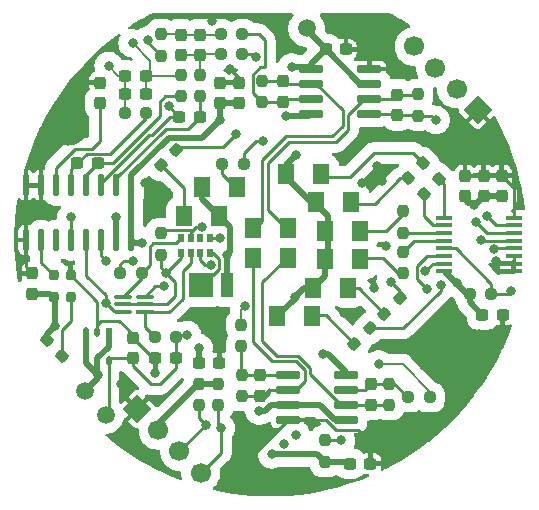
<source format=gbr>
%TF.GenerationSoftware,KiCad,Pcbnew,(6.0.4-0)*%
%TF.CreationDate,2022-12-23T16:58:16+01:00*%
%TF.ProjectId,RoundScanner,526f756e-6453-4636-916e-6e65722e6b69,2*%
%TF.SameCoordinates,Original*%
%TF.FileFunction,Copper,L1,Top*%
%TF.FilePolarity,Positive*%
%FSLAX46Y46*%
G04 Gerber Fmt 4.6, Leading zero omitted, Abs format (unit mm)*
G04 Created by KiCad (PCBNEW (6.0.4-0)) date 2022-12-23 16:58:16*
%MOMM*%
%LPD*%
G01*
G04 APERTURE LIST*
G04 Aperture macros list*
%AMRoundRect*
0 Rectangle with rounded corners*
0 $1 Rounding radius*
0 $2 $3 $4 $5 $6 $7 $8 $9 X,Y pos of 4 corners*
0 Add a 4 corners polygon primitive as box body*
4,1,4,$2,$3,$4,$5,$6,$7,$8,$9,$2,$3,0*
0 Add four circle primitives for the rounded corners*
1,1,$1+$1,$2,$3*
1,1,$1+$1,$4,$5*
1,1,$1+$1,$6,$7*
1,1,$1+$1,$8,$9*
0 Add four rect primitives between the rounded corners*
20,1,$1+$1,$2,$3,$4,$5,0*
20,1,$1+$1,$4,$5,$6,$7,0*
20,1,$1+$1,$6,$7,$8,$9,0*
20,1,$1+$1,$8,$9,$2,$3,0*%
%AMHorizOval*
0 Thick line with rounded ends*
0 $1 width*
0 $2 $3 position (X,Y) of the first rounded end (center of the circle)*
0 $4 $5 position (X,Y) of the second rounded end (center of the circle)*
0 Add line between two ends*
20,1,$1,$2,$3,$4,$5,0*
0 Add two circle primitives to create the rounded ends*
1,1,$1,$2,$3*
1,1,$1,$4,$5*%
%AMRotRect*
0 Rectangle, with rotation*
0 The origin of the aperture is its center*
0 $1 length*
0 $2 width*
0 $3 Rotation angle, in degrees counterclockwise*
0 Add horizontal line*
21,1,$1,$2,0,0,$3*%
G04 Aperture macros list end*
%TA.AperFunction,SMDPad,CuDef*%
%ADD10RoundRect,0.250001X0.462499X0.624999X-0.462499X0.624999X-0.462499X-0.624999X0.462499X-0.624999X0*%
%TD*%
%TA.AperFunction,SMDPad,CuDef*%
%ADD11RoundRect,0.237500X-0.237500X0.300000X-0.237500X-0.300000X0.237500X-0.300000X0.237500X0.300000X0*%
%TD*%
%TA.AperFunction,SMDPad,CuDef*%
%ADD12RoundRect,0.237500X0.237500X-0.300000X0.237500X0.300000X-0.237500X0.300000X-0.237500X-0.300000X0*%
%TD*%
%TA.AperFunction,SMDPad,CuDef*%
%ADD13RoundRect,0.237500X0.344715X-0.008839X-0.008839X0.344715X-0.344715X0.008839X0.008839X-0.344715X0*%
%TD*%
%TA.AperFunction,SMDPad,CuDef*%
%ADD14RoundRect,0.237500X-0.237500X0.250000X-0.237500X-0.250000X0.237500X-0.250000X0.237500X0.250000X0*%
%TD*%
%TA.AperFunction,SMDPad,CuDef*%
%ADD15R,1.510292X0.412132*%
%TD*%
%TA.AperFunction,SMDPad,CuDef*%
%ADD16RoundRect,0.206066X0.549080X0.000000X-0.549080X0.000000X-0.549080X0.000000X0.549080X0.000000X0*%
%TD*%
%TA.AperFunction,SMDPad,CuDef*%
%ADD17RoundRect,0.237500X0.237500X-0.250000X0.237500X0.250000X-0.237500X0.250000X-0.237500X-0.250000X0*%
%TD*%
%TA.AperFunction,SMDPad,CuDef*%
%ADD18RoundRect,0.237500X0.250000X0.237500X-0.250000X0.237500X-0.250000X-0.237500X0.250000X-0.237500X0*%
%TD*%
%TA.AperFunction,SMDPad,CuDef*%
%ADD19C,1.500000*%
%TD*%
%TA.AperFunction,ComponentPad*%
%ADD20C,3.500000*%
%TD*%
%TA.AperFunction,SMDPad,CuDef*%
%ADD21RoundRect,0.237500X0.300000X0.237500X-0.300000X0.237500X-0.300000X-0.237500X0.300000X-0.237500X0*%
%TD*%
%TA.AperFunction,SMDPad,CuDef*%
%ADD22R,0.543390X1.874066*%
%TD*%
%TA.AperFunction,SMDPad,CuDef*%
%ADD23RoundRect,0.271695X0.000000X0.665338X0.000000X-0.665338X0.000000X-0.665338X0.000000X0.665338X0*%
%TD*%
%TA.AperFunction,SMDPad,CuDef*%
%ADD24RoundRect,0.042000X-0.943000X-0.258000X0.943000X-0.258000X0.943000X0.258000X-0.943000X0.258000X0*%
%TD*%
%TA.AperFunction,SMDPad,CuDef*%
%ADD25RoundRect,0.237500X-0.250000X-0.237500X0.250000X-0.237500X0.250000X0.237500X-0.250000X0.237500X0*%
%TD*%
%TA.AperFunction,SMDPad,CuDef*%
%ADD26RoundRect,0.237500X0.008839X0.344715X-0.344715X-0.008839X-0.008839X-0.344715X0.344715X0.008839X0*%
%TD*%
%TA.AperFunction,SMDPad,CuDef*%
%ADD27RoundRect,0.200000X0.200000X0.250000X-0.200000X0.250000X-0.200000X-0.250000X0.200000X-0.250000X0*%
%TD*%
%TA.AperFunction,SMDPad,CuDef*%
%ADD28R,0.550000X0.800000*%
%TD*%
%TA.AperFunction,SMDPad,CuDef*%
%ADD29O,0.550000X0.800000*%
%TD*%
%TA.AperFunction,SMDPad,CuDef*%
%ADD30RoundRect,0.042000X0.943000X0.258000X-0.943000X0.258000X-0.943000X-0.258000X0.943000X-0.258000X0*%
%TD*%
%TA.AperFunction,SMDPad,CuDef*%
%ADD31RoundRect,0.250001X-0.462499X-0.624999X0.462499X-0.624999X0.462499X0.624999X-0.462499X0.624999X0*%
%TD*%
%TA.AperFunction,SMDPad,CuDef*%
%ADD32RoundRect,0.237500X-0.300000X-0.237500X0.300000X-0.237500X0.300000X0.237500X-0.300000X0.237500X0*%
%TD*%
%TA.AperFunction,SMDPad,CuDef*%
%ADD33R,2.100000X2.100000*%
%TD*%
%TA.AperFunction,SMDPad,CuDef*%
%ADD34R,1.000000X2.100000*%
%TD*%
%TA.AperFunction,SMDPad,CuDef*%
%ADD35R,1.475000X0.450000*%
%TD*%
%TA.AperFunction,SMDPad,CuDef*%
%ADD36R,0.590000X0.690000*%
%TD*%
%TA.AperFunction,ComponentPad*%
%ADD37RotRect,1.700000X1.700000X45.000000*%
%TD*%
%TA.AperFunction,ComponentPad*%
%ADD38HorizOval,1.700000X0.000000X0.000000X0.000000X0.000000X0*%
%TD*%
%TA.AperFunction,ComponentPad*%
%ADD39RotRect,1.700000X1.700000X225.000000*%
%TD*%
%TA.AperFunction,ComponentPad*%
%ADD40HorizOval,1.700000X0.000000X0.000000X0.000000X0.000000X0*%
%TD*%
%TA.AperFunction,ViaPad*%
%ADD41C,0.800000*%
%TD*%
%TA.AperFunction,Conductor*%
%ADD42C,0.500000*%
%TD*%
%TA.AperFunction,Conductor*%
%ADD43C,0.250000*%
%TD*%
%TA.AperFunction,Conductor*%
%ADD44C,0.200000*%
%TD*%
G04 APERTURE END LIST*
D10*
%TO.P,D8,1,K*%
%TO.N,Net-(D8-Pad1)*%
X93562500Y-101727000D03*
%TO.P,D8,2,A*%
%TO.N,+3V3*%
X90587500Y-101727000D03*
%TD*%
D11*
%TO.P,C7,1*%
%TO.N,GND*%
X86614000Y-94006500D03*
%TO.P,C7,2*%
%TO.N,+2V5*%
X86614000Y-95731500D03*
%TD*%
D12*
%TO.P,C13,1*%
%TO.N,+3V3*%
X69088000Y-111860500D03*
%TO.P,C13,2*%
%TO.N,GND*%
X69088000Y-110135500D03*
%TD*%
D13*
%TO.P,R29,1*%
%TO.N,Net-(R29-Pad1)*%
X103515235Y-102118235D03*
%TO.P,R29,2*%
%TO.N,Net-(D8-Pad1)*%
X102224765Y-100827765D03*
%TD*%
D14*
%TO.P,R1,1*%
%TO.N,Net-(C2-Pad1)*%
X101784000Y-94972500D03*
%TO.P,R1,2*%
%TO.N,Net-(C2-Pad2)*%
X101784000Y-96797500D03*
%TD*%
D11*
%TO.P,C3,1*%
%TO.N,Net-(C3-Pad1)*%
X90354000Y-93879500D03*
%TO.P,C3,2*%
%TO.N,Net-(C3-Pad2)*%
X90354000Y-95604500D03*
%TD*%
D12*
%TO.P,C5,1*%
%TO.N,/ADC/AIN-*%
X81661000Y-91667500D03*
%TO.P,C5,2*%
%TO.N,/ADC/AIN+*%
X81661000Y-89942500D03*
%TD*%
D15*
%TO.P,Q1,1,S2*%
%TO.N,SCL_2v*%
X78624919Y-113426000D03*
D16*
%TO.P,Q1,2,G2*%
%TO.N,+1V8*%
X78624919Y-112776000D03*
%TO.P,Q1,3,D1*%
%TO.N,SDA*%
X78624919Y-112126000D03*
%TO.P,Q1,4,S1*%
%TO.N,SDA_2v*%
X76823081Y-112126000D03*
%TO.P,Q1,5,G1*%
%TO.N,+1V8*%
X76823081Y-112776000D03*
%TO.P,Q1,6,D2*%
%TO.N,SCL*%
X76823081Y-113426000D03*
%TD*%
D17*
%TO.P,R16,1*%
%TO.N,+3V3*%
X93896999Y-126122497D03*
%TO.P,R16,2*%
%TO.N,Net-(D2-Pad2)*%
X93896999Y-124297497D03*
%TD*%
D18*
%TO.P,R4,1*%
%TO.N,Net-(C3-Pad2)*%
X86891500Y-89916000D03*
%TO.P,R4,2*%
%TO.N,/ADC/AIN+*%
X85066500Y-89916000D03*
%TD*%
D17*
%TO.P,R13,1*%
%TO.N,Net-(C12-Pad2)*%
X86781000Y-116331500D03*
%TO.P,R13,2*%
%TO.N,/ADC/AIN2-*%
X86781000Y-114506500D03*
%TD*%
D11*
%TO.P,C20,1*%
%TO.N,GND*%
X77597000Y-115596500D03*
%TO.P,C20,2*%
%TO.N,+1V8*%
X77597000Y-117321500D03*
%TD*%
D19*
%TO.P,TP1,1,1*%
%TO.N,+1V8*%
X75311000Y-122174000D03*
%TD*%
D18*
%TO.P,R7,1*%
%TO.N,+1V8*%
X81303500Y-115570000D03*
%TO.P,R7,2*%
%TO.N,SCL_2v*%
X79478500Y-115570000D03*
%TD*%
D14*
%TO.P,R6,1*%
%TO.N,/ADC/AIN-*%
X83312000Y-93321500D03*
%TO.P,R6,2*%
%TO.N,Net-(C8-Pad2)*%
X83312000Y-95146500D03*
%TD*%
D20*
%TO.P,H2,1,1*%
%TO.N,GND*%
X72136000Y-97556000D03*
%TD*%
D11*
%TO.P,C2,1*%
%TO.N,Net-(C2-Pad1)*%
X100006000Y-95022500D03*
%TO.P,C2,2*%
%TO.N,Net-(C2-Pad2)*%
X100006000Y-96747500D03*
%TD*%
%TO.P,C14,1*%
%TO.N,GND*%
X108839000Y-101880500D03*
%TO.P,C14,2*%
%TO.N,+3V3*%
X108839000Y-103605500D03*
%TD*%
D10*
%TO.P,D12,1,K*%
%TO.N,Net-(C21-Pad1)*%
X90766000Y-108839000D03*
%TO.P,D12,2,A*%
%TO.N,Net-(C12-Pad1)*%
X87791000Y-108839000D03*
%TD*%
%TO.P,D10,1,K*%
%TO.N,Net-(D10-Pad1)*%
X96864500Y-106553000D03*
%TO.P,D10,2,A*%
%TO.N,+3V3*%
X93889500Y-106553000D03*
%TD*%
%TO.P,D5,1,K*%
%TO.N,Net-(D5-Pad1)*%
X95848500Y-111379000D03*
%TO.P,D5,2,A*%
%TO.N,+3V3*%
X92873500Y-111379000D03*
%TD*%
D21*
%TO.P,C16,1*%
%TO.N,GND*%
X97709500Y-126259999D03*
%TO.P,C16,2*%
%TO.N,+3V3*%
X95984500Y-126259999D03*
%TD*%
D10*
%TO.P,D9,1,K*%
%TO.N,Net-(D9-Pad1)*%
X96102500Y-104140000D03*
%TO.P,D9,2,A*%
%TO.N,+3V3*%
X93127500Y-104140000D03*
%TD*%
D12*
%TO.P,C17,1*%
%TO.N,+3V3*%
X105731000Y-103631500D03*
%TO.P,C17,2*%
%TO.N,GND*%
X105731000Y-101906500D03*
%TD*%
D22*
%TO.P,U2,1,REFP*%
%TO.N,+2V5*%
X77470000Y-102694433D03*
D23*
%TO.P,U2,2,VIN1N*%
%TO.N,Net-(C8-Pad2)*%
X76200000Y-102694433D03*
%TO.P,U2,3,VIN1P*%
%TO.N,Net-(C8-Pad1)*%
X74930000Y-102694433D03*
%TO.P,U2,4,VIN2N*%
%TO.N,Net-(C9-Pad2)*%
X73660000Y-102694433D03*
%TO.P,U2,5,VIN2P*%
%TO.N,Net-(C9-Pad1)*%
X72390000Y-102694433D03*
%TO.P,U2,6,VBG*%
%TO.N,Net-(C10-Pad2)*%
X71120000Y-102694433D03*
%TO.P,U2,7,REFN*%
%TO.N,GND*%
X69850000Y-102694433D03*
%TO.P,U2,8,AVSS*%
X68580000Y-102694433D03*
%TO.P,U2,9,DVSS*%
X68580000Y-107326567D03*
%TO.P,U2,10,XIN*%
%TO.N,Net-(U2-Pad10)*%
X69850000Y-107326567D03*
%TO.P,U2,11,XOUT*%
%TO.N,unconnected-(U2-Pad11)*%
X71120000Y-107326567D03*
%TO.P,U2,12,DRDY*%
%TO.N,DRDY_INT*%
X72390000Y-107326567D03*
%TO.P,U2,13,SCLK*%
%TO.N,SCL*%
X73660000Y-107326567D03*
%TO.P,U2,14,SDIO*%
%TO.N,SDA*%
X74930000Y-107326567D03*
%TO.P,U2,15,DVDD*%
%TO.N,+3V3*%
X76200000Y-107326567D03*
%TO.P,U2,16,AVDD/LDO*%
%TO.N,+2V5*%
X77470000Y-107326567D03*
%TD*%
D17*
%TO.P,R2,1*%
%TO.N,Net-(C3-Pad2)*%
X88576000Y-95654500D03*
%TO.P,R2,2*%
%TO.N,Net-(C3-Pad1)*%
X88576000Y-93829500D03*
%TD*%
D24*
%TO.P,U4,1*%
%TO.N,Net-(C12-Pad2)*%
X90736663Y-118745000D03*
%TO.P,U4,2,-*%
%TO.N,Net-(C12-Pad1)*%
X90736663Y-120015000D03*
%TO.P,U4,3,+*%
%TO.N,+2V5*%
X90736663Y-121285000D03*
%TO.P,U4,4,V-*%
%TO.N,GND*%
X90736663Y-122555000D03*
%TO.P,U4,5,+*%
%TO.N,+2V5*%
X95676663Y-122555000D03*
%TO.P,U4,6,-*%
%TO.N,Net-(C21-Pad1)*%
X95676663Y-121285000D03*
%TO.P,U4,7*%
%TO.N,Net-(C21-Pad2)*%
X95676663Y-120015000D03*
%TO.P,U4,8,V+*%
%TO.N,+3V3*%
X95676663Y-118745000D03*
%TD*%
D10*
%TO.P,D4,1,K*%
%TO.N,Net-(D4-Pad1)*%
X92800500Y-113792000D03*
%TO.P,D4,2,A*%
%TO.N,+3V3*%
X89825500Y-113792000D03*
%TD*%
D17*
%TO.P,R12,1*%
%TO.N,SDA*%
X83185000Y-121308500D03*
%TO.P,R12,2*%
%TO.N,+3V3*%
X83185000Y-119483500D03*
%TD*%
D21*
%TO.P,C11,1*%
%TO.N,GND*%
X84927474Y-117725423D03*
%TO.P,C11,2*%
%TO.N,+2V5*%
X83202474Y-117725423D03*
%TD*%
D11*
%TO.P,C6,1*%
%TO.N,GND*%
X84963000Y-94006500D03*
%TO.P,C6,2*%
%TO.N,+2V5*%
X84963000Y-95731500D03*
%TD*%
D18*
%TO.P,R28,1*%
%TO.N,Net-(R28-Pad1)*%
X87023500Y-100889000D03*
%TO.P,R28,2*%
%TO.N,Net-(D7-Pad1)*%
X85198500Y-100889000D03*
%TD*%
D25*
%TO.P,R14,1*%
%TO.N,Net-(C21-Pad2)*%
X100930163Y-120650000D03*
%TO.P,R14,2*%
%TO.N,/ADC/AIN2+*%
X102755163Y-120650000D03*
%TD*%
%TO.P,R8,1*%
%TO.N,+1V8*%
X76557500Y-110109000D03*
%TO.P,R8,2*%
%TO.N,SDA_2v*%
X78382500Y-110109000D03*
%TD*%
D26*
%TO.P,R26,1*%
%TO.N,Net-(R26-Pad1)*%
X100213235Y-112257765D03*
%TO.P,R26,2*%
%TO.N,Net-(D5-Pad1)*%
X98922765Y-113548235D03*
%TD*%
D11*
%TO.P,C10,1*%
%TO.N,GND*%
X74803000Y-94006500D03*
%TO.P,C10,2*%
%TO.N,Net-(C10-Pad2)*%
X74803000Y-95731500D03*
%TD*%
D20*
%TO.P,H1,1,1*%
%TO.N,GND*%
X103632000Y-115717000D03*
%TD*%
D19*
%TO.P,TP4,1,1*%
%TO.N,+2V5*%
X92329000Y-89408000D03*
%TD*%
D27*
%TO.P,X1,1,Tri-State*%
%TO.N,Net-(R18-Pad1)*%
X72353000Y-112177000D03*
%TO.P,X1,2,GND*%
%TO.N,GND*%
X72353000Y-110327000D03*
%TO.P,X1,3,OUT*%
%TO.N,Net-(U2-Pad10)*%
X70903000Y-110327000D03*
%TO.P,X1,4,VDD*%
%TO.N,+3V3*%
X70903000Y-112177000D03*
%TD*%
D13*
%TO.P,R18,1*%
%TO.N,Net-(R18-Pad1)*%
X71638235Y-117104235D03*
%TO.P,R18,2*%
%TO.N,+3V3*%
X70347765Y-115813765D03*
%TD*%
D11*
%TO.P,C15,1*%
%TO.N,GND*%
X107315000Y-101880500D03*
%TO.P,C15,2*%
%TO.N,+3V3*%
X107315000Y-103605500D03*
%TD*%
D17*
%TO.P,R31,1*%
%TO.N,Net-(R31-Pad1)*%
X100457000Y-106703500D03*
%TO.P,R31,2*%
%TO.N,Net-(D10-Pad1)*%
X100457000Y-104878500D03*
%TD*%
D28*
%TO.P,U7,1,OUT2*%
%TO.N,+3V3*%
X75562501Y-115141500D03*
D29*
%TO.P,U7,2,GND*%
%TO.N,GND*%
X74612500Y-115141500D03*
%TO.P,U7,3,EN2*%
%TO.N,+3V3*%
X73662499Y-115141500D03*
%TO.P,U7,4,EN1*%
X73662499Y-117541500D03*
%TO.P,U7,5,IN*%
X74612500Y-117541500D03*
%TO.P,U7,6,OUT1*%
%TO.N,+1V8*%
X75562501Y-117541500D03*
%TD*%
D30*
%TO.P,U1,1*%
%TO.N,Net-(C2-Pad2)*%
X97650000Y-96647000D03*
%TO.P,U1,2,-*%
%TO.N,Net-(C2-Pad1)*%
X97650000Y-95377000D03*
%TO.P,U1,3,+*%
%TO.N,+2V5*%
X97650000Y-94107000D03*
%TO.P,U1,4,V-*%
%TO.N,GND*%
X97650000Y-92837000D03*
%TO.P,U1,5,+*%
%TO.N,+2V5*%
X92710000Y-92837000D03*
%TO.P,U1,6,-*%
%TO.N,Net-(C3-Pad1)*%
X92710000Y-94107000D03*
%TO.P,U1,7*%
%TO.N,Net-(C3-Pad2)*%
X92710000Y-95377000D03*
%TO.P,U1,8,V+*%
%TO.N,+3V3*%
X92710000Y-96647000D03*
%TD*%
D14*
%TO.P,R11,1*%
%TO.N,+3V3*%
X84836000Y-119507000D03*
%TO.P,R11,2*%
%TO.N,SCL*%
X84836000Y-121332000D03*
%TD*%
D31*
%TO.P,D1,1,K*%
%TO.N,Net-(C3-Pad1)*%
X87793500Y-106299000D03*
%TO.P,D1,2,A*%
%TO.N,Net-(C2-Pad1)*%
X90768500Y-106299000D03*
%TD*%
D32*
%TO.P,C8,1*%
%TO.N,Net-(C8-Pad1)*%
X81560500Y-96901000D03*
%TO.P,C8,2*%
%TO.N,Net-(C8-Pad2)*%
X83285500Y-96901000D03*
%TD*%
%TO.P,C9,1*%
%TO.N,Net-(C9-Pad1)*%
X72924500Y-100838000D03*
%TO.P,C9,2*%
%TO.N,Net-(C9-Pad2)*%
X74649500Y-100838000D03*
%TD*%
D17*
%TO.P,R19,1*%
%TO.N,+1V8*%
X79981000Y-108581500D03*
%TO.P,R19,2*%
%TO.N,AS7341_INT*%
X79981000Y-106756500D03*
%TD*%
D33*
%TO.P,D3,1,CATHODE*%
%TO.N,Net-(D3-Pad1)*%
X83391000Y-111125000D03*
D34*
%TO.P,D3,2,ANODE*%
%TO.N,+3V3*%
X85561000Y-111125000D03*
%TD*%
D32*
%TO.P,C22,1*%
%TO.N,/ADC/AIN2+*%
X76988500Y-94996000D03*
%TO.P,C22,2*%
%TO.N,/ADC/AIN2-*%
X78713500Y-94996000D03*
%TD*%
D26*
%TO.P,R27,1*%
%TO.N,Net-(R27-Pad1)*%
X81290235Y-99684765D03*
%TO.P,R27,2*%
%TO.N,Net-(D6-Pad1)*%
X79999765Y-100975235D03*
%TD*%
D10*
%TO.P,D11,1,K*%
%TO.N,Net-(D11-Pad1)*%
X96864500Y-108966000D03*
%TO.P,D11,2,A*%
%TO.N,+3V3*%
X93889500Y-108966000D03*
%TD*%
D21*
%TO.P,C23,1*%
%TO.N,/ADC/AIN2-*%
X78713500Y-93397300D03*
%TO.P,C23,2*%
%TO.N,/ADC/AIN2+*%
X76988500Y-93397300D03*
%TD*%
D14*
%TO.P,R10,1*%
%TO.N,Net-(C21-Pad2)*%
X99302663Y-119483500D03*
%TO.P,R10,2*%
%TO.N,Net-(C21-Pad1)*%
X99302663Y-121308500D03*
%TD*%
D21*
%TO.P,C1,1*%
%TO.N,GND*%
X95661500Y-91186000D03*
%TO.P,C1,2*%
%TO.N,+2V5*%
X93936500Y-91186000D03*
%TD*%
D35*
%TO.P,U5,1,A0*%
%TO.N,GND*%
X109872000Y-109971000D03*
%TO.P,U5,2,A1*%
X109872000Y-109321000D03*
%TO.P,U5,3,A2*%
X109872000Y-108671000D03*
%TO.P,U5,4,~{OUT0}*%
%TO.N,Net-(R25-Pad1)*%
X109872000Y-108021000D03*
%TO.P,U5,5,~{OUT1}*%
%TO.N,Net-(R26-Pad1)*%
X109872000Y-107371000D03*
%TO.P,U5,6,~{OUT2}*%
%TO.N,Net-(R27-Pad1)*%
X109872000Y-106721000D03*
%TO.P,U5,7,~{OUT3}*%
%TO.N,Net-(R28-Pad1)*%
X109872000Y-106071000D03*
%TO.P,U5,8,GND*%
%TO.N,GND*%
X109872000Y-105421000D03*
%TO.P,U5,9,~{OUT4}*%
%TO.N,Net-(R29-Pad1)*%
X103996000Y-105421000D03*
%TO.P,U5,10,~{OUT5}*%
%TO.N,Net-(R30-Pad1)*%
X103996000Y-106071000D03*
%TO.P,U5,11,~{OUT6}*%
%TO.N,Net-(R31-Pad1)*%
X103996000Y-106721000D03*
%TO.P,U5,12,~{OUT7}*%
%TO.N,Net-(R32-Pad1)*%
X103996000Y-107371000D03*
%TO.P,U5,13,~{RESET}*%
%TO.N,LED RESET*%
X103996000Y-108021000D03*
%TO.P,U5,14,SCL*%
%TO.N,SCL*%
X103996000Y-108671000D03*
%TO.P,U5,15,SDA*%
%TO.N,SDA*%
X103996000Y-109321000D03*
%TO.P,U5,16,VCC*%
%TO.N,+3V3*%
X103996000Y-109971000D03*
%TD*%
D32*
%TO.P,C18,1*%
%TO.N,+3V3*%
X107214500Y-113665000D03*
%TO.P,C18,2*%
%TO.N,GND*%
X108939500Y-113665000D03*
%TD*%
D14*
%TO.P,R17,1*%
%TO.N,/ADC/AIN2-*%
X81661000Y-93321500D03*
%TO.P,R17,2*%
%TO.N,Net-(C9-Pad2)*%
X81661000Y-95146500D03*
%TD*%
D11*
%TO.P,C4,1*%
%TO.N,/ADC/AIN+*%
X83312000Y-89942500D03*
%TO.P,C4,2*%
%TO.N,/ADC/AIN-*%
X83312000Y-91667500D03*
%TD*%
D10*
%TO.P,D7,1,K*%
%TO.N,Net-(D7-Pad1)*%
X86450500Y-102870000D03*
%TO.P,D7,2,A*%
%TO.N,+3V3*%
X83475500Y-102870000D03*
%TD*%
D13*
%TO.P,R30,1*%
%TO.N,Net-(R30-Pad1)*%
X102245235Y-103388235D03*
%TO.P,R30,2*%
%TO.N,Net-(D9-Pad1)*%
X100954765Y-102097765D03*
%TD*%
D19*
%TO.P,TP3,1,1*%
%TO.N,+3V3*%
X73533000Y-120142000D03*
%TD*%
D36*
%TO.P,U6,1,VDD*%
%TO.N,+1V8*%
X81731000Y-108463000D03*
%TO.P,U6,2,SCL*%
%TO.N,SCL_2v*%
X82531000Y-108463000D03*
%TO.P,U6,3,GND*%
%TO.N,GND*%
X83331000Y-108463000D03*
%TO.P,U6,4,LDR*%
%TO.N,Net-(D3-Pad1)*%
X84131000Y-108463000D03*
%TO.P,U6,5,PGND*%
%TO.N,GND*%
X84131000Y-107183000D03*
%TO.P,U6,6,GPIO*%
%TO.N,unconnected-(U6-Pad6)*%
X83331000Y-107183000D03*
%TO.P,U6,7,INT*%
%TO.N,AS7341_INT*%
X82531000Y-107183000D03*
%TO.P,U6,8,SDA*%
%TO.N,SDA_2v*%
X81731000Y-107183000D03*
%TD*%
D12*
%TO.P,C21,1*%
%TO.N,Net-(C21-Pad1)*%
X97778663Y-121258500D03*
%TO.P,C21,2*%
%TO.N,Net-(C21-Pad2)*%
X97778663Y-119533500D03*
%TD*%
D18*
%TO.P,R3,1*%
%TO.N,Net-(C2-Pad2)*%
X86891500Y-91567000D03*
%TO.P,R3,2*%
%TO.N,/ADC/AIN-*%
X85066500Y-91567000D03*
%TD*%
D14*
%TO.P,R5,1*%
%TO.N,/ADC/AIN+*%
X80010000Y-89892500D03*
%TO.P,R5,2*%
%TO.N,Net-(C8-Pad1)*%
X80010000Y-91717500D03*
%TD*%
D18*
%TO.P,R24,1*%
%TO.N,LED RESET*%
X107973500Y-111887000D03*
%TO.P,R24,2*%
%TO.N,+3V3*%
X106148500Y-111887000D03*
%TD*%
D12*
%TO.P,C12,1*%
%TO.N,Net-(C12-Pad1)*%
X88392000Y-120496500D03*
%TO.P,C12,2*%
%TO.N,Net-(C12-Pad2)*%
X88392000Y-118771500D03*
%TD*%
D26*
%TO.P,R25,1*%
%TO.N,Net-(R25-Pad1)*%
X97673235Y-114797765D03*
%TO.P,R25,2*%
%TO.N,Net-(D4-Pad1)*%
X96382765Y-116088235D03*
%TD*%
D32*
%TO.P,C19,1*%
%TO.N,GND*%
X79528500Y-117348000D03*
%TO.P,C19,2*%
%TO.N,+1V8*%
X81253500Y-117348000D03*
%TD*%
D25*
%TO.P,R15,1*%
%TO.N,/ADC/AIN2+*%
X76938500Y-96597700D03*
%TO.P,R15,2*%
%TO.N,Net-(C9-Pad1)*%
X78763500Y-96597700D03*
%TD*%
D31*
%TO.P,D6,1,K*%
%TO.N,Net-(D6-Pad1)*%
X81951500Y-105283000D03*
%TO.P,D6,2,A*%
%TO.N,+3V3*%
X84926500Y-105283000D03*
%TD*%
D17*
%TO.P,R9,1*%
%TO.N,Net-(C12-Pad1)*%
X86868000Y-120546500D03*
%TO.P,R9,2*%
%TO.N,Net-(C12-Pad2)*%
X86868000Y-118721500D03*
%TD*%
D14*
%TO.P,R32,1*%
%TO.N,Net-(R32-Pad1)*%
X100457000Y-108307500D03*
%TO.P,R32,2*%
%TO.N,Net-(D11-Pad1)*%
X100457000Y-110132500D03*
%TD*%
D37*
%TO.P,J4,1,Pin_1*%
%TO.N,GND*%
X106831000Y-96319000D03*
D38*
%TO.P,J4,2,Pin_2*%
%TO.N,LED RESET*%
X105034949Y-94522949D03*
%TO.P,J4,3,Pin_3*%
%TO.N,AS7341_INT*%
X103238898Y-92726898D03*
%TO.P,J4,4,Pin_4*%
%TO.N,DRDY_INT*%
X101442846Y-90930846D03*
%TD*%
D39*
%TO.P,J1,1,Pin_1*%
%TO.N,GND*%
X77975672Y-121628317D03*
D40*
%TO.P,J1,2,Pin_2*%
%TO.N,+3V3*%
X79771723Y-123424368D03*
%TO.P,J1,3,Pin_3*%
%TO.N,SDA*%
X81567774Y-125220419D03*
%TO.P,J1,4,Pin_4*%
%TO.N,SCL*%
X83363826Y-127016471D03*
%TD*%
D41*
%TO.N,+2V5*%
X78411285Y-107574192D03*
X84963000Y-97155000D03*
X88331000Y-121769000D03*
X83185000Y-116459000D03*
X91059000Y-92710000D03*
%TO.N,Net-(C2-Pad2)*%
X88048500Y-91816701D03*
X103251000Y-97155000D03*
%TO.N,+3V3*%
X90574204Y-96811500D03*
X89408000Y-125476000D03*
X76200000Y-105410000D03*
X106531000Y-104319000D03*
X74676000Y-118745000D03*
X93726000Y-116967000D03*
X85581500Y-108601386D03*
X70992059Y-114597111D03*
X105029000Y-110998000D03*
X91402051Y-100123252D03*
X91331250Y-112159250D03*
%TO.N,SDA*%
X75381000Y-109069000D03*
X102362000Y-109982000D03*
X90444044Y-124626500D03*
X83819942Y-123004567D03*
X80264000Y-111252000D03*
%TO.N,Net-(C8-Pad1)*%
X80645000Y-96012000D03*
X78867000Y-90424000D03*
%TO.N,LED RESET*%
X109601000Y-111633000D03*
%TO.N,Net-(R25-Pad1)*%
X103692257Y-111133368D03*
X108157333Y-108095500D03*
%TO.N,Net-(R26-Pad1)*%
X107061000Y-107315000D03*
X99441000Y-110871000D03*
%TO.N,Net-(R27-Pad1)*%
X106680000Y-105791000D03*
X86331000Y-98369000D03*
%TO.N,Net-(R28-Pad1)*%
X107569000Y-105283000D03*
X88646000Y-98933000D03*
%TO.N,DRDY_INT*%
X72390000Y-105410000D03*
%TO.N,SCL*%
X102487287Y-111476921D03*
X85059987Y-123220013D03*
X75315299Y-112644701D03*
X91440000Y-123825000D03*
%TO.N,Net-(D2-Pad2)*%
X95250000Y-124297497D03*
%TO.N,+1V8*%
X80455236Y-110119477D03*
X77597000Y-109093000D03*
X82231000Y-115369000D03*
%TO.N,/ADC/AIN2+*%
X75565000Y-92583000D03*
X98425000Y-117856000D03*
%TO.N,/ADC/AIN2-*%
X87080500Y-112919448D03*
X77597000Y-90678000D03*
%TO.N,GND*%
X105029000Y-119380000D03*
X87249000Y-127000000D03*
X99231000Y-89019000D03*
X102235000Y-117983000D03*
X78740000Y-125603000D03*
X84963000Y-116332000D03*
X89916000Y-89027000D03*
X107696000Y-98171000D03*
X85852000Y-92837000D03*
X108380648Y-109069736D03*
X98679000Y-102362000D03*
X99314000Y-116205000D03*
X95885000Y-89027000D03*
X104648000Y-100330000D03*
X76454000Y-123825000D03*
X101981000Y-122809000D03*
X98044000Y-111379000D03*
X98298000Y-101092000D03*
X69977000Y-99949000D03*
X84201000Y-109450886D03*
X105156000Y-99060000D03*
X95504000Y-113538000D03*
X80518000Y-103251000D03*
X95885000Y-99949000D03*
X106934000Y-115316000D03*
X85031000Y-107119000D03*
X78613000Y-102489000D03*
X106934000Y-117856000D03*
X108839000Y-99568000D03*
X99060000Y-107823000D03*
X103378000Y-98806000D03*
X97028000Y-102489000D03*
X84328000Y-88773000D03*
X100330000Y-93091000D03*
X76581000Y-119507000D03*
X97790000Y-98679000D03*
X73025000Y-94234000D03*
X100203000Y-123952000D03*
X79375000Y-104775000D03*
X79502000Y-118618000D03*
%TO.N,AS7341_INT*%
X83439000Y-106238498D03*
%TD*%
D42*
%TO.N,+2V5*%
X93499808Y-121285000D02*
X90736663Y-121285000D01*
X83185000Y-116459000D02*
X83185000Y-117707949D01*
X89281000Y-121269000D02*
X88781000Y-121769000D01*
X90720663Y-121269000D02*
X89281000Y-121269000D01*
X77470000Y-107326567D02*
X77470000Y-102694433D01*
X91059000Y-92710000D02*
X92583000Y-92710000D01*
X92329000Y-89578500D02*
X93936500Y-91186000D01*
X94769808Y-122555000D02*
X93499808Y-121285000D01*
X84963000Y-95731500D02*
X86614000Y-95731500D01*
X97650000Y-94107000D02*
X96857500Y-94107000D01*
X77470000Y-101854000D02*
X80670970Y-98653030D01*
X84963000Y-97155000D02*
X84963000Y-95731500D01*
X80670970Y-98653030D02*
X83464970Y-98653030D01*
X83464970Y-98653030D02*
X84963000Y-97155000D01*
X77717625Y-107574192D02*
X78411285Y-107574192D01*
X96857500Y-94107000D02*
X93936500Y-91186000D01*
X92710000Y-92412500D02*
X93936500Y-91186000D01*
X77470000Y-107326567D02*
X77717625Y-107574192D01*
X90736663Y-121285000D02*
X90720663Y-121269000D01*
X77470000Y-102694433D02*
X77470000Y-101854000D01*
X95676663Y-122555000D02*
X94769808Y-122555000D01*
X88781000Y-121769000D02*
X88331000Y-121769000D01*
X92710000Y-92837000D02*
X92710000Y-92412500D01*
X92583000Y-92710000D02*
X92710000Y-92837000D01*
D43*
%TO.N,Net-(C2-Pad1)*%
X90768500Y-106476800D02*
X89080480Y-104788780D01*
X94800489Y-99001511D02*
X95826511Y-97975489D01*
X97650000Y-95377000D02*
X99651500Y-95377000D01*
X89080480Y-100784520D02*
X90863489Y-99001511D01*
X95826511Y-96751152D02*
X97200663Y-95377000D01*
X95826511Y-97975489D02*
X95826511Y-96751152D01*
X89080480Y-104788780D02*
X89080480Y-100784520D01*
X100006000Y-95022500D02*
X101734000Y-95022500D01*
X90863489Y-99001511D02*
X94800489Y-99001511D01*
X99651500Y-95377000D02*
X100006000Y-95022500D01*
%TO.N,Net-(C2-Pad2)*%
X86891500Y-91567000D02*
X87798799Y-91567000D01*
X102893500Y-96797500D02*
X103251000Y-97155000D01*
X100006000Y-96747500D02*
X101734000Y-96747500D01*
X97650000Y-96647000D02*
X99905500Y-96647000D01*
X87798799Y-91567000D02*
X88048500Y-91816701D01*
X101784000Y-96797500D02*
X102893500Y-96797500D01*
%TO.N,Net-(C3-Pad1)*%
X88519000Y-100584000D02*
X90551000Y-98552000D01*
X88519000Y-105751300D02*
X88519000Y-100584000D01*
X88576000Y-93829500D02*
X90304000Y-93829500D01*
X90551000Y-98552000D02*
X94488000Y-98552000D01*
X92710000Y-94107000D02*
X90581500Y-94107000D01*
X88120520Y-106149780D02*
X88519000Y-105751300D01*
X95377000Y-96324663D02*
X93159337Y-94107000D01*
X94488000Y-98552000D02*
X95377000Y-97663000D01*
X95377000Y-97663000D02*
X95377000Y-96324663D01*
%TO.N,Net-(C3-Pad2)*%
X87757000Y-93366184D02*
X88413184Y-92710000D01*
X87757000Y-94835500D02*
X87757000Y-93366184D01*
X88773000Y-90424000D02*
X88265000Y-89916000D01*
X88773000Y-92710000D02*
X88773000Y-90424000D01*
X88413184Y-92710000D02*
X88773000Y-92710000D01*
X88576000Y-95654500D02*
X90304000Y-95654500D01*
X92710000Y-95377000D02*
X90581500Y-95377000D01*
X88265000Y-89916000D02*
X86891500Y-89916000D01*
X88576000Y-95654500D02*
X87757000Y-94835500D01*
D44*
%TO.N,/ADC/AIN+*%
X81661000Y-89942500D02*
X83312000Y-89942500D01*
X80010000Y-89892500D02*
X81611000Y-89892500D01*
X83312000Y-89942500D02*
X85040000Y-89942500D01*
%TO.N,/ADC/AIN-*%
X83312000Y-93321500D02*
X83312000Y-91667500D01*
X81661000Y-91667500D02*
X83312000Y-91667500D01*
X85066500Y-91567000D02*
X83412500Y-91567000D01*
D42*
%TO.N,+3V3*%
X76200000Y-107326567D02*
X76200000Y-105410000D01*
X107161500Y-103759000D02*
X106601500Y-104319000D01*
X92873500Y-104267000D02*
X90587500Y-101981000D01*
X85880501Y-108302385D02*
X85581500Y-108601386D01*
X85880501Y-106237001D02*
X85880501Y-108302385D01*
X73662499Y-115141500D02*
X73662499Y-117541500D01*
X84926500Y-105283000D02*
X85880501Y-106237001D01*
X74612500Y-117341875D02*
X74612500Y-117541500D01*
X75562501Y-116391874D02*
X74612500Y-117341875D01*
X95676663Y-118745000D02*
X95676663Y-118536663D01*
X91331250Y-112159250D02*
X91331250Y-112286250D01*
X79771723Y-122902225D02*
X79771723Y-123424368D01*
X73662499Y-117731499D02*
X74676000Y-118745000D01*
X94107000Y-116967000D02*
X93726000Y-116967000D01*
X74676000Y-118999000D02*
X73533000Y-120142000D01*
X106389500Y-104177500D02*
X106531000Y-104319000D01*
X84963000Y-119507000D02*
X83166948Y-119507000D01*
X70586500Y-111860500D02*
X70992059Y-112266059D01*
X74612500Y-118681500D02*
X74676000Y-118745000D01*
X91331250Y-112286250D02*
X89825500Y-113792000D01*
X83475500Y-103832000D02*
X84926500Y-105283000D01*
X95676663Y-118536663D02*
X94107000Y-116967000D01*
X106019557Y-104177500D02*
X106389500Y-104177500D01*
X92545500Y-96811500D02*
X90574204Y-96811500D01*
X69088000Y-111860500D02*
X70586500Y-111860500D01*
X90587500Y-101981000D02*
X90587500Y-100937803D01*
X93127500Y-104267000D02*
X94118100Y-105257600D01*
X105912000Y-111887000D02*
X104020511Y-109995511D01*
X92873500Y-111379000D02*
X92111500Y-111379000D01*
X92710000Y-96647000D02*
X92545500Y-96811500D01*
X83475500Y-102997000D02*
X83475500Y-103832000D01*
X70347765Y-115813765D02*
X70347765Y-115241405D01*
X90587500Y-100937803D02*
X91402051Y-100123252D01*
X93896999Y-126122497D02*
X95846998Y-126122497D01*
X106148500Y-111887000D02*
X106148500Y-112599000D01*
X83166948Y-119507000D02*
X79771723Y-122902225D01*
X105791000Y-103948943D02*
X106019557Y-104177500D01*
X85561000Y-111125000D02*
X85561000Y-108621886D01*
X93889500Y-108839000D02*
X93889500Y-110363000D01*
X106148500Y-112599000D02*
X107214500Y-113665000D01*
X95846998Y-126122497D02*
X95984500Y-126259999D01*
X73662499Y-117541500D02*
X73662499Y-117731499D01*
X89408000Y-125476000D02*
X93250502Y-125476000D01*
X70992059Y-112266059D02*
X70992059Y-114597111D01*
X85561000Y-108621886D02*
X85581500Y-108601386D01*
X92111500Y-111379000D02*
X91331250Y-112159250D01*
X74676000Y-118745000D02*
X74676000Y-118999000D01*
X93250502Y-125476000D02*
X93896999Y-126122497D01*
X70347765Y-115241405D02*
X70992059Y-114597111D01*
X74612500Y-117541500D02*
X74612500Y-118681500D01*
X94118100Y-105257600D02*
X94118100Y-109220000D01*
X75562501Y-115141500D02*
X75562501Y-116391874D01*
X108839000Y-103605500D02*
X107315000Y-103605500D01*
X106601500Y-104319000D02*
X106531000Y-104319000D01*
X93889500Y-110363000D02*
X92873500Y-111379000D01*
D43*
%TO.N,Net-(D4-Pad1)*%
X92800500Y-113665000D02*
X93959530Y-113665000D01*
X93959530Y-113665000D02*
X96382765Y-116088235D01*
%TO.N,Net-(D5-Pad1)*%
X98922765Y-113548235D02*
X96753530Y-111379000D01*
X96753530Y-111379000D02*
X95848500Y-111379000D01*
%TO.N,Net-(D6-Pad1)*%
X81951500Y-105283000D02*
X81951500Y-102926970D01*
X81951500Y-102926970D02*
X79999765Y-100975235D01*
%TO.N,Net-(D7-Pad1)*%
X85198500Y-101745000D02*
X85198500Y-100889000D01*
X86450500Y-102997000D02*
X85198500Y-101745000D01*
%TO.N,Net-(D8-Pad1)*%
X95966500Y-101981000D02*
X93562500Y-101981000D01*
X101346000Y-99949000D02*
X97998500Y-99949000D01*
X97998500Y-99949000D02*
X95966500Y-101981000D01*
X102224765Y-100827765D02*
X101346000Y-99949000D01*
%TO.N,Net-(D9-Pad1)*%
X100954765Y-102097765D02*
X100275735Y-102097765D01*
X96102500Y-104267000D02*
X98106500Y-104267000D01*
X100275735Y-102097765D02*
X98106500Y-104267000D01*
%TO.N,Net-(D10-Pad1)*%
X100457000Y-105132500D02*
X99036500Y-106553000D01*
X96864500Y-106553000D02*
X99036500Y-106553000D01*
%TO.N,Net-(D11-Pad1)*%
X100076000Y-110132500D02*
X98782500Y-108839000D01*
X100457000Y-110132500D02*
X100076000Y-110132500D01*
X96864500Y-108839000D02*
X98782500Y-108839000D01*
%TO.N,SDA*%
X74930000Y-108618000D02*
X75381000Y-109069000D01*
X74930000Y-107326567D02*
X74930000Y-108618000D01*
X79498919Y-111252000D02*
X78624919Y-112126000D01*
X80264000Y-111252000D02*
X79498919Y-111252000D01*
X83185000Y-121308500D02*
X83185000Y-122369625D01*
X103023000Y-109321000D02*
X102362000Y-109982000D01*
X83185000Y-122369625D02*
X83819942Y-123004567D01*
X83783626Y-123004567D02*
X83819942Y-123004567D01*
X103996000Y-109321000D02*
X103023000Y-109321000D01*
X81567774Y-125220419D02*
X83783626Y-123004567D01*
%TO.N,Net-(C8-Pad1)*%
X78960917Y-98425000D02*
X79248000Y-98425000D01*
X78867000Y-90424000D02*
X78867000Y-90574500D01*
X78867000Y-90574500D02*
X80010000Y-91717500D01*
X74930000Y-102455917D02*
X78960917Y-98425000D01*
X80772000Y-96901000D02*
X81560500Y-96901000D01*
X79248000Y-98425000D02*
X80772000Y-96901000D01*
X81534000Y-96901000D02*
X80645000Y-96012000D01*
%TO.N,Net-(C8-Pad2)*%
X80391704Y-97917000D02*
X82269500Y-97917000D01*
X76200000Y-102108704D02*
X80391704Y-97917000D01*
X82269500Y-97917000D02*
X83285500Y-96901000D01*
X83285500Y-96901000D02*
X83285500Y-95173000D01*
%TO.N,LED RESET*%
X103996000Y-108021000D02*
X104983500Y-108021000D01*
X104983500Y-108021000D02*
X107973500Y-111011000D01*
X107973500Y-111887000D02*
X109347000Y-111887000D01*
X107973500Y-111011000D02*
X107973500Y-111887000D01*
X109347000Y-111887000D02*
X109601000Y-111633000D01*
%TO.N,Net-(R25-Pad1)*%
X100502235Y-114797765D02*
X103692257Y-111607743D01*
X108231833Y-108021000D02*
X108157333Y-108095500D01*
X97779765Y-114797765D02*
X100502235Y-114797765D01*
X103692257Y-111607743D02*
X103692257Y-111133368D01*
X109872000Y-108021000D02*
X108231833Y-108021000D01*
%TO.N,Net-(R26-Pad1)*%
X107117000Y-107371000D02*
X107061000Y-107315000D01*
X100213235Y-112257765D02*
X100213235Y-111643235D01*
X100213235Y-111643235D02*
X99441000Y-110871000D01*
X109872000Y-107371000D02*
X107117000Y-107371000D01*
%TO.N,Net-(R27-Pad1)*%
X107610000Y-106721000D02*
X106680000Y-105791000D01*
X109872000Y-106721000D02*
X107610000Y-106721000D01*
X85259000Y-99441000D02*
X86331000Y-98369000D01*
X81534000Y-99441000D02*
X85259000Y-99441000D01*
%TO.N,Net-(R28-Pad1)*%
X88646000Y-98933000D02*
X88011000Y-98933000D01*
X109872000Y-106071000D02*
X108357000Y-106071000D01*
X88011000Y-98933000D02*
X87023500Y-99920500D01*
X108357000Y-106071000D02*
X107569000Y-105283000D01*
X87023500Y-100889000D02*
X87023500Y-99920500D01*
%TO.N,Net-(R29-Pad1)*%
X103996000Y-105421000D02*
X103996000Y-102599000D01*
X103996000Y-102599000D02*
X103515235Y-102118235D01*
%TO.N,Net-(R30-Pad1)*%
X102245235Y-105307735D02*
X102245235Y-103388235D01*
X103996000Y-106071000D02*
X103008500Y-106071000D01*
X103008500Y-106071000D02*
X102245235Y-105307735D01*
%TO.N,Net-(R31-Pad1)*%
X103996000Y-106721000D02*
X100474500Y-106721000D01*
%TO.N,Net-(R32-Pad1)*%
X103996000Y-107371000D02*
X101393500Y-107371000D01*
X101393500Y-107371000D02*
X100457000Y-108307500D01*
%TO.N,DRDY_INT*%
X72390000Y-107326567D02*
X72390000Y-105410000D01*
%TO.N,SCL*%
X102521400Y-108671000D02*
X101637499Y-109554901D01*
X73660000Y-107326567D02*
X73660000Y-110363000D01*
X73660000Y-110363000D02*
X75315299Y-112018299D01*
X85059987Y-125320310D02*
X85059987Y-123220013D01*
X76442081Y-113348919D02*
X76019517Y-113348919D01*
X101637499Y-109554901D02*
X101637499Y-110627133D01*
X101637499Y-110627133D02*
X102487287Y-111476921D01*
X103996000Y-108671000D02*
X102521400Y-108671000D01*
X76019517Y-113348919D02*
X75315299Y-112644701D01*
X84836000Y-121332000D02*
X84836000Y-122996026D01*
X75315299Y-112018299D02*
X75315299Y-112644701D01*
X84836000Y-122996026D02*
X85059987Y-123220013D01*
X83363826Y-127016471D02*
X85059987Y-125320310D01*
%TO.N,Net-(D2-Pad2)*%
X93896999Y-124297497D02*
X95250000Y-124297497D01*
%TO.N,Net-(C10-Pad2)*%
X74803000Y-98933000D02*
X74803000Y-95731500D01*
X74147031Y-99588969D02*
X74803000Y-98933000D01*
X71120000Y-102694433D02*
X71120000Y-101219000D01*
X71120000Y-101219000D02*
X72750031Y-99588969D01*
X72750031Y-99588969D02*
X74147031Y-99588969D01*
%TO.N,+1V8*%
X81698499Y-108876214D02*
X80455236Y-110119477D01*
X76557500Y-109370500D02*
X76557500Y-110109000D01*
X77597000Y-109093000D02*
X76835000Y-109093000D01*
X77597000Y-117321500D02*
X75782501Y-117321500D01*
X77597000Y-117983000D02*
X79121000Y-119507000D01*
X77597000Y-117321500D02*
X77597000Y-117983000D01*
X81216667Y-112077333D02*
X81216667Y-110880908D01*
X76835000Y-109093000D02*
X76557500Y-109370500D01*
X81253500Y-117348000D02*
X81253500Y-115620000D01*
X78624919Y-112776000D02*
X76823081Y-112776000D01*
X79981000Y-108581500D02*
X79981000Y-109645241D01*
X79883000Y-119507000D02*
X81253500Y-118136500D01*
X78624919Y-112776000D02*
X80518000Y-112776000D01*
X79121000Y-119507000D02*
X79883000Y-119507000D01*
X79981000Y-109645241D02*
X80455236Y-110119477D01*
X75782501Y-117321500D02*
X75562501Y-117541500D01*
X80518000Y-112776000D02*
X81216667Y-112077333D01*
X81698499Y-108495501D02*
X81698499Y-108876214D01*
X81216667Y-110880908D02*
X80455236Y-110119477D01*
X81303500Y-115570000D02*
X81504500Y-115369000D01*
X75562501Y-117541500D02*
X75562501Y-121922499D01*
X81504500Y-115369000D02*
X82231000Y-115369000D01*
X81253500Y-118136500D02*
X81253500Y-117348000D01*
%TO.N,SCL_2v*%
X82531000Y-108463000D02*
X82531000Y-109235978D01*
X78624919Y-113426000D02*
X78624919Y-114716419D01*
X78624919Y-114716419D02*
X79478500Y-115570000D01*
X81841000Y-112278500D02*
X80693500Y-113426000D01*
X80693500Y-113426000D02*
X78624919Y-113426000D01*
X81841000Y-109925978D02*
X81841000Y-112278500D01*
X82531000Y-109235978D02*
X81841000Y-109925978D01*
%TO.N,SDA_2v*%
X81294520Y-107619480D02*
X79360704Y-107619480D01*
X78382500Y-110109000D02*
X78382500Y-110566581D01*
X79360704Y-107619480D02*
X79031480Y-107948704D01*
X79031480Y-109460020D02*
X78382500Y-110109000D01*
X81731000Y-107183000D02*
X81294520Y-107619480D01*
X78382500Y-110566581D02*
X76823081Y-112126000D01*
X79031480Y-107948704D02*
X79031480Y-109460020D01*
%TO.N,Net-(C9-Pad1)*%
X73724020Y-100038480D02*
X75677220Y-100038480D01*
X72924500Y-100838000D02*
X73724020Y-100038480D01*
X72390000Y-101372500D02*
X72924500Y-100838000D01*
X75677220Y-100038480D02*
X78763500Y-96952200D01*
X78763500Y-96952200D02*
X78763500Y-96597700D01*
X72390000Y-102694433D02*
X72390000Y-101372500D01*
%TO.N,Net-(C9-Pad2)*%
X79883000Y-95631000D02*
X80367500Y-95146500D01*
X80367500Y-95146500D02*
X81661000Y-95146500D01*
X73660000Y-102694433D02*
X73660000Y-101827500D01*
X79883000Y-96867213D02*
X79883000Y-95631000D01*
X75912213Y-100838000D02*
X79883000Y-96867213D01*
X74649500Y-100838000D02*
X75912213Y-100838000D01*
X73660000Y-101827500D02*
X74649500Y-100838000D01*
%TO.N,Net-(C12-Pad1)*%
X92181000Y-119269000D02*
X91435000Y-120015000D01*
X87805001Y-115993001D02*
X89381000Y-117569000D01*
X92181000Y-118319000D02*
X92181000Y-119269000D01*
X89116163Y-120015000D02*
X88634663Y-120496500D01*
X88634663Y-120496500D02*
X87045000Y-120496500D01*
X89381000Y-117569000D02*
X91431000Y-117569000D01*
X91431000Y-117569000D02*
X92181000Y-118319000D01*
X88634663Y-120788337D02*
X89181000Y-120242000D01*
X87791000Y-108839000D02*
X87805001Y-108853001D01*
X91435000Y-120015000D02*
X90736663Y-120015000D01*
X87805001Y-108853001D02*
X87805001Y-115993001D01*
X89181000Y-120242000D02*
X89181000Y-119969000D01*
X90736663Y-120015000D02*
X89116163Y-120015000D01*
%TO.N,Net-(C12-Pad2)*%
X86995000Y-118721500D02*
X88584663Y-118721500D01*
X86781000Y-118507500D02*
X86995000Y-118721500D01*
X88634663Y-118771500D02*
X90710163Y-118771500D01*
X86781000Y-116331500D02*
X86781000Y-118507500D01*
%TO.N,Net-(C21-Pad1)*%
X88580510Y-110899990D02*
X88580510Y-115868510D01*
X89831489Y-117119489D02*
X91617194Y-117119490D01*
X97778663Y-121258500D02*
X99252663Y-121258500D01*
X92630511Y-118688185D02*
X95227326Y-121285000D01*
X91617194Y-117119490D02*
X92630511Y-118132807D01*
X95676663Y-121285000D02*
X97752163Y-121285000D01*
X90743100Y-108737400D02*
X88580510Y-110899990D01*
X92630511Y-118132807D02*
X92630511Y-118688185D01*
X88580510Y-115868510D02*
X89831489Y-117119489D01*
%TO.N,Net-(C21-Pad2)*%
X95676663Y-120015000D02*
X97297163Y-120015000D01*
X100930163Y-120650000D02*
X99763663Y-119483500D01*
X99763663Y-119483500D02*
X99302663Y-119483500D01*
X97297163Y-120015000D02*
X97778663Y-119533500D01*
X99302663Y-119483500D02*
X97828663Y-119483500D01*
D44*
%TO.N,/ADC/AIN2+*%
X102858663Y-120246663D02*
X100468000Y-117856000D01*
X77369500Y-93397300D02*
X76379300Y-93397300D01*
X102858663Y-120546500D02*
X102858663Y-120246663D01*
X76938500Y-93828300D02*
X77369500Y-93397300D01*
X100468000Y-117856000D02*
X98425000Y-117856000D01*
X76379300Y-93397300D02*
X75565000Y-92583000D01*
X76938500Y-96597700D02*
X76938500Y-93828300D01*
%TO.N,/ADC/AIN2-*%
X86781000Y-113218948D02*
X87080500Y-112919448D01*
X79094500Y-93397300D02*
X81585200Y-93397300D01*
X86781000Y-114506500D02*
X86781000Y-113218948D01*
X79094500Y-92175500D02*
X77597000Y-90678000D01*
X78713500Y-94996000D02*
X78713500Y-93397300D01*
X79094500Y-93397300D02*
X79094500Y-92175500D01*
D43*
%TO.N,Net-(D3-Pad1)*%
X84418514Y-108463000D02*
X84925501Y-108969987D01*
X84457715Y-110175387D02*
X83508102Y-111125000D01*
X84925501Y-109750985D02*
X84501099Y-110175387D01*
X84925501Y-108969987D02*
X84925501Y-109750985D01*
X84131000Y-108463000D02*
X84418514Y-108463000D01*
X84501099Y-110175387D02*
X84457715Y-110175387D01*
%TO.N,Net-(R18-Pad1)*%
X72353000Y-112177000D02*
X72353000Y-114210000D01*
X71638235Y-114924765D02*
X71638235Y-117104235D01*
X72353000Y-114210000D02*
X71638235Y-114924765D01*
%TO.N,GND*%
X96647480Y-123435480D02*
X97672000Y-124460000D01*
X74586499Y-115115499D02*
X74586499Y-112560499D01*
X97709500Y-124497500D02*
X97672000Y-124460000D01*
X84131000Y-107183000D02*
X84967000Y-107183000D01*
X97709500Y-126259999D02*
X97709500Y-124497500D01*
X79348500Y-117348000D02*
X77597000Y-115596500D01*
X74931000Y-114173000D02*
X74612500Y-114491500D01*
X84967000Y-107183000D02*
X85031000Y-107119000D01*
X83331000Y-108463000D02*
X83331000Y-109058000D01*
X87249000Y-126042663D02*
X87249000Y-127000000D01*
X86614000Y-94006500D02*
X84963000Y-94006500D01*
X93957326Y-122555000D02*
X94837806Y-123435480D01*
X68580000Y-107326567D02*
X68580000Y-105029000D01*
X105757000Y-101880500D02*
X105731000Y-101906500D01*
X68580000Y-105029000D02*
X68580000Y-102694433D01*
X68580000Y-102694433D02*
X69850000Y-102694433D01*
X76454000Y-114173000D02*
X74931000Y-114173000D01*
X109872000Y-109321000D02*
X108631912Y-109321000D01*
X90736663Y-122555000D02*
X93957326Y-122555000D01*
X84927474Y-116367526D02*
X84963000Y-116332000D01*
X108939500Y-113665000D02*
X108939500Y-114834500D01*
X74612500Y-114491500D02*
X74612500Y-115141500D01*
X107188000Y-116586000D02*
X104899263Y-116586000D01*
X108631912Y-109321000D02*
X108380648Y-109069736D01*
X68580000Y-109627500D02*
X69088000Y-110135500D01*
X74586499Y-112560499D02*
X72353000Y-110327000D01*
X109872000Y-108671000D02*
X109872000Y-109321000D01*
X83331000Y-109058000D02*
X83723886Y-109450886D01*
X84927474Y-117725423D02*
X84927474Y-116367526D01*
X68580000Y-107326567D02*
X68580000Y-109627500D01*
X109872000Y-109321000D02*
X109872000Y-109971000D01*
X107315000Y-101880500D02*
X108839000Y-101880500D01*
X90736663Y-122555000D02*
X87249000Y-126042663D01*
X77597000Y-115316000D02*
X76454000Y-114173000D01*
X107315000Y-101880500D02*
X105757000Y-101880500D01*
X86614000Y-93599000D02*
X85852000Y-92837000D01*
X94837806Y-123435480D02*
X96647480Y-123435480D01*
X83723886Y-109450886D02*
X84201000Y-109450886D01*
X109872000Y-102913500D02*
X109872000Y-105421000D01*
X79502000Y-118618000D02*
X79502000Y-117374500D01*
X108839000Y-101880500D02*
X109872000Y-102913500D01*
X108939500Y-114834500D02*
X107188000Y-116586000D01*
%TO.N,AS7341_INT*%
X82711489Y-106513489D02*
X82986480Y-106238498D01*
X82531000Y-106693978D02*
X82986480Y-106238498D01*
X79981000Y-106756500D02*
X80224011Y-106513489D01*
X82531000Y-107183000D02*
X82531000Y-106693978D01*
X82986480Y-106238498D02*
X83439000Y-106238498D01*
X80224011Y-106513489D02*
X82711489Y-106513489D01*
%TO.N,Net-(U2-Pad10)*%
X69850000Y-109274000D02*
X70903000Y-110327000D01*
X69850000Y-107326567D02*
X69850000Y-109274000D01*
%TD*%
%TA.AperFunction,Conductor*%
%TO.N,GND*%
G36*
X86249578Y-121762323D02*
G01*
X86325550Y-121793947D01*
X86525096Y-121834182D01*
X86529760Y-121834418D01*
X86529766Y-121834419D01*
X86529785Y-121834420D01*
X86529803Y-121834420D01*
X86531373Y-121834500D01*
X86539394Y-121834500D01*
X87014121Y-121834499D01*
X87082241Y-121854501D01*
X87128734Y-121908156D01*
X87138329Y-121946228D01*
X87138919Y-121946135D01*
X87139822Y-121951838D01*
X87140200Y-121957604D01*
X87141621Y-121963200D01*
X87141622Y-121963205D01*
X87176174Y-122099252D01*
X87194511Y-122171452D01*
X87286883Y-122371821D01*
X87414222Y-122552002D01*
X87572264Y-122705961D01*
X87577060Y-122709166D01*
X87577063Y-122709168D01*
X87687211Y-122782766D01*
X87755717Y-122828540D01*
X87761020Y-122830818D01*
X87761023Y-122830820D01*
X87953129Y-122913355D01*
X87958436Y-122915635D01*
X87988625Y-122922466D01*
X88167995Y-122963054D01*
X88168001Y-122963055D01*
X88173632Y-122964329D01*
X88179403Y-122964556D01*
X88179405Y-122964556D01*
X88247211Y-122967220D01*
X88394098Y-122972991D01*
X88503275Y-122957161D01*
X88606738Y-122942160D01*
X88606743Y-122942159D01*
X88612452Y-122941331D01*
X88617916Y-122939476D01*
X88617921Y-122939475D01*
X88815907Y-122872268D01*
X88815912Y-122872266D01*
X88821379Y-122870410D01*
X88904387Y-122823923D01*
X88954968Y-122808338D01*
X88956446Y-122808209D01*
X88975176Y-122806570D01*
X88980505Y-122805022D01*
X88986030Y-122804480D01*
X89078813Y-122776467D01*
X89079968Y-122776125D01*
X89094545Y-122771890D01*
X89173010Y-122749094D01*
X89177940Y-122746538D01*
X89179551Y-122746052D01*
X89180113Y-122745998D01*
X89182503Y-122745161D01*
X89183196Y-122744952D01*
X89183417Y-122745682D01*
X89249494Y-122739365D01*
X89312602Y-122771890D01*
X89348108Y-122833371D01*
X89351281Y-122859901D01*
X89351523Y-122859890D01*
X89351942Y-122868774D01*
X89353864Y-122889113D01*
X89357132Y-122904005D01*
X89395504Y-123013271D01*
X89404222Y-123029738D01*
X89471999Y-123121501D01*
X89485162Y-123134664D01*
X89576925Y-123202441D01*
X89593392Y-123211159D01*
X89702658Y-123249531D01*
X89717550Y-123252799D01*
X89737889Y-123254721D01*
X89743803Y-123255000D01*
X89987354Y-123255000D01*
X90055475Y-123275002D01*
X90101968Y-123328658D01*
X90112072Y-123398932D01*
X90082578Y-123463512D01*
X90030965Y-123499212D01*
X89925001Y-123538304D01*
X89920040Y-123541256D01*
X89920039Y-123541256D01*
X89812410Y-123605289D01*
X89735385Y-123651114D01*
X89569501Y-123796590D01*
X89432907Y-123969860D01*
X89330175Y-124165120D01*
X89326798Y-124175996D01*
X89318279Y-124203432D01*
X89278976Y-124262557D01*
X89219285Y-124290247D01*
X89095957Y-124311438D01*
X88888957Y-124387804D01*
X88883996Y-124390756D01*
X88883995Y-124390756D01*
X88762832Y-124462841D01*
X88699341Y-124500614D01*
X88533457Y-124646090D01*
X88396863Y-124819360D01*
X88294131Y-125014620D01*
X88265537Y-125106709D01*
X88232505Y-125213090D01*
X88228703Y-125225333D01*
X88202770Y-125444440D01*
X88217200Y-125664604D01*
X88218621Y-125670200D01*
X88218622Y-125670205D01*
X88234324Y-125732029D01*
X88271511Y-125878452D01*
X88273928Y-125883694D01*
X88273928Y-125883695D01*
X88314659Y-125972047D01*
X88363883Y-126078821D01*
X88491222Y-126259002D01*
X88649264Y-126412961D01*
X88654060Y-126416166D01*
X88654063Y-126416168D01*
X88800226Y-126513830D01*
X88832717Y-126535540D01*
X88838020Y-126537818D01*
X88838023Y-126537820D01*
X88992518Y-126604196D01*
X89035436Y-126622635D01*
X89115088Y-126640658D01*
X89244995Y-126670054D01*
X89245001Y-126670055D01*
X89250632Y-126671329D01*
X89256403Y-126671556D01*
X89256405Y-126671556D01*
X89324211Y-126674220D01*
X89471098Y-126679991D01*
X89580275Y-126664161D01*
X89683738Y-126649160D01*
X89683743Y-126649159D01*
X89689452Y-126648331D01*
X89694916Y-126646476D01*
X89694921Y-126646475D01*
X89892907Y-126579268D01*
X89892912Y-126579266D01*
X89898379Y-126577410D01*
X89960598Y-126542565D01*
X90022163Y-126526500D01*
X92528486Y-126526500D01*
X92596607Y-126546502D01*
X92643100Y-126600158D01*
X92652000Y-126627595D01*
X92660834Y-126671409D01*
X92660836Y-126671414D01*
X92662052Y-126677447D01*
X92664418Y-126683131D01*
X92735746Y-126854485D01*
X92740280Y-126865378D01*
X92759842Y-126894599D01*
X92844729Y-127021401D01*
X92853521Y-127034535D01*
X92997461Y-127178475D01*
X93166618Y-127291716D01*
X93172303Y-127294083D01*
X93172306Y-127294084D01*
X93348865Y-127367578D01*
X93354549Y-127369944D01*
X93554095Y-127410179D01*
X93558759Y-127410415D01*
X93558765Y-127410416D01*
X93558784Y-127410417D01*
X93558802Y-127410417D01*
X93560372Y-127410497D01*
X93561969Y-127410497D01*
X93898374Y-127410496D01*
X94233625Y-127410496D01*
X94235225Y-127410415D01*
X94235234Y-127410415D01*
X94239903Y-127410179D01*
X94439449Y-127369944D01*
X94445133Y-127367578D01*
X94621692Y-127294084D01*
X94621695Y-127294083D01*
X94627380Y-127291716D01*
X94770986Y-127195580D01*
X94838720Y-127174306D01*
X94907203Y-127193029D01*
X94930174Y-127211189D01*
X95022462Y-127303477D01*
X95191619Y-127416718D01*
X95197304Y-127419085D01*
X95197307Y-127419086D01*
X95358669Y-127486254D01*
X95379550Y-127494946D01*
X95579096Y-127535181D01*
X95583760Y-127535417D01*
X95583766Y-127535418D01*
X95583785Y-127535419D01*
X95583803Y-127535419D01*
X95585373Y-127535499D01*
X95586970Y-127535499D01*
X95986131Y-127535498D01*
X96383626Y-127535498D01*
X96385226Y-127535417D01*
X96385235Y-127535417D01*
X96389904Y-127535181D01*
X96425117Y-127528081D01*
X96583412Y-127496164D01*
X96583417Y-127496162D01*
X96589450Y-127494946D01*
X96590051Y-127494696D01*
X96592622Y-127494667D01*
X96599859Y-127490613D01*
X96771693Y-127419086D01*
X96771696Y-127419085D01*
X96777381Y-127416718D01*
X96946538Y-127303477D01*
X97090478Y-127159537D01*
X97093906Y-127154417D01*
X97097372Y-127150197D01*
X97156067Y-127110254D01*
X97229887Y-127109177D01*
X97302800Y-127130360D01*
X97315390Y-127132659D01*
X97342660Y-127134806D01*
X97347586Y-127134999D01*
X97539056Y-127134999D01*
X97607177Y-127155001D01*
X97653670Y-127208657D01*
X97663774Y-127278931D01*
X97634280Y-127343511D01*
X97586244Y-127377829D01*
X97505362Y-127410497D01*
X96979157Y-127623030D01*
X96974132Y-127624936D01*
X96690443Y-127725674D01*
X96682930Y-127726092D01*
X96667145Y-127733947D01*
X96107110Y-127932815D01*
X96102009Y-127934505D01*
X95270620Y-128190373D01*
X95222647Y-128205137D01*
X95217482Y-128206607D01*
X94327340Y-128439508D01*
X94322156Y-128440747D01*
X93908508Y-128530322D01*
X93422912Y-128635477D01*
X93417637Y-128636502D01*
X92858119Y-128732896D01*
X92510907Y-128792714D01*
X92505625Y-128793509D01*
X91593057Y-128910916D01*
X91587738Y-128911486D01*
X90952698Y-128965788D01*
X90670988Y-128989877D01*
X90665626Y-128990220D01*
X89746417Y-129029450D01*
X89741044Y-129029565D01*
X88820956Y-129029565D01*
X88815583Y-129029450D01*
X87896374Y-128990220D01*
X87891012Y-128989877D01*
X87609302Y-128965788D01*
X86974262Y-128911486D01*
X86968943Y-128910916D01*
X86056375Y-128793509D01*
X86051093Y-128792714D01*
X85703881Y-128732896D01*
X85144363Y-128636502D01*
X85139088Y-128635477D01*
X84486575Y-128494176D01*
X84424231Y-128460209D01*
X84390147Y-128397929D01*
X84395145Y-128327109D01*
X84431412Y-128275219D01*
X84530754Y-128190373D01*
X84530759Y-128190368D01*
X84534515Y-128187160D01*
X84703238Y-127989611D01*
X84838980Y-127768099D01*
X84853127Y-127733947D01*
X84936505Y-127532654D01*
X84936506Y-127532652D01*
X84938399Y-127528081D01*
X84959606Y-127439747D01*
X84997892Y-127280278D01*
X84997893Y-127280272D01*
X84999047Y-127275465D01*
X85019430Y-127016471D01*
X84999047Y-126757477D01*
X85000273Y-126757380D01*
X85008640Y-126692652D01*
X85034891Y-126654261D01*
X85655896Y-126033256D01*
X85670925Y-126020419D01*
X85677341Y-126015757D01*
X85682679Y-126011879D01*
X85729356Y-125960039D01*
X85733897Y-125955255D01*
X85748712Y-125940440D01*
X85761907Y-125924146D01*
X85766191Y-125919131D01*
X85808434Y-125872215D01*
X85808437Y-125872211D01*
X85812857Y-125867302D01*
X85820120Y-125854722D01*
X85831313Y-125838437D01*
X85836295Y-125832284D01*
X85836297Y-125832282D01*
X85840452Y-125827150D01*
X85872105Y-125765027D01*
X85875253Y-125759229D01*
X85906830Y-125704536D01*
X85906831Y-125704534D01*
X85910131Y-125698818D01*
X85914617Y-125685010D01*
X85922182Y-125666747D01*
X85925779Y-125659687D01*
X85928775Y-125653807D01*
X85946830Y-125586425D01*
X85948702Y-125580107D01*
X85968209Y-125520071D01*
X85968209Y-125520070D01*
X85970249Y-125513792D01*
X85971766Y-125499359D01*
X85975369Y-125479917D01*
X85979128Y-125465888D01*
X85982658Y-125398547D01*
X85982778Y-125396248D01*
X85983295Y-125389674D01*
X85985143Y-125372088D01*
X85985143Y-125372086D01*
X85985487Y-125368814D01*
X85985487Y-125347846D01*
X85985660Y-125341252D01*
X85988965Y-125278199D01*
X85988965Y-125278194D01*
X85989310Y-125271607D01*
X85987038Y-125257261D01*
X85985487Y-125237552D01*
X85985487Y-124030330D01*
X86005489Y-123962209D01*
X86014613Y-123949760D01*
X86049895Y-123907339D01*
X86049897Y-123907336D01*
X86053589Y-123902897D01*
X86143389Y-123742547D01*
X86158573Y-123715435D01*
X86158574Y-123715433D01*
X86161397Y-123710392D01*
X86163253Y-123704925D01*
X86163255Y-123704920D01*
X86230462Y-123506934D01*
X86230463Y-123506929D01*
X86232318Y-123501465D01*
X86233146Y-123495756D01*
X86233147Y-123495751D01*
X86263445Y-123286785D01*
X86263978Y-123283111D01*
X86265630Y-123220013D01*
X86245441Y-123000302D01*
X86229044Y-122942160D01*
X86195698Y-122823924D01*
X86185552Y-122787949D01*
X86087967Y-122590066D01*
X86072525Y-122569386D01*
X85959407Y-122417904D01*
X85959407Y-122417903D01*
X85955954Y-122413280D01*
X85951716Y-122409363D01*
X85951713Y-122409359D01*
X85917819Y-122378028D01*
X85881373Y-122317100D01*
X85883653Y-122246140D01*
X85898643Y-122215410D01*
X85989290Y-122080003D01*
X85992719Y-122074881D01*
X86052737Y-121930698D01*
X86068581Y-121892634D01*
X86070947Y-121886950D01*
X86077643Y-121853742D01*
X86110716Y-121790919D01*
X86172503Y-121755949D01*
X86249578Y-121762323D01*
G37*
%TD.AperFunction*%
%TA.AperFunction,Conductor*%
G36*
X76693698Y-118423714D02*
G01*
X76697462Y-118427478D01*
X76702586Y-118430908D01*
X76702587Y-118430909D01*
X76710739Y-118436366D01*
X76820265Y-118509687D01*
X76821276Y-118510364D01*
X76844820Y-118530758D01*
X76890797Y-118581821D01*
X76895080Y-118586836D01*
X76908275Y-118603130D01*
X76923090Y-118617945D01*
X76927631Y-118622729D01*
X76974308Y-118674569D01*
X76986059Y-118683107D01*
X77001091Y-118695946D01*
X78116285Y-119811140D01*
X78150311Y-119873452D01*
X78145246Y-119944267D01*
X78102699Y-120001103D01*
X78036179Y-120025914D01*
X78027190Y-120026235D01*
X77922237Y-120026235D01*
X77902885Y-120029300D01*
X77801246Y-120062325D01*
X77783788Y-120071220D01*
X77719098Y-120118220D01*
X77711585Y-120124637D01*
X77246022Y-120590200D01*
X77238408Y-120604144D01*
X77238539Y-120605977D01*
X77242790Y-120612592D01*
X77962860Y-121332662D01*
X77976804Y-121340276D01*
X77978637Y-121340145D01*
X77985252Y-121335894D01*
X78705321Y-120615825D01*
X78712935Y-120601881D01*
X78712804Y-120600048D01*
X78701231Y-120582040D01*
X78704163Y-120580155D01*
X78680829Y-120537423D01*
X78685894Y-120466608D01*
X78728441Y-120409772D01*
X78794961Y-120384961D01*
X78836560Y-120388933D01*
X78854885Y-120393843D01*
X78861196Y-120395713D01*
X78927518Y-120417262D01*
X78941951Y-120418779D01*
X78961393Y-120422382D01*
X78975422Y-120426141D01*
X78982014Y-120426486D01*
X78982017Y-120426487D01*
X79045062Y-120429791D01*
X79051636Y-120430308D01*
X79069222Y-120432156D01*
X79069224Y-120432156D01*
X79072496Y-120432500D01*
X79093464Y-120432500D01*
X79100058Y-120432673D01*
X79163111Y-120435978D01*
X79163116Y-120435978D01*
X79169703Y-120436323D01*
X79184049Y-120434051D01*
X79203758Y-120432500D01*
X79800242Y-120432500D01*
X79819951Y-120434051D01*
X79834297Y-120436323D01*
X79840884Y-120435978D01*
X79840889Y-120435978D01*
X79903942Y-120432673D01*
X79910536Y-120432500D01*
X79931504Y-120432500D01*
X79934776Y-120432156D01*
X79934778Y-120432156D01*
X79952364Y-120430308D01*
X79958938Y-120429791D01*
X80021983Y-120426487D01*
X80021986Y-120426486D01*
X80028578Y-120426141D01*
X80042607Y-120422382D01*
X80062049Y-120418779D01*
X80076482Y-120417262D01*
X80142804Y-120395713D01*
X80149115Y-120393843D01*
X80216497Y-120375788D01*
X80222377Y-120372792D01*
X80229437Y-120369195D01*
X80247701Y-120361630D01*
X80261508Y-120357144D01*
X80267224Y-120353844D01*
X80267226Y-120353843D01*
X80321919Y-120322266D01*
X80327717Y-120319118D01*
X80383956Y-120290463D01*
X80389840Y-120287465D01*
X80394974Y-120283308D01*
X80401127Y-120278326D01*
X80417412Y-120267133D01*
X80429992Y-120259870D01*
X80434901Y-120255450D01*
X80434905Y-120255447D01*
X80481821Y-120213204D01*
X80486836Y-120208920D01*
X80500566Y-120197801D01*
X80503130Y-120195725D01*
X80517945Y-120180910D01*
X80522729Y-120176369D01*
X80569666Y-120134107D01*
X80569667Y-120134105D01*
X80574569Y-120129692D01*
X80583107Y-120117941D01*
X80595946Y-120102909D01*
X81700353Y-118998502D01*
X81762665Y-118964476D01*
X81833480Y-118969541D01*
X81890316Y-119012088D01*
X81915127Y-119078608D01*
X81912963Y-119112498D01*
X81909818Y-119128096D01*
X81909500Y-119134373D01*
X81909500Y-119226627D01*
X81889498Y-119294748D01*
X81872595Y-119315722D01*
X79729291Y-121459025D01*
X79666979Y-121493051D01*
X79596163Y-121487986D01*
X79538260Y-121443991D01*
X79485769Y-121371742D01*
X79479352Y-121364230D01*
X79013789Y-120898667D01*
X78999845Y-120891053D01*
X78998012Y-120891184D01*
X78991397Y-120895435D01*
X77246023Y-122640809D01*
X77238409Y-122654753D01*
X77238540Y-122656586D01*
X77242791Y-122663201D01*
X77711582Y-123131992D01*
X77719099Y-123138413D01*
X77783789Y-123185414D01*
X77801246Y-123194309D01*
X77902885Y-123227334D01*
X77922237Y-123230399D01*
X77995078Y-123230399D01*
X78063199Y-123250401D01*
X78109692Y-123304057D01*
X78120690Y-123366284D01*
X78116507Y-123419437D01*
X78116119Y-123424368D01*
X78136502Y-123683362D01*
X78137656Y-123688169D01*
X78137657Y-123688175D01*
X78163686Y-123796590D01*
X78197150Y-123935978D01*
X78199043Y-123940549D01*
X78199044Y-123940551D01*
X78258274Y-124083543D01*
X78296569Y-124175996D01*
X78432311Y-124397508D01*
X78601034Y-124595057D01*
X78798583Y-124763780D01*
X79020095Y-124899522D01*
X79024665Y-124901415D01*
X79024669Y-124901417D01*
X79255540Y-124997047D01*
X79260113Y-124998941D01*
X79328424Y-125015341D01*
X79507916Y-125058434D01*
X79507922Y-125058435D01*
X79512729Y-125059589D01*
X79771723Y-125079972D01*
X79776653Y-125079584D01*
X79776660Y-125079584D01*
X79777092Y-125079550D01*
X79777254Y-125079584D01*
X79781608Y-125079584D01*
X79781608Y-125080499D01*
X79846572Y-125094144D01*
X79897133Y-125143985D01*
X79911610Y-125210534D01*
X79912558Y-125210534D01*
X79912558Y-125214894D01*
X79912592Y-125215050D01*
X79912558Y-125215482D01*
X79912558Y-125215489D01*
X79912170Y-125220419D01*
X79932553Y-125479413D01*
X79933707Y-125484220D01*
X79933708Y-125484226D01*
X79970023Y-125635486D01*
X79993201Y-125732029D01*
X79995094Y-125736600D01*
X79995095Y-125736602D01*
X80085830Y-125955654D01*
X80092620Y-125972047D01*
X80228362Y-126193559D01*
X80397085Y-126391108D01*
X80594634Y-126559831D01*
X80816146Y-126695573D01*
X80820716Y-126697466D01*
X80820720Y-126697468D01*
X81051591Y-126793098D01*
X81056164Y-126794992D01*
X81087225Y-126802449D01*
X81303967Y-126854485D01*
X81303973Y-126854486D01*
X81308780Y-126855640D01*
X81567774Y-126876023D01*
X81572704Y-126875635D01*
X81572712Y-126875635D01*
X81573144Y-126875601D01*
X81573306Y-126875635D01*
X81577660Y-126875635D01*
X81577660Y-126876550D01*
X81642624Y-126890195D01*
X81693185Y-126940036D01*
X81707662Y-127006585D01*
X81708610Y-127006585D01*
X81708610Y-127010945D01*
X81708644Y-127011101D01*
X81708610Y-127011533D01*
X81708610Y-127011541D01*
X81708222Y-127016471D01*
X81728605Y-127275465D01*
X81729759Y-127280272D01*
X81729760Y-127280278D01*
X81779211Y-127486254D01*
X81775664Y-127557162D01*
X81734344Y-127614896D01*
X81668371Y-127641126D01*
X81614528Y-127634403D01*
X81601989Y-127629951D01*
X81587865Y-127624935D01*
X81582843Y-127623030D01*
X80729733Y-127278460D01*
X80724795Y-127276342D01*
X79887152Y-126895711D01*
X79882308Y-126893384D01*
X79849100Y-126876550D01*
X79495823Y-126697468D01*
X79061662Y-126477384D01*
X79056922Y-126474853D01*
X78254752Y-126024239D01*
X78250124Y-126021508D01*
X78248366Y-126020419D01*
X77718912Y-125692544D01*
X77467894Y-125537096D01*
X77463387Y-125534170D01*
X77187654Y-125346695D01*
X76702507Y-125016835D01*
X76698153Y-125013737D01*
X75960051Y-124464451D01*
X75955812Y-124461154D01*
X75322309Y-123946322D01*
X75282059Y-123887837D01*
X75279817Y-123816876D01*
X75316296Y-123755968D01*
X75379914Y-123724451D01*
X75391887Y-123722928D01*
X75554302Y-123710146D01*
X75686415Y-123678428D01*
X75786807Y-123654326D01*
X75786812Y-123654324D01*
X75791612Y-123653172D01*
X75796175Y-123651282D01*
X75796181Y-123651280D01*
X76012515Y-123561672D01*
X76012519Y-123561670D01*
X76017089Y-123559777D01*
X76225179Y-123432259D01*
X76410759Y-123273759D01*
X76569259Y-123088179D01*
X76696777Y-122880089D01*
X76698672Y-122875515D01*
X76788280Y-122659181D01*
X76788282Y-122659175D01*
X76790172Y-122654612D01*
X76791324Y-122649812D01*
X76791327Y-122649804D01*
X76836425Y-122461957D01*
X76871777Y-122400388D01*
X76934804Y-122367705D01*
X76949955Y-122365692D01*
X76953332Y-122365450D01*
X76959947Y-122361199D01*
X77680017Y-121641129D01*
X77687631Y-121627185D01*
X77687500Y-121625352D01*
X77683249Y-121618737D01*
X76963180Y-120898668D01*
X76949236Y-120891054D01*
X76947401Y-120891185D01*
X76940791Y-120895433D01*
X76703096Y-121133127D01*
X76640784Y-121167152D01*
X76569968Y-121162087D01*
X76513133Y-121119540D01*
X76488322Y-121053019D01*
X76488001Y-121044031D01*
X76488001Y-118521201D01*
X76508003Y-118453080D01*
X76561659Y-118406587D01*
X76631933Y-118396483D01*
X76693698Y-118423714D01*
G37*
%TD.AperFunction*%
%TA.AperFunction,Conductor*%
G36*
X104592838Y-112117311D02*
G01*
X104651124Y-112142353D01*
X104651126Y-112142354D01*
X104656436Y-112144635D01*
X104662073Y-112145911D01*
X104667562Y-112147694D01*
X104666736Y-112150236D01*
X104717824Y-112178456D01*
X104857038Y-112317670D01*
X104891457Y-112381860D01*
X104899835Y-112423412D01*
X104899837Y-112423417D01*
X104901053Y-112429450D01*
X104903419Y-112435134D01*
X104974164Y-112605087D01*
X104979281Y-112617381D01*
X105092522Y-112786538D01*
X105096880Y-112790896D01*
X105100149Y-112794876D01*
X105123406Y-112838430D01*
X105141046Y-112896856D01*
X105141371Y-112897955D01*
X105168406Y-112991010D01*
X105170962Y-112995940D01*
X105172565Y-113001251D01*
X105175461Y-113006698D01*
X105175462Y-113006700D01*
X105218063Y-113086823D01*
X105218675Y-113087989D01*
X105263214Y-113173912D01*
X105266674Y-113178247D01*
X105269282Y-113183151D01*
X105273172Y-113187921D01*
X105273173Y-113187922D01*
X105330564Y-113258290D01*
X105331392Y-113259317D01*
X105356984Y-113291375D01*
X105363869Y-113300000D01*
X105366361Y-113302492D01*
X105367333Y-113303579D01*
X105371048Y-113307928D01*
X105395594Y-113338025D01*
X105395597Y-113338028D01*
X105399489Y-113342800D01*
X105404236Y-113346727D01*
X105404238Y-113346729D01*
X105436483Y-113373404D01*
X105445263Y-113381394D01*
X105839596Y-113775727D01*
X105873622Y-113838039D01*
X105876501Y-113864822D01*
X105876501Y-114001626D01*
X105876818Y-114007904D01*
X105917053Y-114207450D01*
X105919419Y-114213134D01*
X105964996Y-114322625D01*
X105995281Y-114395381D01*
X105998710Y-114400503D01*
X106092095Y-114539999D01*
X106108522Y-114564538D01*
X106252462Y-114708478D01*
X106257586Y-114711908D01*
X106257587Y-114711909D01*
X106333974Y-114763046D01*
X106421619Y-114821719D01*
X106427304Y-114824086D01*
X106427307Y-114824087D01*
X106574274Y-114885263D01*
X106609550Y-114899947D01*
X106809096Y-114940182D01*
X106813760Y-114940418D01*
X106813766Y-114940419D01*
X106813785Y-114940420D01*
X106813803Y-114940420D01*
X106815373Y-114940500D01*
X106816970Y-114940500D01*
X107216131Y-114940499D01*
X107613626Y-114940499D01*
X107615226Y-114940418D01*
X107615235Y-114940418D01*
X107619904Y-114940182D01*
X107819450Y-114899947D01*
X107854726Y-114885263D01*
X108001693Y-114824087D01*
X108001696Y-114824086D01*
X108007381Y-114821719D01*
X108095026Y-114763046D01*
X108171413Y-114711909D01*
X108171414Y-114711908D01*
X108176538Y-114708478D01*
X108320478Y-114564538D01*
X108323906Y-114559418D01*
X108327372Y-114555198D01*
X108386067Y-114515255D01*
X108459887Y-114514178D01*
X108532800Y-114535361D01*
X108545390Y-114537660D01*
X108572660Y-114539807D01*
X108577586Y-114540000D01*
X108721385Y-114540000D01*
X108736624Y-114535525D01*
X108737829Y-114534135D01*
X108739500Y-114526452D01*
X108739500Y-113591000D01*
X108759502Y-113522879D01*
X108813158Y-113476386D01*
X108865500Y-113465000D01*
X109013500Y-113465000D01*
X109081621Y-113485002D01*
X109128114Y-113538658D01*
X109139500Y-113591000D01*
X109139500Y-114521884D01*
X109143975Y-114537123D01*
X109145365Y-114538328D01*
X109153048Y-114539999D01*
X109301410Y-114539999D01*
X109306345Y-114539805D01*
X109333602Y-114537661D01*
X109346203Y-114535360D01*
X109487081Y-114494431D01*
X109501521Y-114488182D01*
X109533935Y-114469013D01*
X109602751Y-114451554D01*
X109670082Y-114474071D01*
X109714551Y-114529416D01*
X109722039Y-114600017D01*
X109717114Y-114618762D01*
X109626586Y-114879727D01*
X109624717Y-114884765D01*
X109441183Y-115348907D01*
X109291640Y-115727088D01*
X109286390Y-115740364D01*
X109284312Y-115745309D01*
X108917226Y-116569065D01*
X108909796Y-116585738D01*
X108907506Y-116590594D01*
X108727547Y-116952126D01*
X108497524Y-117414234D01*
X108495028Y-117418993D01*
X108422526Y-117550295D01*
X108052463Y-118220488D01*
X108050271Y-118224457D01*
X108047578Y-118229097D01*
X107599577Y-118964476D01*
X107568904Y-119014825D01*
X107566015Y-119019348D01*
X107054239Y-119784007D01*
X107051177Y-119788376D01*
X106541497Y-120483808D01*
X106507295Y-120530475D01*
X106504038Y-120534727D01*
X106140967Y-120988215D01*
X105928986Y-121252987D01*
X105925541Y-121257107D01*
X105337410Y-121930698D01*
X105320408Y-121950170D01*
X105316792Y-121954137D01*
X104700350Y-122602170D01*
X104682642Y-122620785D01*
X104678867Y-122624587D01*
X104376024Y-122916910D01*
X104016885Y-123263573D01*
X104012940Y-123267222D01*
X103631411Y-123605289D01*
X103369655Y-123837228D01*
X103324309Y-123877408D01*
X103320216Y-123880882D01*
X102692813Y-124390756D01*
X102606188Y-124461154D01*
X102601949Y-124464451D01*
X101863847Y-125013737D01*
X101859493Y-125016835D01*
X101374346Y-125346695D01*
X101098613Y-125534170D01*
X101094106Y-125537096D01*
X100843088Y-125692544D01*
X100313635Y-126020419D01*
X100311876Y-126021508D01*
X100307248Y-126024239D01*
X99505078Y-126474853D01*
X99500338Y-126477384D01*
X99250176Y-126604196D01*
X98796355Y-126834245D01*
X98726553Y-126847205D01*
X98660824Y-126820368D01*
X98620038Y-126762256D01*
X98618390Y-126686707D01*
X98642361Y-126604196D01*
X98644660Y-126591609D01*
X98646807Y-126564339D01*
X98647000Y-126559413D01*
X98647000Y-126478114D01*
X98642525Y-126462875D01*
X98641135Y-126461670D01*
X98633452Y-126459999D01*
X97635500Y-126459999D01*
X97567379Y-126439997D01*
X97520886Y-126386341D01*
X97509500Y-126333999D01*
X97509500Y-126041884D01*
X97909500Y-126041884D01*
X97913975Y-126057123D01*
X97915365Y-126058328D01*
X97923048Y-126059999D01*
X98628884Y-126059999D01*
X98644123Y-126055524D01*
X98645328Y-126054134D01*
X98646999Y-126046451D01*
X98646999Y-125960590D01*
X98646805Y-125955654D01*
X98644661Y-125928397D01*
X98642360Y-125915796D01*
X98601431Y-125774918D01*
X98595184Y-125760482D01*
X98521262Y-125635486D01*
X98511622Y-125623059D01*
X98408940Y-125520377D01*
X98396513Y-125510737D01*
X98271517Y-125436815D01*
X98257081Y-125430568D01*
X98116197Y-125389637D01*
X98103610Y-125387339D01*
X98076340Y-125385192D01*
X98071413Y-125384999D01*
X97927615Y-125384999D01*
X97912376Y-125389474D01*
X97911171Y-125390864D01*
X97909500Y-125398547D01*
X97909500Y-126041884D01*
X97509500Y-126041884D01*
X97509500Y-125403115D01*
X97505025Y-125387876D01*
X97503635Y-125386671D01*
X97495952Y-125385000D01*
X97347591Y-125385000D01*
X97342655Y-125385194D01*
X97315398Y-125387338D01*
X97302794Y-125389640D01*
X97229887Y-125410821D01*
X97158891Y-125410618D01*
X97097372Y-125369801D01*
X97093906Y-125365581D01*
X97090478Y-125360461D01*
X96946538Y-125216521D01*
X96925061Y-125202143D01*
X96782503Y-125106709D01*
X96782504Y-125106709D01*
X96777381Y-125103280D01*
X96771696Y-125100913D01*
X96771693Y-125100912D01*
X96595134Y-125027418D01*
X96589450Y-125025052D01*
X96583411Y-125023834D01*
X96583410Y-125023834D01*
X96465680Y-125000096D01*
X96425749Y-124992045D01*
X96362926Y-124958974D01*
X96327956Y-124897187D01*
X96331941Y-124826302D01*
X96340719Y-124806966D01*
X96348587Y-124792916D01*
X96351410Y-124787876D01*
X96353266Y-124782409D01*
X96353268Y-124782404D01*
X96420475Y-124584418D01*
X96420476Y-124584413D01*
X96422331Y-124578949D01*
X96423159Y-124573240D01*
X96423160Y-124573235D01*
X96450046Y-124387804D01*
X96453991Y-124360595D01*
X96455643Y-124297497D01*
X96435454Y-124077786D01*
X96375565Y-123865433D01*
X96373011Y-123860255D01*
X96373008Y-123860246D01*
X96361656Y-123837228D01*
X96349465Y-123767286D01*
X96377024Y-123701857D01*
X96435581Y-123661713D01*
X96474661Y-123655499D01*
X96692535Y-123655499D01*
X96726681Y-123653172D01*
X96729132Y-123653005D01*
X96729133Y-123653005D01*
X96734678Y-123652627D01*
X96912292Y-123608343D01*
X97076254Y-123526951D01*
X97218913Y-123412250D01*
X97333614Y-123269591D01*
X97415006Y-123105629D01*
X97459290Y-122928015D01*
X97462163Y-122885873D01*
X97462163Y-122722500D01*
X97482165Y-122654379D01*
X97535821Y-122607886D01*
X97588163Y-122596500D01*
X98107180Y-122596499D01*
X98115289Y-122596499D01*
X98116889Y-122596418D01*
X98116898Y-122596418D01*
X98121567Y-122596182D01*
X98126205Y-122595247D01*
X98174847Y-122585439D01*
X98321113Y-122555947D01*
X98492242Y-122484713D01*
X98562818Y-122477001D01*
X98589084Y-122484713D01*
X98760213Y-122555947D01*
X98906479Y-122585439D01*
X98955122Y-122595247D01*
X98959759Y-122596182D01*
X98964423Y-122596418D01*
X98964429Y-122596419D01*
X98964448Y-122596420D01*
X98964466Y-122596420D01*
X98966036Y-122596500D01*
X98967633Y-122596500D01*
X99304038Y-122596499D01*
X99639289Y-122596499D01*
X99640889Y-122596418D01*
X99640898Y-122596418D01*
X99645567Y-122596182D01*
X99650205Y-122595247D01*
X99698847Y-122585439D01*
X99845113Y-122555947D01*
X99909306Y-122529226D01*
X100027356Y-122480087D01*
X100027359Y-122480086D01*
X100033044Y-122477719D01*
X100171020Y-122385352D01*
X100197076Y-122367909D01*
X100197077Y-122367908D01*
X100202201Y-122364478D01*
X100346141Y-122220538D01*
X100377847Y-122173177D01*
X100455953Y-122056503D01*
X100459382Y-122051381D01*
X100479488Y-122003079D01*
X100524133Y-121947876D01*
X100595813Y-121925500D01*
X101211687Y-121925499D01*
X101279289Y-121925499D01*
X101280889Y-121925418D01*
X101280898Y-121925418D01*
X101285567Y-121925182D01*
X101485113Y-121884947D01*
X101558255Y-121854501D01*
X101667356Y-121809087D01*
X101667359Y-121809086D01*
X101673044Y-121806719D01*
X101772570Y-121740092D01*
X101840304Y-121718818D01*
X101912756Y-121740092D01*
X102012282Y-121806719D01*
X102017967Y-121809086D01*
X102017970Y-121809087D01*
X102127071Y-121854501D01*
X102200213Y-121884947D01*
X102399759Y-121925182D01*
X102404423Y-121925418D01*
X102404429Y-121925419D01*
X102404448Y-121925420D01*
X102404466Y-121925420D01*
X102406036Y-121925500D01*
X102407633Y-121925500D01*
X102756589Y-121925499D01*
X103104289Y-121925499D01*
X103105889Y-121925418D01*
X103105898Y-121925418D01*
X103110567Y-121925182D01*
X103310113Y-121884947D01*
X103383255Y-121854501D01*
X103492356Y-121809087D01*
X103492359Y-121809086D01*
X103498044Y-121806719D01*
X103667201Y-121693478D01*
X103811141Y-121549538D01*
X103924382Y-121380381D01*
X103944246Y-121332662D01*
X104000244Y-121198134D01*
X104002610Y-121192450D01*
X104042845Y-120992904D01*
X104043163Y-120986627D01*
X104043162Y-120313374D01*
X104042845Y-120307096D01*
X104002610Y-120107550D01*
X103987487Y-120071220D01*
X103926750Y-119925307D01*
X103926749Y-119925304D01*
X103924382Y-119919619D01*
X103865709Y-119831974D01*
X103814572Y-119755587D01*
X103814571Y-119755586D01*
X103811141Y-119750462D01*
X103667201Y-119606522D01*
X103498044Y-119493281D01*
X103492359Y-119490914D01*
X103492356Y-119490913D01*
X103316765Y-119417822D01*
X103276091Y-119390592D01*
X101161878Y-117276379D01*
X101149041Y-117261351D01*
X101140888Y-117250129D01*
X101125058Y-117235875D01*
X101090513Y-117204771D01*
X101085729Y-117200230D01*
X101071380Y-117185881D01*
X101063922Y-117179842D01*
X101055596Y-117173099D01*
X101050580Y-117168815D01*
X101005126Y-117127888D01*
X101000216Y-117123467D01*
X100988209Y-117116534D01*
X100971920Y-117105339D01*
X100966279Y-117100771D01*
X100966278Y-117100771D01*
X100961149Y-117096617D01*
X100955269Y-117093621D01*
X100955266Y-117093619D01*
X100900766Y-117065849D01*
X100894971Y-117062703D01*
X100842000Y-117032121D01*
X100841999Y-117032121D01*
X100836284Y-117028821D01*
X100823097Y-117024536D01*
X100804840Y-117016973D01*
X100798371Y-117013677D01*
X100798367Y-117013676D01*
X100792488Y-117010680D01*
X100786115Y-117008972D01*
X100786109Y-117008970D01*
X100727025Y-116993138D01*
X100720701Y-116991265D01*
X100662535Y-116972366D01*
X100662533Y-116972366D01*
X100656256Y-116970326D01*
X100649695Y-116969636D01*
X100649693Y-116969636D01*
X100642479Y-116968878D01*
X100623037Y-116965275D01*
X100609646Y-116961687D01*
X100603057Y-116961342D01*
X100603052Y-116961341D01*
X100571627Y-116959695D01*
X100541966Y-116958141D01*
X100535400Y-116957624D01*
X100518470Y-116955844D01*
X100518459Y-116955843D01*
X100515192Y-116955500D01*
X100494874Y-116955500D01*
X100488280Y-116955327D01*
X100427204Y-116952126D01*
X100427200Y-116952126D01*
X100420612Y-116951781D01*
X100414096Y-116952813D01*
X100406924Y-116953949D01*
X100387213Y-116955500D01*
X99268845Y-116955500D01*
X99200724Y-116935498D01*
X99183322Y-116922030D01*
X99158949Y-116899499D01*
X99154066Y-116896418D01*
X99154062Y-116896415D01*
X98977233Y-116784845D01*
X98977234Y-116784845D01*
X98972350Y-116781764D01*
X98767421Y-116700006D01*
X98761761Y-116698880D01*
X98761757Y-116698879D01*
X98556691Y-116658089D01*
X98556688Y-116658089D01*
X98551024Y-116656962D01*
X98545249Y-116656886D01*
X98545245Y-116656886D01*
X98434504Y-116655437D01*
X98330406Y-116654074D01*
X98324709Y-116655053D01*
X98324708Y-116655053D01*
X98118654Y-116690459D01*
X98118653Y-116690459D01*
X98112957Y-116691438D01*
X97905957Y-116767804D01*
X97900996Y-116770756D01*
X97900995Y-116770756D01*
X97737378Y-116868098D01*
X97668608Y-116885738D01*
X97601218Y-116863397D01*
X97556604Y-116808170D01*
X97548930Y-116737589D01*
X97568007Y-116690085D01*
X97648413Y-116569065D01*
X97725985Y-116380863D01*
X97727930Y-116371043D01*
X97748066Y-116269346D01*
X97749249Y-116263374D01*
X97782100Y-116200436D01*
X97848374Y-116164248D01*
X97909034Y-116152238D01*
X97959814Y-116142183D01*
X97959817Y-116142182D01*
X97965863Y-116140985D01*
X97984562Y-116133278D01*
X98065340Y-116099983D01*
X98154065Y-116063413D01*
X98249884Y-115999751D01*
X98319731Y-115953345D01*
X98319738Y-115953339D01*
X98323616Y-115950763D01*
X98327082Y-115947632D01*
X98327094Y-115947622D01*
X98327108Y-115947608D01*
X98328280Y-115946550D01*
X98514659Y-115760170D01*
X98576971Y-115726145D01*
X98603755Y-115723265D01*
X100419477Y-115723265D01*
X100439186Y-115724816D01*
X100453532Y-115727088D01*
X100460119Y-115726743D01*
X100460124Y-115726743D01*
X100523177Y-115723438D01*
X100529771Y-115723265D01*
X100550739Y-115723265D01*
X100554011Y-115722921D01*
X100554013Y-115722921D01*
X100571599Y-115721073D01*
X100578173Y-115720556D01*
X100641218Y-115717252D01*
X100641221Y-115717251D01*
X100647813Y-115716906D01*
X100661842Y-115713147D01*
X100681284Y-115709544D01*
X100695717Y-115708027D01*
X100762039Y-115686478D01*
X100768350Y-115684608D01*
X100835732Y-115666553D01*
X100841612Y-115663557D01*
X100848672Y-115659960D01*
X100866936Y-115652395D01*
X100867330Y-115652267D01*
X100880743Y-115647909D01*
X100886459Y-115644609D01*
X100886461Y-115644608D01*
X100941154Y-115613031D01*
X100946952Y-115609883D01*
X101003191Y-115581228D01*
X101009075Y-115578230D01*
X101014209Y-115574073D01*
X101020362Y-115569091D01*
X101036647Y-115557898D01*
X101049227Y-115550635D01*
X101054136Y-115546215D01*
X101054140Y-115546212D01*
X101101056Y-115503969D01*
X101106071Y-115499685D01*
X101114780Y-115492632D01*
X101122365Y-115486490D01*
X101137180Y-115471675D01*
X101141964Y-115467134D01*
X101188901Y-115424872D01*
X101188902Y-115424870D01*
X101193804Y-115420457D01*
X101202342Y-115408706D01*
X101215181Y-115393674D01*
X104288165Y-112320690D01*
X104303193Y-112307853D01*
X104314949Y-112299312D01*
X104361626Y-112247472D01*
X104366167Y-112242688D01*
X104380982Y-112227873D01*
X104394177Y-112211579D01*
X104398461Y-112206564D01*
X104440706Y-112159646D01*
X104440710Y-112159641D01*
X104441518Y-112158744D01*
X104441521Y-112158741D01*
X104445127Y-112154736D01*
X104445859Y-112155395D01*
X104497385Y-112115663D01*
X104568121Y-112109588D01*
X104592838Y-112117311D01*
G37*
%TD.AperFunction*%
%TA.AperFunction,Conductor*%
G36*
X93080607Y-122355502D02*
G01*
X93101581Y-122372405D01*
X93541803Y-122812627D01*
X93575829Y-122874939D01*
X93570764Y-122945754D01*
X93528217Y-123002590D01*
X93477613Y-123025236D01*
X93433961Y-123034038D01*
X93354549Y-123050050D01*
X93348865Y-123052416D01*
X93172306Y-123125910D01*
X93172303Y-123125911D01*
X93166618Y-123128278D01*
X92997461Y-123241519D01*
X92853521Y-123385459D01*
X92801304Y-123463460D01*
X92746789Y-123508939D01*
X92676338Y-123517726D01*
X92612321Y-123487029D01*
X92575332Y-123427568D01*
X92565565Y-123392936D01*
X92489202Y-123238088D01*
X92470535Y-123200234D01*
X92467980Y-123195053D01*
X92442224Y-123160561D01*
X92339420Y-123022891D01*
X92339420Y-123022890D01*
X92335967Y-123018267D01*
X92173949Y-122868499D01*
X92170610Y-122866392D01*
X92129092Y-122809532D01*
X92124325Y-122782181D01*
X92117188Y-122757876D01*
X92115798Y-122756671D01*
X92108115Y-122755000D01*
X92022174Y-122755000D01*
X91975484Y-122746030D01*
X91972780Y-122744951D01*
X91782421Y-122669006D01*
X91776761Y-122667880D01*
X91776757Y-122667879D01*
X91611854Y-122635078D01*
X91548944Y-122602170D01*
X91513812Y-122540475D01*
X91517612Y-122469581D01*
X91559138Y-122411995D01*
X91625205Y-122386000D01*
X91636434Y-122385499D01*
X91752535Y-122385499D01*
X91785664Y-122383241D01*
X91789132Y-122383005D01*
X91789133Y-122383005D01*
X91794678Y-122382627D01*
X91890472Y-122358743D01*
X91920954Y-122355000D01*
X92103548Y-122355000D01*
X92152576Y-122340604D01*
X92188074Y-122335500D01*
X93012486Y-122335500D01*
X93080607Y-122355502D01*
G37*
%TD.AperFunction*%
%TA.AperFunction,Conductor*%
G36*
X91318829Y-122405501D02*
G01*
X91365322Y-122459157D01*
X91375426Y-122529430D01*
X91345933Y-122594011D01*
X91286207Y-122632395D01*
X91272046Y-122635679D01*
X91133654Y-122659459D01*
X91133653Y-122659459D01*
X91127957Y-122660438D01*
X90920957Y-122736804D01*
X90915995Y-122739756D01*
X90910779Y-122742244D01*
X90909771Y-122740131D01*
X90855726Y-122755000D01*
X90662663Y-122755000D01*
X90594542Y-122734998D01*
X90548049Y-122681342D01*
X90536663Y-122629000D01*
X90536663Y-122511500D01*
X90556665Y-122443379D01*
X90610321Y-122396886D01*
X90662663Y-122385500D01*
X91046305Y-122385499D01*
X91250709Y-122385499D01*
X91318829Y-122405501D01*
G37*
%TD.AperFunction*%
%TA.AperFunction,Conductor*%
G36*
X79670621Y-117168002D02*
G01*
X79717114Y-117221658D01*
X79728500Y-117274000D01*
X79728500Y-118204883D01*
X79740977Y-118247375D01*
X79740977Y-118318372D01*
X79709176Y-118371969D01*
X79591095Y-118490050D01*
X79528783Y-118524076D01*
X79457968Y-118519011D01*
X79412905Y-118490050D01*
X79323042Y-118400187D01*
X79289016Y-118337875D01*
X79294081Y-118267060D01*
X79316912Y-118228580D01*
X79326829Y-118217135D01*
X79328500Y-118209452D01*
X79328500Y-117274000D01*
X79348502Y-117205879D01*
X79402158Y-117159386D01*
X79454500Y-117148000D01*
X79602500Y-117148000D01*
X79670621Y-117168002D01*
G37*
%TD.AperFunction*%
%TA.AperFunction,Conductor*%
G36*
X84788863Y-112932622D02*
G01*
X84793423Y-112934827D01*
X84800278Y-112936410D01*
X84800282Y-112936411D01*
X84963212Y-112974026D01*
X84963215Y-112974026D01*
X84968411Y-112975226D01*
X84973163Y-112975500D01*
X84986562Y-112975500D01*
X85759247Y-112975499D01*
X85827368Y-112995501D01*
X85873861Y-113049157D01*
X85885074Y-113108091D01*
X85883140Y-113144985D01*
X85882624Y-113151548D01*
X85880844Y-113168478D01*
X85880843Y-113168489D01*
X85880500Y-113171756D01*
X85880500Y-113192074D01*
X85880327Y-113198668D01*
X85877149Y-113259317D01*
X85876781Y-113266336D01*
X85877813Y-113272852D01*
X85878949Y-113280024D01*
X85880500Y-113299735D01*
X85880500Y-113399294D01*
X85860498Y-113467415D01*
X85843595Y-113488389D01*
X85737522Y-113594462D01*
X85734092Y-113599586D01*
X85734091Y-113599587D01*
X85682954Y-113675974D01*
X85624281Y-113763619D01*
X85621914Y-113769304D01*
X85621913Y-113769307D01*
X85550444Y-113941001D01*
X85546053Y-113951550D01*
X85521189Y-114074864D01*
X85507268Y-114143907D01*
X85505818Y-114151096D01*
X85505500Y-114157373D01*
X85505501Y-114855626D01*
X85505818Y-114861904D01*
X85506743Y-114866491D01*
X85506743Y-114866492D01*
X85510528Y-114885263D01*
X85546053Y-115061450D01*
X85548419Y-115067134D01*
X85618756Y-115236107D01*
X85624281Y-115249381D01*
X85652341Y-115291296D01*
X85690908Y-115348907D01*
X85712182Y-115416641D01*
X85690908Y-115489093D01*
X85624281Y-115588619D01*
X85621914Y-115594304D01*
X85621913Y-115594307D01*
X85566786Y-115726743D01*
X85546053Y-115776550D01*
X85505818Y-115976096D01*
X85505500Y-115982373D01*
X85505501Y-116680626D01*
X85505818Y-116686904D01*
X85511393Y-116714552D01*
X85505249Y-116785282D01*
X85461840Y-116841463D01*
X85394950Y-116865256D01*
X85352725Y-116860452D01*
X85334171Y-116855062D01*
X85321584Y-116852763D01*
X85294314Y-116850616D01*
X85289387Y-116850423D01*
X85145589Y-116850423D01*
X85130350Y-116854898D01*
X85129145Y-116856288D01*
X85127474Y-116863971D01*
X85127474Y-117799423D01*
X85107472Y-117867544D01*
X85053816Y-117914037D01*
X85001474Y-117925423D01*
X84853474Y-117925423D01*
X84785353Y-117905421D01*
X84738860Y-117851765D01*
X84727474Y-117799423D01*
X84727474Y-116868539D01*
X84722999Y-116853300D01*
X84721609Y-116852095D01*
X84713926Y-116850424D01*
X84565565Y-116850424D01*
X84560629Y-116850618D01*
X84533372Y-116852762D01*
X84520769Y-116855064D01*
X84520730Y-116855075D01*
X84520707Y-116855075D01*
X84514437Y-116856220D01*
X84514225Y-116855057D01*
X84449734Y-116854876D01*
X84390116Y-116816325D01*
X84360805Y-116751661D01*
X84360876Y-116716000D01*
X84363359Y-116698879D01*
X84388991Y-116522098D01*
X84390643Y-116459000D01*
X84370454Y-116239289D01*
X84368342Y-116231798D01*
X84312134Y-116032500D01*
X84310565Y-116026936D01*
X84212980Y-115829053D01*
X84192375Y-115801459D01*
X84084420Y-115656891D01*
X84084420Y-115656890D01*
X84080967Y-115652267D01*
X83969760Y-115549468D01*
X83923189Y-115506418D01*
X83923186Y-115506416D01*
X83918949Y-115502499D01*
X83732350Y-115384764D01*
X83527421Y-115303006D01*
X83521654Y-115301859D01*
X83521058Y-115301740D01*
X83520761Y-115301585D01*
X83516215Y-115300238D01*
X83516479Y-115299345D01*
X83458148Y-115268834D01*
X83423016Y-115207139D01*
X83420167Y-115189692D01*
X83416983Y-115155046D01*
X83416454Y-115149289D01*
X83356565Y-114936936D01*
X83258980Y-114739053D01*
X83236149Y-114708478D01*
X83130420Y-114566891D01*
X83130420Y-114566890D01*
X83126967Y-114562267D01*
X83026085Y-114469013D01*
X82969189Y-114416418D01*
X82969186Y-114416416D01*
X82964949Y-114412499D01*
X82778350Y-114294764D01*
X82573421Y-114213006D01*
X82567761Y-114211880D01*
X82567757Y-114211879D01*
X82362691Y-114171089D01*
X82362688Y-114171089D01*
X82357024Y-114169962D01*
X82351249Y-114169886D01*
X82351245Y-114169886D01*
X82240504Y-114168437D01*
X82136406Y-114167074D01*
X82130709Y-114168053D01*
X82130708Y-114168053D01*
X81924654Y-114203459D01*
X81924653Y-114203459D01*
X81918957Y-114204438D01*
X81711957Y-114280804D01*
X81709095Y-114282507D01*
X81652763Y-114294507D01*
X81652627Y-114294500D01*
X81440313Y-114294500D01*
X81372192Y-114274498D01*
X81325699Y-114220842D01*
X81315595Y-114150568D01*
X81345089Y-114085988D01*
X81356003Y-114074864D01*
X81380162Y-114053112D01*
X81380170Y-114053103D01*
X81385069Y-114048692D01*
X81393610Y-114036936D01*
X81406447Y-114021908D01*
X82415950Y-113012405D01*
X82478262Y-112978379D01*
X82505045Y-112975500D01*
X84455424Y-112975499D01*
X84528836Y-112975499D01*
X84533589Y-112975226D01*
X84614086Y-112956642D01*
X84701718Y-112936411D01*
X84701722Y-112936410D01*
X84708577Y-112934827D01*
X84710907Y-112933701D01*
X84780045Y-112930033D01*
X84788863Y-112932622D01*
G37*
%TD.AperFunction*%
%TA.AperFunction,Conductor*%
G36*
X96973929Y-112913064D02*
G01*
X96996899Y-112931224D01*
X97345878Y-113280203D01*
X97379904Y-113342515D01*
X97374839Y-113413330D01*
X97332292Y-113470166D01*
X97304799Y-113485790D01*
X97198100Y-113529769D01*
X97198094Y-113529772D01*
X97192405Y-113532117D01*
X97187279Y-113535523D01*
X97026739Y-113642185D01*
X97026732Y-113642191D01*
X97022854Y-113644767D01*
X97019389Y-113647897D01*
X97019376Y-113647908D01*
X97019362Y-113647922D01*
X97018190Y-113648980D01*
X96524452Y-114142720D01*
X96520237Y-114147384D01*
X96407587Y-114316935D01*
X96342881Y-114473923D01*
X96337363Y-114487310D01*
X96292911Y-114542669D01*
X96225587Y-114565207D01*
X96156765Y-114547769D01*
X96131775Y-114528390D01*
X94735494Y-113132109D01*
X94701468Y-113069797D01*
X94706533Y-112998982D01*
X94749080Y-112942146D01*
X94815600Y-112917335D01*
X94883528Y-112931841D01*
X94887184Y-112934289D01*
X95077378Y-113013459D01*
X95279328Y-113054179D01*
X95283994Y-113054415D01*
X95283999Y-113054416D01*
X95284076Y-113054420D01*
X95284094Y-113054420D01*
X95285664Y-113054500D01*
X96411336Y-113054500D01*
X96412906Y-113054420D01*
X96412924Y-113054420D01*
X96413001Y-113054416D01*
X96413006Y-113054415D01*
X96417672Y-113054179D01*
X96619622Y-113013459D01*
X96625306Y-113011093D01*
X96804128Y-112936657D01*
X96804134Y-112936654D01*
X96809816Y-112934289D01*
X96824858Y-112924220D01*
X96837711Y-112915615D01*
X96905445Y-112894341D01*
X96973929Y-112913064D01*
G37*
%TD.AperFunction*%
%TA.AperFunction,Conductor*%
G36*
X98249556Y-110258304D02*
G01*
X98306392Y-110300851D01*
X98331203Y-110367371D01*
X98325856Y-110413724D01*
X98263418Y-110614806D01*
X98263415Y-110614818D01*
X98261703Y-110620333D01*
X98235770Y-110839440D01*
X98250200Y-111059604D01*
X98251621Y-111065200D01*
X98251622Y-111065205D01*
X98303090Y-111267857D01*
X98304511Y-111273452D01*
X98306928Y-111278695D01*
X98308857Y-111284142D01*
X98307500Y-111284622D01*
X98316838Y-111347972D01*
X98287575Y-111412657D01*
X98227985Y-111451252D01*
X98156989Y-111451504D01*
X98102963Y-111419578D01*
X97509034Y-110825649D01*
X97475008Y-110763337D01*
X97480073Y-110692522D01*
X97522620Y-110635686D01*
X97573224Y-110613041D01*
X97602586Y-110607120D01*
X97629583Y-110601677D01*
X97629586Y-110601676D01*
X97635622Y-110600459D01*
X97646337Y-110595999D01*
X97741270Y-110556482D01*
X97825816Y-110521289D01*
X97997010Y-110406684D01*
X98116429Y-110287265D01*
X98178741Y-110253239D01*
X98249556Y-110258304D01*
G37*
%TD.AperFunction*%
%TA.AperFunction,Conductor*%
G36*
X76523161Y-89878831D02*
G01*
X76572480Y-89929901D01*
X76586359Y-89999528D01*
X76572364Y-90047017D01*
X76565902Y-90059299D01*
X76483131Y-90216620D01*
X76417703Y-90427333D01*
X76391770Y-90646440D01*
X76406200Y-90866604D01*
X76407621Y-90872200D01*
X76407622Y-90872205D01*
X76441928Y-91007281D01*
X76460511Y-91080452D01*
X76552883Y-91280821D01*
X76680222Y-91461002D01*
X76838264Y-91614961D01*
X76843060Y-91618166D01*
X76843063Y-91618168D01*
X76943859Y-91685517D01*
X77021717Y-91737540D01*
X77027020Y-91739818D01*
X77027023Y-91739820D01*
X77219129Y-91822355D01*
X77224436Y-91824635D01*
X77304088Y-91842658D01*
X77433995Y-91872054D01*
X77434001Y-91872055D01*
X77439632Y-91873329D01*
X77445403Y-91873556D01*
X77445405Y-91873556D01*
X77472792Y-91874632D01*
X77540075Y-91897293D01*
X77556940Y-91911440D01*
X77566906Y-91921406D01*
X77600932Y-91983718D01*
X77595867Y-92054533D01*
X77553320Y-92111369D01*
X77486800Y-92136180D01*
X77452908Y-92134015D01*
X77393904Y-92122118D01*
X77389240Y-92121882D01*
X77389234Y-92121881D01*
X77389215Y-92121880D01*
X77389197Y-92121880D01*
X77387627Y-92121800D01*
X77373416Y-92121800D01*
X76754549Y-92121801D01*
X76686428Y-92101799D01*
X76641543Y-92051529D01*
X76595535Y-91958234D01*
X76592980Y-91953053D01*
X76576683Y-91931228D01*
X76464420Y-91780891D01*
X76464420Y-91780890D01*
X76460967Y-91776267D01*
X76334649Y-91659500D01*
X76303189Y-91630418D01*
X76303186Y-91630416D01*
X76298949Y-91626499D01*
X76112350Y-91508764D01*
X75907421Y-91427006D01*
X75901761Y-91425880D01*
X75901757Y-91425879D01*
X75696691Y-91385089D01*
X75696688Y-91385089D01*
X75691024Y-91383962D01*
X75685249Y-91383886D01*
X75685245Y-91383886D01*
X75574504Y-91382437D01*
X75470406Y-91381074D01*
X75464709Y-91382053D01*
X75464708Y-91382053D01*
X75258654Y-91417459D01*
X75258653Y-91417459D01*
X75252957Y-91418438D01*
X75045957Y-91494804D01*
X75040996Y-91497756D01*
X75040995Y-91497756D01*
X74942851Y-91556146D01*
X74856341Y-91607614D01*
X74690457Y-91753090D01*
X74553863Y-91926360D01*
X74451131Y-92121620D01*
X74385703Y-92332333D01*
X74359770Y-92551440D01*
X74374200Y-92771604D01*
X74375621Y-92777200D01*
X74375622Y-92777205D01*
X74386361Y-92819487D01*
X74421473Y-92957740D01*
X74418855Y-93028686D01*
X74378295Y-93086956D01*
X74334503Y-93109751D01*
X74317919Y-93114569D01*
X74303483Y-93120816D01*
X74178487Y-93194738D01*
X74166060Y-93204378D01*
X74063378Y-93307060D01*
X74053738Y-93319487D01*
X73979816Y-93444483D01*
X73973569Y-93458919D01*
X73932638Y-93599803D01*
X73930340Y-93612390D01*
X73928193Y-93639660D01*
X73928000Y-93644587D01*
X73928000Y-93788385D01*
X73932475Y-93803624D01*
X73933865Y-93804829D01*
X73941548Y-93806500D01*
X74877000Y-93806500D01*
X74945121Y-93826502D01*
X74991614Y-93880158D01*
X75003000Y-93932500D01*
X75003000Y-94080500D01*
X74982998Y-94148621D01*
X74929342Y-94195114D01*
X74877000Y-94206500D01*
X73946116Y-94206500D01*
X73930877Y-94210975D01*
X73929672Y-94212365D01*
X73928001Y-94220048D01*
X73928001Y-94368410D01*
X73928195Y-94373345D01*
X73930339Y-94400602D01*
X73932641Y-94413206D01*
X73953822Y-94486113D01*
X73953619Y-94557109D01*
X73912802Y-94618628D01*
X73908582Y-94622094D01*
X73903462Y-94625522D01*
X73759522Y-94769462D01*
X73646281Y-94938619D01*
X73643914Y-94944304D01*
X73643913Y-94944307D01*
X73601530Y-95046127D01*
X73568053Y-95126550D01*
X73527818Y-95326096D01*
X73527500Y-95332373D01*
X73527501Y-96130626D01*
X73527818Y-96136904D01*
X73568053Y-96336450D01*
X73570419Y-96342134D01*
X73640663Y-96510884D01*
X73646281Y-96524381D01*
X73759522Y-96693538D01*
X73840595Y-96774611D01*
X73874621Y-96836923D01*
X73877500Y-96863706D01*
X73877500Y-98497455D01*
X73857498Y-98565576D01*
X73840595Y-98586550D01*
X73800581Y-98626564D01*
X73738269Y-98660590D01*
X73711486Y-98663469D01*
X72832789Y-98663469D01*
X72813080Y-98661918D01*
X72798734Y-98659646D01*
X72792147Y-98659991D01*
X72792142Y-98659991D01*
X72729089Y-98663296D01*
X72722495Y-98663469D01*
X72701527Y-98663469D01*
X72698255Y-98663813D01*
X72698253Y-98663813D01*
X72680667Y-98665661D01*
X72674093Y-98666178D01*
X72611048Y-98669482D01*
X72611045Y-98669483D01*
X72604453Y-98669828D01*
X72590424Y-98673587D01*
X72570982Y-98677190D01*
X72556549Y-98678707D01*
X72490227Y-98700256D01*
X72483916Y-98702126D01*
X72416534Y-98720181D01*
X72410654Y-98723177D01*
X72403594Y-98726774D01*
X72385331Y-98734339D01*
X72371523Y-98738825D01*
X72365807Y-98742125D01*
X72365805Y-98742126D01*
X72311112Y-98773703D01*
X72305314Y-98776851D01*
X72243191Y-98808504D01*
X72238059Y-98812659D01*
X72238057Y-98812661D01*
X72231904Y-98817643D01*
X72215619Y-98828836D01*
X72203039Y-98836099D01*
X72198130Y-98840519D01*
X72198126Y-98840522D01*
X72151210Y-98882765D01*
X72146195Y-98887049D01*
X72137556Y-98894045D01*
X72129901Y-98900244D01*
X72115086Y-98915059D01*
X72110302Y-98919600D01*
X72058462Y-98966277D01*
X72049922Y-98978032D01*
X72037091Y-98993054D01*
X70524091Y-100506054D01*
X70509059Y-100518893D01*
X70497308Y-100527431D01*
X70492895Y-100532333D01*
X70492893Y-100532334D01*
X70450631Y-100579271D01*
X70446090Y-100584055D01*
X70431275Y-100598870D01*
X70429199Y-100601434D01*
X70418080Y-100615164D01*
X70413796Y-100620179D01*
X70371553Y-100667095D01*
X70371550Y-100667099D01*
X70367130Y-100672008D01*
X70359869Y-100684585D01*
X70348674Y-100700873D01*
X70343692Y-100707026D01*
X70339535Y-100712160D01*
X70336537Y-100718044D01*
X70307882Y-100774283D01*
X70304734Y-100780081D01*
X70273157Y-100834774D01*
X70269856Y-100840492D01*
X70266688Y-100850242D01*
X70265370Y-100854299D01*
X70257805Y-100872563D01*
X70251212Y-100885503D01*
X70234563Y-100947640D01*
X70233159Y-100952878D01*
X70231287Y-100959196D01*
X70228102Y-100969000D01*
X70213296Y-101014569D01*
X70209738Y-101025518D01*
X70209048Y-101032084D01*
X70208221Y-101039951D01*
X70204618Y-101059393D01*
X70200859Y-101073422D01*
X70200514Y-101080014D01*
X70200513Y-101080017D01*
X70197209Y-101143062D01*
X70196692Y-101149636D01*
X70195882Y-101157343D01*
X70194500Y-101170496D01*
X70194500Y-101191464D01*
X70194327Y-101198058D01*
X70190677Y-101267703D01*
X70189324Y-101267632D01*
X70174589Y-101329666D01*
X70123443Y-101378906D01*
X70062890Y-101393170D01*
X70053186Y-101392994D01*
X70050000Y-101399651D01*
X70050000Y-101906328D01*
X70049778Y-101913801D01*
X70047805Y-101947009D01*
X70047806Y-103441856D01*
X70047926Y-103443794D01*
X70047926Y-103443803D01*
X70049760Y-103473483D01*
X70050000Y-103481253D01*
X70050000Y-103982919D01*
X70053973Y-103996450D01*
X70061277Y-103997500D01*
X70128442Y-103976452D01*
X70129047Y-103978382D01*
X70189093Y-103970010D01*
X70253548Y-103999778D01*
X70274904Y-104023918D01*
X70290102Y-104046323D01*
X70434898Y-104190866D01*
X70514431Y-104244613D01*
X70599441Y-104302062D01*
X70599446Y-104302065D01*
X70604414Y-104305422D01*
X70609936Y-104307783D01*
X70787017Y-104383497D01*
X70787020Y-104383498D01*
X70792535Y-104385856D01*
X70798398Y-104387129D01*
X70987707Y-104428232D01*
X70987709Y-104428232D01*
X70992470Y-104429266D01*
X71003150Y-104429901D01*
X71036058Y-104431856D01*
X71036067Y-104431856D01*
X71037914Y-104431966D01*
X71118014Y-104431966D01*
X71202085Y-104431965D01*
X71204022Y-104431845D01*
X71204033Y-104431845D01*
X71236322Y-104429850D01*
X71249396Y-104429042D01*
X71254129Y-104428006D01*
X71254134Y-104428005D01*
X71371119Y-104402391D01*
X71441941Y-104407360D01*
X71498834Y-104449830D01*
X71523735Y-104516317D01*
X71508737Y-104585711D01*
X71497018Y-104603480D01*
X71378863Y-104753360D01*
X71276131Y-104948620D01*
X71234633Y-105082266D01*
X71212973Y-105152024D01*
X71210703Y-105159333D01*
X71184770Y-105378440D01*
X71185148Y-105384207D01*
X71189774Y-105454795D01*
X71174270Y-105524078D01*
X71123770Y-105573980D01*
X71064045Y-105589035D01*
X71037915Y-105589035D01*
X71035978Y-105589155D01*
X71035967Y-105589155D01*
X71003678Y-105591150D01*
X70990604Y-105591958D01*
X70985871Y-105592994D01*
X70985866Y-105592995D01*
X70828273Y-105627500D01*
X70790744Y-105635717D01*
X70602765Y-105716479D01*
X70597804Y-105719844D01*
X70597797Y-105719848D01*
X70555663Y-105748429D01*
X70488060Y-105770117D01*
X70414381Y-105748553D01*
X70370558Y-105718938D01*
X70365586Y-105715578D01*
X70322348Y-105697091D01*
X70182983Y-105637503D01*
X70182980Y-105637502D01*
X70177465Y-105635144D01*
X69983338Y-105592995D01*
X69982293Y-105592768D01*
X69982291Y-105592768D01*
X69977530Y-105591734D01*
X69966850Y-105591099D01*
X69933942Y-105589144D01*
X69933933Y-105589144D01*
X69932086Y-105589034D01*
X69851986Y-105589034D01*
X69767915Y-105589035D01*
X69765978Y-105589155D01*
X69765967Y-105589155D01*
X69733678Y-105591150D01*
X69720604Y-105591958D01*
X69715871Y-105592994D01*
X69715866Y-105592995D01*
X69558273Y-105627500D01*
X69520744Y-105635717D01*
X69332765Y-105716479D01*
X69327805Y-105719843D01*
X69327804Y-105719844D01*
X69178195Y-105821328D01*
X69163448Y-105831331D01*
X69018905Y-105976127D01*
X69015552Y-105981088D01*
X69015550Y-105981091D01*
X69004904Y-105996845D01*
X68950189Y-106042087D01*
X68879700Y-106050565D01*
X68858569Y-106044142D01*
X68858442Y-106044548D01*
X68797287Y-106025383D01*
X68783187Y-106025128D01*
X68780000Y-106031785D01*
X68780000Y-106538462D01*
X68779778Y-106545935D01*
X68778652Y-106564893D01*
X68777805Y-106579143D01*
X68777806Y-108073990D01*
X68777926Y-108075928D01*
X68777926Y-108075937D01*
X68779760Y-108105617D01*
X68780000Y-108113387D01*
X68780000Y-108615053D01*
X68783973Y-108628584D01*
X68815864Y-108633169D01*
X68815217Y-108637668D01*
X68841453Y-108639304D01*
X68898675Y-108681331D01*
X68924092Y-108747622D01*
X68924500Y-108757757D01*
X68924500Y-109072001D01*
X68904498Y-109140122D01*
X68850842Y-109186615D01*
X68798500Y-109198001D01*
X68788591Y-109198001D01*
X68783655Y-109198195D01*
X68756398Y-109200339D01*
X68743797Y-109202640D01*
X68602919Y-109243569D01*
X68588483Y-109249816D01*
X68463487Y-109323738D01*
X68451060Y-109333378D01*
X68348378Y-109436060D01*
X68338738Y-109448487D01*
X68264816Y-109573483D01*
X68258569Y-109587919D01*
X68217638Y-109728803D01*
X68215340Y-109741390D01*
X68213193Y-109768660D01*
X68213000Y-109773587D01*
X68213000Y-109917385D01*
X68217475Y-109932624D01*
X68218865Y-109933829D01*
X68226548Y-109935500D01*
X69146578Y-109935500D01*
X69214699Y-109955502D01*
X69226043Y-109964164D01*
X69227308Y-109965569D01*
X69236060Y-109971928D01*
X69237555Y-109973867D01*
X69237559Y-109973870D01*
X69237558Y-109973871D01*
X69279413Y-110028146D01*
X69288000Y-110073864D01*
X69288000Y-110209500D01*
X69267998Y-110277621D01*
X69214342Y-110324114D01*
X69162000Y-110335500D01*
X68231116Y-110335500D01*
X68215877Y-110339975D01*
X68214672Y-110341365D01*
X68213001Y-110349048D01*
X68213001Y-110497410D01*
X68213195Y-110502345D01*
X68215339Y-110529602D01*
X68217641Y-110542206D01*
X68238822Y-110615113D01*
X68238619Y-110686109D01*
X68197802Y-110747628D01*
X68193582Y-110751094D01*
X68188462Y-110754522D01*
X68077710Y-110865274D01*
X68015398Y-110899300D01*
X67944583Y-110894235D01*
X67887747Y-110851688D01*
X67864291Y-110796664D01*
X67858066Y-110758880D01*
X67800266Y-110408086D01*
X67799508Y-110402781D01*
X67797625Y-110387243D01*
X67688773Y-109489415D01*
X67688240Y-109484068D01*
X67616548Y-108566784D01*
X67616244Y-108561419D01*
X67597901Y-108042694D01*
X67908305Y-108042694D01*
X67908571Y-108048483D01*
X67914090Y-108108548D01*
X67916703Y-108121595D01*
X67961047Y-108263098D01*
X67967254Y-108276844D01*
X68043601Y-108402908D01*
X68052914Y-108414785D01*
X68157120Y-108518991D01*
X68168997Y-108528304D01*
X68295061Y-108604651D01*
X68308807Y-108610858D01*
X68362713Y-108627751D01*
X68376813Y-108628006D01*
X68380000Y-108621349D01*
X68380000Y-107544682D01*
X68375525Y-107529443D01*
X68374135Y-107528238D01*
X68366452Y-107526567D01*
X67926420Y-107526567D01*
X67911181Y-107531042D01*
X67909976Y-107532432D01*
X67908305Y-107540115D01*
X67908305Y-108042694D01*
X67597901Y-108042694D01*
X67583730Y-107641949D01*
X67583654Y-107636576D01*
X67587512Y-107108452D01*
X67908305Y-107108452D01*
X67912780Y-107123691D01*
X67914170Y-107124896D01*
X67921853Y-107126567D01*
X68361885Y-107126567D01*
X68377124Y-107122092D01*
X68378329Y-107120702D01*
X68380000Y-107113019D01*
X68380000Y-106038081D01*
X68376027Y-106024550D01*
X68368723Y-106023500D01*
X68308807Y-106042276D01*
X68295061Y-106048483D01*
X68168997Y-106124830D01*
X68157120Y-106134143D01*
X68052914Y-106238349D01*
X68043601Y-106250226D01*
X67967254Y-106376290D01*
X67961047Y-106390036D01*
X67916703Y-106531539D01*
X67914090Y-106544586D01*
X67908571Y-106604651D01*
X67908305Y-106610440D01*
X67908305Y-107108452D01*
X67587512Y-107108452D01*
X67587914Y-107053349D01*
X67590375Y-106716496D01*
X67590528Y-106711142D01*
X67595853Y-106604651D01*
X67636472Y-105792211D01*
X67636854Y-105786858D01*
X67640901Y-105743290D01*
X67674250Y-105384207D01*
X67721938Y-104870738D01*
X67722549Y-104865399D01*
X67846616Y-103953736D01*
X67847454Y-103948429D01*
X67861374Y-103871014D01*
X67893116Y-103807508D01*
X67954152Y-103771244D01*
X68025105Y-103773736D01*
X68074480Y-103804217D01*
X68157120Y-103886857D01*
X68168997Y-103896170D01*
X68295061Y-103972517D01*
X68308807Y-103978724D01*
X68362713Y-103995617D01*
X68376813Y-103995872D01*
X68380000Y-103989215D01*
X68380000Y-103982919D01*
X68780000Y-103982919D01*
X68783973Y-103996450D01*
X68791277Y-103997500D01*
X68851193Y-103978724D01*
X68864939Y-103972517D01*
X68991003Y-103896170D01*
X69002880Y-103886857D01*
X69107086Y-103782651D01*
X69115847Y-103771478D01*
X69173621Y-103730214D01*
X69244532Y-103726736D01*
X69306067Y-103762147D01*
X69314153Y-103771478D01*
X69322914Y-103782651D01*
X69427120Y-103886857D01*
X69438997Y-103896170D01*
X69565061Y-103972517D01*
X69578807Y-103978724D01*
X69632713Y-103995617D01*
X69646813Y-103995872D01*
X69650000Y-103989215D01*
X69650000Y-102912548D01*
X69645525Y-102897309D01*
X69644135Y-102896104D01*
X69636452Y-102894433D01*
X68798115Y-102894433D01*
X68782876Y-102898908D01*
X68781671Y-102900298D01*
X68780000Y-102907981D01*
X68780000Y-103982919D01*
X68380000Y-103982919D01*
X68380000Y-102476318D01*
X68780000Y-102476318D01*
X68784475Y-102491557D01*
X68785865Y-102492762D01*
X68793548Y-102494433D01*
X69631885Y-102494433D01*
X69647124Y-102489958D01*
X69648329Y-102488568D01*
X69650000Y-102480885D01*
X69650000Y-101405947D01*
X69646027Y-101392416D01*
X69638723Y-101391366D01*
X69578807Y-101410142D01*
X69565061Y-101416349D01*
X69438997Y-101492696D01*
X69427120Y-101502009D01*
X69322914Y-101606215D01*
X69314153Y-101617388D01*
X69256379Y-101658652D01*
X69185468Y-101662130D01*
X69123933Y-101626719D01*
X69115847Y-101617388D01*
X69107086Y-101606215D01*
X69002880Y-101502009D01*
X68991003Y-101492696D01*
X68864939Y-101416349D01*
X68851193Y-101410142D01*
X68797287Y-101393249D01*
X68783187Y-101392994D01*
X68780000Y-101399651D01*
X68780000Y-102476318D01*
X68380000Y-102476318D01*
X68380000Y-101534965D01*
X68384340Y-101502182D01*
X68384428Y-101501856D01*
X68453307Y-101246241D01*
X68454812Y-101241093D01*
X68456565Y-101235541D01*
X68731870Y-100363699D01*
X68733593Y-100358622D01*
X68737840Y-100346935D01*
X69047794Y-99493882D01*
X69049734Y-99488875D01*
X69050552Y-99486893D01*
X69330332Y-98808504D01*
X69400537Y-98638277D01*
X69402692Y-98633354D01*
X69675105Y-98045307D01*
X69789427Y-97798524D01*
X69791788Y-97793700D01*
X69902455Y-97579285D01*
X70023151Y-97345436D01*
X70213771Y-96976113D01*
X70216337Y-96971391D01*
X70672799Y-96172534D01*
X70675564Y-96167926D01*
X70808979Y-95955962D01*
X71165681Y-95389248D01*
X71168615Y-95384799D01*
X71691498Y-94627712D01*
X71694645Y-94623357D01*
X71702843Y-94612508D01*
X72249310Y-93889283D01*
X72252640Y-93885066D01*
X72838098Y-93175313D01*
X72841605Y-93171241D01*
X73456802Y-92487087D01*
X73460480Y-92483169D01*
X74104296Y-91825861D01*
X74108137Y-91822103D01*
X74779385Y-91192852D01*
X74783358Y-91189283D01*
X75480878Y-90589181D01*
X75484958Y-90585820D01*
X76207415Y-90016017D01*
X76211642Y-90012825D01*
X76387120Y-89886178D01*
X76454060Y-89862532D01*
X76523161Y-89878831D01*
G37*
%TD.AperFunction*%
%TA.AperFunction,Conductor*%
G36*
X71825618Y-108904581D02*
G01*
X71874414Y-108937556D01*
X71879936Y-108939917D01*
X72057017Y-109015631D01*
X72057020Y-109015632D01*
X72062535Y-109017990D01*
X72068398Y-109019263D01*
X72257707Y-109060366D01*
X72257709Y-109060366D01*
X72262470Y-109061400D01*
X72273150Y-109062035D01*
X72306058Y-109063990D01*
X72306067Y-109063990D01*
X72307914Y-109064100D01*
X72388014Y-109064100D01*
X72472085Y-109064099D01*
X72474022Y-109063979D01*
X72474033Y-109063979D01*
X72506322Y-109061984D01*
X72519396Y-109061176D01*
X72581552Y-109047567D01*
X72652373Y-109052536D01*
X72709266Y-109095006D01*
X72734167Y-109161492D01*
X72734500Y-109170651D01*
X72734500Y-109352060D01*
X72714498Y-109420181D01*
X72660842Y-109466674D01*
X72600262Y-109477790D01*
X72588206Y-109477000D01*
X72571115Y-109477000D01*
X72555876Y-109481475D01*
X72554671Y-109482865D01*
X72553000Y-109490548D01*
X72553000Y-110401000D01*
X72532998Y-110469121D01*
X72479342Y-110515614D01*
X72427000Y-110527000D01*
X72279000Y-110527000D01*
X72210879Y-110506998D01*
X72164386Y-110453342D01*
X72153000Y-110401000D01*
X72153000Y-109495116D01*
X72148525Y-109479877D01*
X72147135Y-109478672D01*
X72139452Y-109477001D01*
X72117801Y-109477001D01*
X72109589Y-109477539D01*
X71996369Y-109492444D01*
X71995954Y-109489292D01*
X71939976Y-109487946D01*
X71880729Y-109447575D01*
X71814109Y-109365891D01*
X71679612Y-109256198D01*
X71661540Y-109241459D01*
X71661539Y-109241458D01*
X71656596Y-109237427D01*
X71566960Y-109190566D01*
X71515859Y-109141281D01*
X71499515Y-109072191D01*
X71523119Y-109005233D01*
X71575597Y-108963138D01*
X71631723Y-108939024D01*
X71631730Y-108939020D01*
X71637235Y-108936655D01*
X71642196Y-108933290D01*
X71642203Y-108933286D01*
X71684337Y-108904705D01*
X71751940Y-108883017D01*
X71825618Y-108904581D01*
G37*
%TD.AperFunction*%
%TA.AperFunction,Conductor*%
G36*
X110014120Y-109066501D02*
G01*
X110060613Y-109120156D01*
X110072000Y-109172499D01*
X110072000Y-110045000D01*
X110051998Y-110113121D01*
X109998342Y-110159614D01*
X109946000Y-110171000D01*
X108752616Y-110171000D01*
X108737377Y-110175475D01*
X108736172Y-110176865D01*
X108733774Y-110187890D01*
X108699749Y-110250203D01*
X108637437Y-110284228D01*
X108566622Y-110279164D01*
X108521558Y-110250203D01*
X108024240Y-109752885D01*
X108734500Y-109752885D01*
X108738975Y-109768124D01*
X108740365Y-109769329D01*
X108748048Y-109771000D01*
X109653885Y-109771000D01*
X109669124Y-109766525D01*
X109670329Y-109765135D01*
X109672000Y-109757452D01*
X109672000Y-109539115D01*
X109667525Y-109523876D01*
X109666135Y-109522671D01*
X109658452Y-109521000D01*
X108752616Y-109521000D01*
X108737377Y-109525475D01*
X108736172Y-109526865D01*
X108734501Y-109534548D01*
X108734501Y-109572524D01*
X108735276Y-109582373D01*
X108742231Y-109626288D01*
X108742231Y-109665708D01*
X108735275Y-109709629D01*
X108734500Y-109719473D01*
X108734500Y-109752885D01*
X108024240Y-109752885D01*
X107742327Y-109470972D01*
X107708301Y-109408660D01*
X107713366Y-109337845D01*
X107755913Y-109281009D01*
X107822433Y-109256198D01*
X107859230Y-109258984D01*
X107994328Y-109289554D01*
X107994334Y-109289555D01*
X107999965Y-109290829D01*
X108005736Y-109291056D01*
X108005738Y-109291056D01*
X108073544Y-109293720D01*
X108220431Y-109299491D01*
X108329608Y-109283661D01*
X108433071Y-109268660D01*
X108433076Y-109268659D01*
X108438785Y-109267831D01*
X108444249Y-109265976D01*
X108444254Y-109265975D01*
X108642240Y-109198768D01*
X108642245Y-109198766D01*
X108647712Y-109196910D01*
X108659039Y-109190567D01*
X108754571Y-109137066D01*
X108816137Y-109121000D01*
X109653885Y-109121000D01*
X109669124Y-109116525D01*
X109691389Y-109090830D01*
X109692918Y-109092155D01*
X109697685Y-109083421D01*
X109759991Y-109049385D01*
X109786796Y-109046500D01*
X109865800Y-109046500D01*
X109946001Y-109046499D01*
X110014120Y-109066501D01*
G37*
%TD.AperFunction*%
%TA.AperFunction,Conductor*%
G36*
X99211531Y-107490625D02*
G01*
X99260770Y-107541773D01*
X99274539Y-107611421D01*
X99265379Y-107648465D01*
X99253578Y-107676816D01*
X99222053Y-107752550D01*
X99220836Y-107758588D01*
X99201534Y-107854313D01*
X99168462Y-107917136D01*
X99106675Y-107952106D01*
X99039084Y-107949241D01*
X98982261Y-107930778D01*
X98982260Y-107930778D01*
X98975982Y-107928738D01*
X98961549Y-107927221D01*
X98942107Y-107923618D01*
X98928078Y-107919859D01*
X98921486Y-107919514D01*
X98921483Y-107919513D01*
X98858438Y-107916209D01*
X98851864Y-107915692D01*
X98834278Y-107913844D01*
X98834276Y-107913844D01*
X98831004Y-107913500D01*
X98810036Y-107913500D01*
X98803442Y-107913327D01*
X98740389Y-107910022D01*
X98740384Y-107910022D01*
X98733797Y-107909677D01*
X98719451Y-107911949D01*
X98699742Y-107913500D01*
X98370255Y-107913500D01*
X98302134Y-107893498D01*
X98259393Y-107847238D01*
X98257289Y-107842184D01*
X98248859Y-107829592D01*
X98227586Y-107761859D01*
X98248859Y-107689408D01*
X98257289Y-107676816D01*
X98259658Y-107671124D01*
X98259661Y-107671119D01*
X98307548Y-107556079D01*
X98352192Y-107500876D01*
X98423872Y-107478500D01*
X98953742Y-107478500D01*
X98973451Y-107480051D01*
X98987797Y-107482323D01*
X98994384Y-107481978D01*
X98994389Y-107481978D01*
X99057442Y-107478673D01*
X99064036Y-107478500D01*
X99085004Y-107478500D01*
X99088276Y-107478156D01*
X99088278Y-107478156D01*
X99105864Y-107476308D01*
X99112436Y-107475791D01*
X99119847Y-107475402D01*
X99142459Y-107474217D01*
X99211531Y-107490625D01*
G37*
%TD.AperFunction*%
%TA.AperFunction,Conductor*%
G36*
X79050359Y-101863438D02*
G01*
X79095421Y-101892397D01*
X79327043Y-102124018D01*
X79331706Y-102128233D01*
X79501257Y-102240883D01*
X79689460Y-102318455D01*
X79768235Y-102334053D01*
X79883093Y-102356796D01*
X79883096Y-102356796D01*
X79889145Y-102357994D01*
X80021479Y-102357994D01*
X80089600Y-102377996D01*
X80110574Y-102394899D01*
X80989095Y-103273420D01*
X81023121Y-103335732D01*
X81026000Y-103362515D01*
X81026000Y-103636456D01*
X81005998Y-103704577D01*
X80970094Y-103741160D01*
X80924806Y-103771478D01*
X80818990Y-103842316D01*
X80673316Y-103987990D01*
X80558711Y-104159184D01*
X80479541Y-104349378D01*
X80438821Y-104551328D01*
X80438500Y-104557664D01*
X80438500Y-105342500D01*
X80418498Y-105410621D01*
X80364842Y-105457114D01*
X80312500Y-105468500D01*
X79803282Y-105468501D01*
X79644374Y-105468501D01*
X79642774Y-105468582D01*
X79642765Y-105468582D01*
X79638096Y-105468818D01*
X79438550Y-105509053D01*
X79432866Y-105511419D01*
X79256307Y-105584913D01*
X79256304Y-105584914D01*
X79250619Y-105587281D01*
X79081462Y-105700522D01*
X78937522Y-105844462D01*
X78824281Y-106013619D01*
X78821914Y-106019304D01*
X78821913Y-106019307D01*
X78762825Y-106161258D01*
X78718180Y-106216461D01*
X78650778Y-106238764D01*
X78582017Y-106221086D01*
X78533729Y-106169040D01*
X78520500Y-106112837D01*
X78520500Y-103831198D01*
X78523729Y-103802854D01*
X78540721Y-103729254D01*
X78540721Y-103729251D01*
X78541921Y-103724055D01*
X78542195Y-103719303D01*
X78542194Y-102319627D01*
X78562196Y-102251506D01*
X78579099Y-102230532D01*
X78917232Y-101892399D01*
X78979544Y-101858373D01*
X79050359Y-101863438D01*
G37*
%TD.AperFunction*%
%TA.AperFunction,Conductor*%
G36*
X103174604Y-94377442D02*
G01*
X103238898Y-94382502D01*
X103243828Y-94382114D01*
X103243835Y-94382114D01*
X103244267Y-94382080D01*
X103244429Y-94382114D01*
X103248783Y-94382114D01*
X103248783Y-94383029D01*
X103313747Y-94396674D01*
X103364308Y-94446515D01*
X103378785Y-94513064D01*
X103379733Y-94513064D01*
X103379733Y-94517424D01*
X103379767Y-94517580D01*
X103379733Y-94518012D01*
X103379733Y-94518019D01*
X103379345Y-94522949D01*
X103399728Y-94781943D01*
X103400882Y-94786750D01*
X103400883Y-94786756D01*
X103408926Y-94820257D01*
X103460376Y-95034559D01*
X103462269Y-95039130D01*
X103462270Y-95039132D01*
X103528539Y-95199118D01*
X103559795Y-95274577D01*
X103695537Y-95496089D01*
X103864260Y-95693638D01*
X104061809Y-95862361D01*
X104283321Y-95998103D01*
X104287891Y-95999996D01*
X104287895Y-95999998D01*
X104508139Y-96091226D01*
X104523339Y-96097522D01*
X104611673Y-96118729D01*
X104771142Y-96157015D01*
X104771148Y-96157016D01*
X104775955Y-96158170D01*
X105034949Y-96178553D01*
X105039879Y-96178165D01*
X105039880Y-96178165D01*
X105093033Y-96173982D01*
X105162513Y-96188578D01*
X105213072Y-96238421D01*
X105228918Y-96299594D01*
X105228918Y-96372435D01*
X105231983Y-96391787D01*
X105265008Y-96493426D01*
X105273903Y-96510884D01*
X105320903Y-96575574D01*
X105327320Y-96583087D01*
X105792883Y-97048650D01*
X105806827Y-97056264D01*
X105808660Y-97056133D01*
X105815275Y-97051882D01*
X106741905Y-96125252D01*
X106804217Y-96091226D01*
X106875032Y-96096291D01*
X106920095Y-96125252D01*
X107843492Y-97048649D01*
X107857436Y-97056263D01*
X107859269Y-97056132D01*
X107865884Y-97051881D01*
X108083822Y-96833943D01*
X108146134Y-96799917D01*
X108216949Y-96804982D01*
X108273785Y-96847529D01*
X108282310Y-96860516D01*
X108345681Y-96971423D01*
X108348212Y-96976080D01*
X108726773Y-97709538D01*
X108770212Y-97793700D01*
X108772573Y-97798524D01*
X108886895Y-98045307D01*
X109159308Y-98633354D01*
X109161463Y-98638277D01*
X109231668Y-98808504D01*
X109511449Y-99486893D01*
X109512266Y-99488875D01*
X109514206Y-99493882D01*
X109824161Y-100346935D01*
X109828407Y-100358622D01*
X109830130Y-100363699D01*
X110105435Y-101235541D01*
X110107188Y-101241093D01*
X110108693Y-101246241D01*
X110346359Y-102128233D01*
X110348074Y-102134599D01*
X110349358Y-102139799D01*
X110547127Y-103021871D01*
X110550659Y-103037626D01*
X110551720Y-103042883D01*
X110583263Y-103218309D01*
X110714546Y-103948429D01*
X110715384Y-103953736D01*
X110811314Y-104658642D01*
X110800681Y-104728838D01*
X110753784Y-104782142D01*
X110685515Y-104801629D01*
X110666755Y-104800082D01*
X110645873Y-104796775D01*
X110636027Y-104796000D01*
X110090115Y-104796000D01*
X110074876Y-104800475D01*
X110073671Y-104801865D01*
X110072000Y-104809548D01*
X110072000Y-104919500D01*
X110051998Y-104987621D01*
X109998342Y-105034114D01*
X109946001Y-105045500D01*
X109872001Y-105045500D01*
X109797999Y-105045501D01*
X109729880Y-105025499D01*
X109683387Y-104971844D01*
X109672000Y-104919501D01*
X109672000Y-104823300D01*
X109692002Y-104755179D01*
X109727903Y-104718598D01*
X109733418Y-104714906D01*
X109733421Y-104714904D01*
X109738538Y-104711478D01*
X109882478Y-104567538D01*
X109995719Y-104398381D01*
X110014512Y-104353235D01*
X110071581Y-104216134D01*
X110073947Y-104210450D01*
X110114182Y-104010904D01*
X110114500Y-104004627D01*
X110114499Y-103206374D01*
X110114182Y-103200096D01*
X110073947Y-103000550D01*
X110071581Y-102994866D01*
X109998087Y-102818307D01*
X109998086Y-102818304D01*
X109995719Y-102812619D01*
X109882478Y-102643462D01*
X109738538Y-102499522D01*
X109733418Y-102496094D01*
X109729198Y-102492628D01*
X109689255Y-102433933D01*
X109688178Y-102360113D01*
X109709361Y-102287200D01*
X109711660Y-102274610D01*
X109713807Y-102247340D01*
X109714000Y-102242414D01*
X109714000Y-102098615D01*
X109709525Y-102083376D01*
X109708135Y-102082171D01*
X109700452Y-102080500D01*
X106664115Y-102080500D01*
X106620996Y-102093161D01*
X106608184Y-102101395D01*
X106572682Y-102106500D01*
X105657000Y-102106500D01*
X105588879Y-102086498D01*
X105542386Y-102032842D01*
X105531000Y-101980500D01*
X105531000Y-101688385D01*
X105931000Y-101688385D01*
X105935475Y-101703624D01*
X105936865Y-101704829D01*
X105944548Y-101706500D01*
X106381885Y-101706500D01*
X106425004Y-101693839D01*
X106437816Y-101685605D01*
X106473318Y-101680500D01*
X107096885Y-101680500D01*
X107112124Y-101676025D01*
X107113329Y-101674635D01*
X107115000Y-101666952D01*
X107115000Y-101662385D01*
X107515000Y-101662385D01*
X107519475Y-101677624D01*
X107520865Y-101678829D01*
X107528548Y-101680500D01*
X108620885Y-101680500D01*
X108636124Y-101676025D01*
X108637329Y-101674635D01*
X108639000Y-101666952D01*
X108639000Y-101662385D01*
X109039000Y-101662385D01*
X109043475Y-101677624D01*
X109044865Y-101678829D01*
X109052548Y-101680500D01*
X109695884Y-101680500D01*
X109711123Y-101676025D01*
X109712328Y-101674635D01*
X109713999Y-101666952D01*
X109713999Y-101518591D01*
X109713805Y-101513655D01*
X109711661Y-101486398D01*
X109709360Y-101473797D01*
X109668431Y-101332919D01*
X109662184Y-101318483D01*
X109588262Y-101193487D01*
X109578622Y-101181060D01*
X109475940Y-101078378D01*
X109463513Y-101068738D01*
X109338517Y-100994816D01*
X109324081Y-100988569D01*
X109183197Y-100947638D01*
X109170610Y-100945340D01*
X109143340Y-100943193D01*
X109138413Y-100943000D01*
X109057115Y-100943000D01*
X109041876Y-100947475D01*
X109040671Y-100948865D01*
X109039000Y-100956548D01*
X109039000Y-101662385D01*
X108639000Y-101662385D01*
X108639000Y-100961116D01*
X108634525Y-100945877D01*
X108633135Y-100944672D01*
X108625452Y-100943001D01*
X108539591Y-100943001D01*
X108534655Y-100943195D01*
X108507398Y-100945339D01*
X108494797Y-100947640D01*
X108353919Y-100988569D01*
X108339483Y-100994816D01*
X108214487Y-101068738D01*
X108202060Y-101078378D01*
X108166095Y-101114343D01*
X108103783Y-101148369D01*
X108032968Y-101143304D01*
X107987905Y-101114343D01*
X107951940Y-101078378D01*
X107939513Y-101068738D01*
X107814517Y-100994816D01*
X107800081Y-100988569D01*
X107659197Y-100947638D01*
X107646610Y-100945340D01*
X107619340Y-100943193D01*
X107614413Y-100943000D01*
X107533115Y-100943000D01*
X107517876Y-100947475D01*
X107516671Y-100948865D01*
X107515000Y-100956548D01*
X107515000Y-101662385D01*
X107115000Y-101662385D01*
X107115000Y-100961116D01*
X107110525Y-100945877D01*
X107109135Y-100944672D01*
X107101452Y-100943001D01*
X107015591Y-100943001D01*
X107010655Y-100943195D01*
X106983398Y-100945339D01*
X106970797Y-100947640D01*
X106829919Y-100988569D01*
X106815483Y-100994816D01*
X106690487Y-101068738D01*
X106678060Y-101078378D01*
X106599095Y-101157343D01*
X106536783Y-101191369D01*
X106465968Y-101186304D01*
X106420905Y-101157343D01*
X106367940Y-101104378D01*
X106355513Y-101094738D01*
X106230517Y-101020816D01*
X106216081Y-101014569D01*
X106075197Y-100973638D01*
X106062610Y-100971340D01*
X106035340Y-100969193D01*
X106030413Y-100969000D01*
X105949115Y-100969000D01*
X105933876Y-100973475D01*
X105932671Y-100974865D01*
X105931000Y-100982548D01*
X105931000Y-101688385D01*
X105531000Y-101688385D01*
X105531000Y-100987116D01*
X105526525Y-100971877D01*
X105525135Y-100970672D01*
X105517452Y-100969001D01*
X105431591Y-100969001D01*
X105426655Y-100969195D01*
X105399398Y-100971339D01*
X105386797Y-100973640D01*
X105245919Y-101014569D01*
X105231483Y-101020816D01*
X105106487Y-101094738D01*
X105094060Y-101104378D01*
X104991378Y-101207060D01*
X104981738Y-101219487D01*
X104907816Y-101344483D01*
X104901570Y-101358917D01*
X104883833Y-101419967D01*
X104845620Y-101479802D01*
X104781123Y-101509479D01*
X104710821Y-101499575D01*
X104669345Y-101466850D01*
X104668233Y-101467854D01*
X104665092Y-101464376D01*
X104665078Y-101464362D01*
X104664020Y-101463190D01*
X104170280Y-100969452D01*
X104165616Y-100965237D01*
X103996065Y-100852587D01*
X103852415Y-100793378D01*
X103813560Y-100777363D01*
X103813559Y-100777363D01*
X103807863Y-100775015D01*
X103801817Y-100773818D01*
X103801814Y-100773817D01*
X103751034Y-100763762D01*
X103690374Y-100751751D01*
X103627436Y-100718900D01*
X103591248Y-100652625D01*
X103580605Y-100598870D01*
X103571398Y-100552373D01*
X103569183Y-100541186D01*
X103569182Y-100541183D01*
X103567985Y-100535137D01*
X103490413Y-100346935D01*
X103450138Y-100286316D01*
X103380345Y-100181269D01*
X103380339Y-100181262D01*
X103377763Y-100177384D01*
X103374632Y-100173918D01*
X103374622Y-100173906D01*
X103374608Y-100173892D01*
X103373550Y-100172720D01*
X102879810Y-99678982D01*
X102875146Y-99674767D01*
X102705595Y-99562117D01*
X102540056Y-99493886D01*
X102523090Y-99486893D01*
X102523089Y-99486893D01*
X102517393Y-99484545D01*
X102416163Y-99464501D01*
X102323759Y-99446204D01*
X102323756Y-99446204D01*
X102317707Y-99445006D01*
X102203051Y-99445006D01*
X102134930Y-99425004D01*
X102113956Y-99408101D01*
X102058946Y-99353091D01*
X102046104Y-99338056D01*
X102037569Y-99326308D01*
X101985729Y-99279631D01*
X101980945Y-99275090D01*
X101966130Y-99260275D01*
X101958475Y-99254076D01*
X101949836Y-99247080D01*
X101944821Y-99242796D01*
X101897905Y-99200553D01*
X101897901Y-99200550D01*
X101892992Y-99196130D01*
X101880412Y-99188867D01*
X101864127Y-99177674D01*
X101857974Y-99172692D01*
X101857972Y-99172690D01*
X101852840Y-99168535D01*
X101790717Y-99136882D01*
X101784919Y-99133734D01*
X101730226Y-99102157D01*
X101730224Y-99102156D01*
X101724508Y-99098856D01*
X101710700Y-99094370D01*
X101692437Y-99086805D01*
X101685377Y-99083208D01*
X101679497Y-99080212D01*
X101612115Y-99062157D01*
X101605804Y-99060287D01*
X101539482Y-99038738D01*
X101525049Y-99037221D01*
X101505607Y-99033618D01*
X101491578Y-99029859D01*
X101484986Y-99029514D01*
X101484983Y-99029513D01*
X101421938Y-99026209D01*
X101415364Y-99025692D01*
X101397778Y-99023844D01*
X101397776Y-99023844D01*
X101394504Y-99023500D01*
X101373536Y-99023500D01*
X101366942Y-99023327D01*
X101303889Y-99020022D01*
X101303884Y-99020022D01*
X101297297Y-99019677D01*
X101282951Y-99021949D01*
X101263242Y-99023500D01*
X98081258Y-99023500D01*
X98061549Y-99021949D01*
X98047203Y-99019677D01*
X98040616Y-99020022D01*
X98040611Y-99020022D01*
X97977558Y-99023327D01*
X97970964Y-99023500D01*
X97949996Y-99023500D01*
X97946724Y-99023844D01*
X97946722Y-99023844D01*
X97929136Y-99025692D01*
X97922562Y-99026209D01*
X97859517Y-99029513D01*
X97859514Y-99029514D01*
X97852922Y-99029859D01*
X97838893Y-99033618D01*
X97819451Y-99037221D01*
X97805018Y-99038738D01*
X97738696Y-99060287D01*
X97732385Y-99062157D01*
X97665003Y-99080212D01*
X97659123Y-99083208D01*
X97652063Y-99086805D01*
X97633800Y-99094370D01*
X97619992Y-99098856D01*
X97614276Y-99102156D01*
X97614274Y-99102157D01*
X97559581Y-99133734D01*
X97553783Y-99136882D01*
X97491660Y-99168535D01*
X97486528Y-99172690D01*
X97486526Y-99172692D01*
X97480373Y-99177674D01*
X97464088Y-99188867D01*
X97451508Y-99196130D01*
X97446599Y-99200550D01*
X97446595Y-99200553D01*
X97399679Y-99242796D01*
X97394664Y-99247080D01*
X97386025Y-99254076D01*
X97378370Y-99260275D01*
X97363555Y-99275090D01*
X97358771Y-99279631D01*
X97306931Y-99326308D01*
X97298396Y-99338056D01*
X97285554Y-99353091D01*
X95620050Y-101018595D01*
X95557738Y-101052621D01*
X95530955Y-101055500D01*
X95190442Y-101055500D01*
X95122321Y-101035498D01*
X95075828Y-100981842D01*
X95066928Y-100954405D01*
X95035677Y-100799416D01*
X95035675Y-100799411D01*
X95034459Y-100793378D01*
X94955289Y-100603184D01*
X94840684Y-100431990D01*
X94695010Y-100286316D01*
X94523816Y-100171711D01*
X94518113Y-100169337D01*
X94518106Y-100169331D01*
X94512695Y-100166430D01*
X94513246Y-100165401D01*
X94462909Y-100124694D01*
X94440604Y-100057292D01*
X94458280Y-99988531D01*
X94510325Y-99940242D01*
X94566531Y-99927011D01*
X94717731Y-99927011D01*
X94737440Y-99928562D01*
X94751786Y-99930834D01*
X94758373Y-99930489D01*
X94758378Y-99930489D01*
X94821431Y-99927184D01*
X94828025Y-99927011D01*
X94848993Y-99927011D01*
X94852265Y-99926667D01*
X94852267Y-99926667D01*
X94869853Y-99924819D01*
X94876427Y-99924302D01*
X94939472Y-99920998D01*
X94939475Y-99920997D01*
X94946067Y-99920652D01*
X94960096Y-99916893D01*
X94979538Y-99913290D01*
X94993971Y-99911773D01*
X95060293Y-99890224D01*
X95066604Y-99888354D01*
X95133986Y-99870299D01*
X95139866Y-99867303D01*
X95146926Y-99863706D01*
X95165190Y-99856141D01*
X95178997Y-99851655D01*
X95184713Y-99848355D01*
X95184715Y-99848354D01*
X95239408Y-99816777D01*
X95245206Y-99813629D01*
X95301445Y-99784974D01*
X95307329Y-99781976D01*
X95312463Y-99777819D01*
X95318616Y-99772837D01*
X95334901Y-99761644D01*
X95347481Y-99754381D01*
X95352390Y-99749961D01*
X95352394Y-99749958D01*
X95399310Y-99707715D01*
X95404325Y-99703431D01*
X95418055Y-99692312D01*
X95420619Y-99690236D01*
X95435434Y-99675421D01*
X95440218Y-99670880D01*
X95487155Y-99628618D01*
X95487156Y-99628616D01*
X95492058Y-99624203D01*
X95500598Y-99612449D01*
X95513435Y-99597420D01*
X96422425Y-98688430D01*
X96437447Y-98675599D01*
X96449203Y-98667058D01*
X96477343Y-98635806D01*
X96495880Y-98615218D01*
X96500421Y-98610434D01*
X96515236Y-98595619D01*
X96528431Y-98579325D01*
X96532715Y-98574310D01*
X96574958Y-98527394D01*
X96574961Y-98527390D01*
X96579381Y-98522481D01*
X96586644Y-98509901D01*
X96597837Y-98493616D01*
X96602819Y-98487463D01*
X96602821Y-98487461D01*
X96606976Y-98482329D01*
X96616697Y-98463250D01*
X96638629Y-98420206D01*
X96641777Y-98414408D01*
X96673354Y-98359715D01*
X96673355Y-98359713D01*
X96676655Y-98353997D01*
X96681141Y-98340189D01*
X96688706Y-98321926D01*
X96692303Y-98314866D01*
X96695299Y-98308986D01*
X96713354Y-98241604D01*
X96715226Y-98235286D01*
X96734733Y-98175250D01*
X96734733Y-98175249D01*
X96736773Y-98168971D01*
X96738290Y-98154538D01*
X96741893Y-98135096D01*
X96745652Y-98121067D01*
X96746520Y-98104515D01*
X96749302Y-98051427D01*
X96749819Y-98044853D01*
X96751667Y-98027267D01*
X96751667Y-98027265D01*
X96752011Y-98023993D01*
X96752011Y-98003025D01*
X96752184Y-97996431D01*
X96755489Y-97933378D01*
X96755489Y-97933373D01*
X96755834Y-97926786D01*
X96753562Y-97912440D01*
X96752011Y-97892731D01*
X96752011Y-97873500D01*
X96772013Y-97805379D01*
X96825669Y-97758886D01*
X96878011Y-97747500D01*
X98633763Y-97747499D01*
X98665872Y-97747499D01*
X98699001Y-97745241D01*
X98702469Y-97745005D01*
X98702470Y-97745005D01*
X98708015Y-97744627D01*
X98870648Y-97704078D01*
X98941583Y-97707006D01*
X98990224Y-97737240D01*
X99106462Y-97853478D01*
X99111586Y-97856908D01*
X99111587Y-97856909D01*
X99165097Y-97892731D01*
X99275619Y-97966719D01*
X99281304Y-97969086D01*
X99281307Y-97969087D01*
X99410196Y-98022738D01*
X99463550Y-98044947D01*
X99614111Y-98075305D01*
X99649666Y-98082474D01*
X99663096Y-98085182D01*
X99667760Y-98085418D01*
X99667766Y-98085419D01*
X99667785Y-98085420D01*
X99667803Y-98085420D01*
X99669373Y-98085500D01*
X99670970Y-98085500D01*
X100007375Y-98085499D01*
X100342626Y-98085499D01*
X100344226Y-98085418D01*
X100344235Y-98085418D01*
X100348904Y-98085182D01*
X100362335Y-98082474D01*
X100397889Y-98075305D01*
X100548450Y-98044947D01*
X100601804Y-98022738D01*
X100730693Y-97969087D01*
X100730696Y-97969086D01*
X100736381Y-97966719D01*
X100824907Y-97907456D01*
X100892641Y-97886182D01*
X100965093Y-97907456D01*
X101053619Y-97966719D01*
X101059304Y-97969086D01*
X101059307Y-97969087D01*
X101188196Y-98022738D01*
X101241550Y-98044947D01*
X101392111Y-98075305D01*
X101427666Y-98082474D01*
X101441096Y-98085182D01*
X101445760Y-98085418D01*
X101445766Y-98085419D01*
X101445785Y-98085420D01*
X101445803Y-98085420D01*
X101447373Y-98085500D01*
X101448970Y-98085500D01*
X101785375Y-98085499D01*
X102120626Y-98085499D01*
X102122226Y-98085418D01*
X102122235Y-98085418D01*
X102126904Y-98085182D01*
X102140335Y-98082474D01*
X102175889Y-98075305D01*
X102326450Y-98044947D01*
X102332136Y-98042580D01*
X102338035Y-98040777D01*
X102338387Y-98041928D01*
X102402617Y-98034911D01*
X102468379Y-98068693D01*
X102492264Y-98091961D01*
X102497060Y-98095166D01*
X102497063Y-98095168D01*
X102581261Y-98151427D01*
X102675717Y-98214540D01*
X102681020Y-98216818D01*
X102681023Y-98216820D01*
X102873129Y-98299355D01*
X102878436Y-98301635D01*
X102958088Y-98319658D01*
X103087995Y-98349054D01*
X103088001Y-98349055D01*
X103093632Y-98350329D01*
X103099403Y-98350556D01*
X103099405Y-98350556D01*
X103167211Y-98353220D01*
X103314098Y-98358991D01*
X103443766Y-98340190D01*
X103526738Y-98328160D01*
X103526743Y-98328159D01*
X103532452Y-98327331D01*
X103537916Y-98325476D01*
X103537921Y-98325475D01*
X103735907Y-98258268D01*
X103735912Y-98258266D01*
X103741379Y-98256410D01*
X103933884Y-98148602D01*
X103938610Y-98144672D01*
X104099086Y-98011204D01*
X104103518Y-98007518D01*
X104165199Y-97933355D01*
X104240908Y-97842326D01*
X104240910Y-97842323D01*
X104244602Y-97837884D01*
X104352410Y-97645379D01*
X104354266Y-97639912D01*
X104354268Y-97639907D01*
X104421475Y-97441921D01*
X104421476Y-97441916D01*
X104423331Y-97436452D01*
X104424159Y-97430743D01*
X104424160Y-97430738D01*
X104436528Y-97345436D01*
X106093737Y-97345436D01*
X106093868Y-97347269D01*
X106098119Y-97353884D01*
X106566910Y-97822675D01*
X106574427Y-97829096D01*
X106639117Y-97876097D01*
X106656574Y-97884992D01*
X106758213Y-97918017D01*
X106777565Y-97921082D01*
X106884435Y-97921082D01*
X106903787Y-97918017D01*
X107005426Y-97884992D01*
X107022884Y-97876097D01*
X107087574Y-97829097D01*
X107095087Y-97822680D01*
X107560650Y-97357117D01*
X107568264Y-97343173D01*
X107568133Y-97341340D01*
X107563882Y-97334725D01*
X106843812Y-96614655D01*
X106829868Y-96607041D01*
X106828035Y-96607172D01*
X106821420Y-96611423D01*
X106101351Y-97331492D01*
X106093737Y-97345436D01*
X104436528Y-97345436D01*
X104454458Y-97221772D01*
X104454991Y-97218098D01*
X104456643Y-97155000D01*
X104436454Y-96935289D01*
X104426384Y-96899581D01*
X104378134Y-96728500D01*
X104376565Y-96722936D01*
X104278980Y-96525053D01*
X104268400Y-96510884D01*
X104150420Y-96352891D01*
X104150420Y-96352890D01*
X104146967Y-96348267D01*
X104049586Y-96258249D01*
X103989189Y-96202418D01*
X103989186Y-96202416D01*
X103984949Y-96198499D01*
X103798350Y-96080764D01*
X103593421Y-95999006D01*
X103587761Y-95997880D01*
X103587757Y-95997879D01*
X103382691Y-95957089D01*
X103382688Y-95957089D01*
X103377024Y-95955962D01*
X103371249Y-95955886D01*
X103371245Y-95955886D01*
X103339184Y-95955467D01*
X103312912Y-95955123D01*
X103272374Y-95946228D01*
X103272007Y-95947356D01*
X103258200Y-95942870D01*
X103239937Y-95935305D01*
X103232877Y-95931708D01*
X103226997Y-95928712D01*
X103159615Y-95910657D01*
X103153304Y-95908787D01*
X103086982Y-95887238D01*
X103072549Y-95885721D01*
X103053107Y-95882118D01*
X103039078Y-95878359D01*
X103038883Y-95878349D01*
X102976877Y-95848953D01*
X102939351Y-95788685D01*
X102940366Y-95717695D01*
X102944417Y-95706497D01*
X103016581Y-95533134D01*
X103018947Y-95527450D01*
X103059182Y-95327904D01*
X103059500Y-95321627D01*
X103059499Y-94623374D01*
X103059182Y-94617096D01*
X103041209Y-94527959D01*
X103047352Y-94457228D01*
X103090759Y-94401047D01*
X103157650Y-94377253D01*
X103174604Y-94377442D01*
G37*
%TD.AperFunction*%
%TA.AperFunction,Conductor*%
G36*
X100120454Y-100894502D02*
G01*
X100166947Y-100948158D01*
X100177051Y-101018432D01*
X100147557Y-101083012D01*
X100141428Y-101089595D01*
X100047811Y-101183212D01*
X99991329Y-101215823D01*
X99979236Y-101219063D01*
X99948618Y-101227267D01*
X99948614Y-101227268D01*
X99942238Y-101228977D01*
X99936355Y-101231975D01*
X99936354Y-101231975D01*
X99929298Y-101235570D01*
X99911035Y-101243135D01*
X99897227Y-101247621D01*
X99891511Y-101250921D01*
X99891509Y-101250922D01*
X99836816Y-101282499D01*
X99831018Y-101285647D01*
X99768895Y-101317300D01*
X99763763Y-101321455D01*
X99763761Y-101321457D01*
X99757608Y-101326439D01*
X99741323Y-101337632D01*
X99728743Y-101344895D01*
X99723834Y-101349315D01*
X99723830Y-101349318D01*
X99676914Y-101391561D01*
X99671899Y-101395845D01*
X99663260Y-101402841D01*
X99655605Y-101409040D01*
X99640790Y-101423855D01*
X99636006Y-101428396D01*
X99592184Y-101467854D01*
X99584166Y-101475073D01*
X99575938Y-101486398D01*
X99575631Y-101486821D01*
X99562789Y-101501856D01*
X97788244Y-103276401D01*
X97725932Y-103310427D01*
X97655117Y-103305362D01*
X97598281Y-103262815D01*
X97578257Y-103218071D01*
X97577477Y-103218309D01*
X97575678Y-103212425D01*
X97574459Y-103206378D01*
X97495289Y-103016184D01*
X97380684Y-102844990D01*
X97235010Y-102699316D01*
X97063816Y-102584711D01*
X96960670Y-102541776D01*
X96905469Y-102497133D01*
X96883166Y-102429730D01*
X96900843Y-102360970D01*
X96919998Y-102336357D01*
X98344950Y-100911405D01*
X98407262Y-100877379D01*
X98434045Y-100874500D01*
X100052333Y-100874500D01*
X100120454Y-100894502D01*
G37*
%TD.AperFunction*%
%TA.AperFunction,Conductor*%
G36*
X86756121Y-93826502D02*
G01*
X86802614Y-93880158D01*
X86814000Y-93932500D01*
X86814000Y-94080500D01*
X86793998Y-94148621D01*
X86740342Y-94195114D01*
X86688000Y-94206500D01*
X84889000Y-94206500D01*
X84820879Y-94186498D01*
X84774386Y-94132842D01*
X84763000Y-94080500D01*
X84763000Y-93932500D01*
X84783002Y-93864379D01*
X84836658Y-93817886D01*
X84889000Y-93806500D01*
X86688000Y-93806500D01*
X86756121Y-93826502D01*
G37*
%TD.AperFunction*%
%TA.AperFunction,Conductor*%
G36*
X99414045Y-88150756D02*
G01*
X99520157Y-88208341D01*
X100033095Y-88486703D01*
X100037732Y-88489350D01*
X100290103Y-88640581D01*
X100826938Y-88962274D01*
X100831487Y-88965133D01*
X101050578Y-89109461D01*
X101096461Y-89163639D01*
X101105770Y-89234023D01*
X101075548Y-89298266D01*
X101010677Y-89337201D01*
X100931236Y-89356273D01*
X100926665Y-89358166D01*
X100926663Y-89358167D01*
X100695792Y-89453797D01*
X100695788Y-89453799D01*
X100691218Y-89455692D01*
X100469706Y-89591434D01*
X100272157Y-89760157D01*
X100103434Y-89957706D01*
X99967692Y-90179218D01*
X99965799Y-90183788D01*
X99965797Y-90183792D01*
X99891643Y-90362816D01*
X99868273Y-90419236D01*
X99867118Y-90424048D01*
X99808780Y-90667039D01*
X99808779Y-90667045D01*
X99807625Y-90671852D01*
X99787242Y-90930846D01*
X99807625Y-91189840D01*
X99808779Y-91194647D01*
X99808780Y-91194653D01*
X99830600Y-91285537D01*
X99868273Y-91442456D01*
X99870166Y-91447027D01*
X99870167Y-91447029D01*
X99962973Y-91671081D01*
X99967692Y-91682474D01*
X100103434Y-91903986D01*
X100272157Y-92101535D01*
X100469706Y-92270258D01*
X100691218Y-92406000D01*
X100695788Y-92407893D01*
X100695792Y-92407895D01*
X100925123Y-92502887D01*
X100931236Y-92505419D01*
X101005407Y-92523226D01*
X101179039Y-92564912D01*
X101179045Y-92564913D01*
X101183852Y-92566067D01*
X101442846Y-92586450D01*
X101447776Y-92586062D01*
X101447784Y-92586062D01*
X101448216Y-92586028D01*
X101448378Y-92586062D01*
X101452732Y-92586062D01*
X101452732Y-92586977D01*
X101517696Y-92600622D01*
X101568257Y-92650463D01*
X101582734Y-92717012D01*
X101583682Y-92717012D01*
X101583682Y-92721372D01*
X101583716Y-92721528D01*
X101583682Y-92721960D01*
X101583682Y-92721968D01*
X101583294Y-92726898D01*
X101603677Y-92985892D01*
X101604831Y-92990699D01*
X101604832Y-92990705D01*
X101639487Y-93135049D01*
X101664325Y-93238508D01*
X101666218Y-93243079D01*
X101666219Y-93243081D01*
X101761041Y-93472000D01*
X101763744Y-93478526D01*
X101766330Y-93482746D01*
X101772409Y-93492666D01*
X101790947Y-93561200D01*
X101769491Y-93628876D01*
X101714851Y-93674209D01*
X101664978Y-93684501D01*
X101447374Y-93684501D01*
X101445774Y-93684582D01*
X101445765Y-93684582D01*
X101441096Y-93684818D01*
X101241550Y-93725053D01*
X101235866Y-93727419D01*
X101059307Y-93800913D01*
X101059304Y-93800914D01*
X101053619Y-93803281D01*
X101048497Y-93806710D01*
X100965093Y-93862544D01*
X100897359Y-93883818D01*
X100824907Y-93862544D01*
X100741503Y-93806710D01*
X100736381Y-93803281D01*
X100730696Y-93800914D01*
X100730693Y-93800913D01*
X100554134Y-93727419D01*
X100548450Y-93725053D01*
X100348904Y-93684818D01*
X100344240Y-93684582D01*
X100344234Y-93684581D01*
X100344215Y-93684580D01*
X100344197Y-93684580D01*
X100342627Y-93684500D01*
X100341030Y-93684500D01*
X100004625Y-93684501D01*
X99669374Y-93684501D01*
X99667774Y-93684582D01*
X99667765Y-93684582D01*
X99663096Y-93684818D01*
X99550019Y-93707618D01*
X99479289Y-93701475D01*
X99423108Y-93658068D01*
X99402858Y-93614587D01*
X99399172Y-93599803D01*
X99388343Y-93556371D01*
X99306951Y-93392409D01*
X99192250Y-93249750D01*
X99186938Y-93245479D01*
X99186933Y-93245474D01*
X99082048Y-93161144D01*
X99041492Y-93102871D01*
X99035000Y-93062948D01*
X99035000Y-93055115D01*
X99030525Y-93039876D01*
X99029135Y-93038671D01*
X99021452Y-93037000D01*
X98834291Y-93037000D01*
X98803809Y-93033257D01*
X98785475Y-93028686D01*
X98708015Y-93009373D01*
X98687074Y-93007945D01*
X98668020Y-93006646D01*
X98668009Y-93006646D01*
X98665873Y-93006500D01*
X98656761Y-93006500D01*
X97575999Y-93006501D01*
X97507879Y-92986499D01*
X97461386Y-92932843D01*
X97450000Y-92880501D01*
X97450000Y-92618885D01*
X97850000Y-92618885D01*
X97854475Y-92634124D01*
X97855865Y-92635329D01*
X97863548Y-92637000D01*
X99016885Y-92637000D01*
X99032124Y-92632525D01*
X99033329Y-92631135D01*
X99035000Y-92623452D01*
X99035000Y-92529140D01*
X99034721Y-92523226D01*
X99032799Y-92502887D01*
X99029531Y-92487995D01*
X98991159Y-92378729D01*
X98982441Y-92362262D01*
X98914664Y-92270499D01*
X98901501Y-92257336D01*
X98809738Y-92189559D01*
X98793271Y-92180841D01*
X98684005Y-92142469D01*
X98669113Y-92139201D01*
X98648774Y-92137279D01*
X98642860Y-92137000D01*
X97868115Y-92137000D01*
X97852876Y-92141475D01*
X97851671Y-92142865D01*
X97850000Y-92150548D01*
X97850000Y-92618885D01*
X97450000Y-92618885D01*
X97450000Y-92155115D01*
X97445525Y-92139876D01*
X97444135Y-92138671D01*
X97436452Y-92137000D01*
X96657140Y-92137000D01*
X96651226Y-92137279D01*
X96630887Y-92139201D01*
X96615995Y-92142469D01*
X96515093Y-92177904D01*
X96444193Y-92181604D01*
X96384249Y-92148117D01*
X96349824Y-92113692D01*
X96315798Y-92051380D01*
X96320863Y-91980565D01*
X96356376Y-91932270D01*
X96355334Y-91931228D01*
X96463622Y-91822940D01*
X96473262Y-91810513D01*
X96547184Y-91685517D01*
X96553431Y-91671081D01*
X96594362Y-91530197D01*
X96596660Y-91517610D01*
X96598808Y-91490317D01*
X96599000Y-91485414D01*
X96599000Y-91404115D01*
X96594525Y-91388876D01*
X96593135Y-91387671D01*
X96585452Y-91386000D01*
X95674322Y-91386000D01*
X95606201Y-91365998D01*
X95585227Y-91349095D01*
X95498405Y-91262273D01*
X95464379Y-91199961D01*
X95461500Y-91173178D01*
X95461500Y-90967885D01*
X95861500Y-90967885D01*
X95865975Y-90983124D01*
X95867365Y-90984329D01*
X95875048Y-90986000D01*
X96580884Y-90986000D01*
X96596123Y-90981525D01*
X96597328Y-90980135D01*
X96598999Y-90972452D01*
X96598999Y-90886591D01*
X96598805Y-90881655D01*
X96596661Y-90854398D01*
X96594360Y-90841797D01*
X96553431Y-90700919D01*
X96547184Y-90686483D01*
X96473262Y-90561487D01*
X96463622Y-90549060D01*
X96360940Y-90446378D01*
X96348513Y-90436738D01*
X96223517Y-90362816D01*
X96209081Y-90356569D01*
X96068197Y-90315638D01*
X96055610Y-90313340D01*
X96028340Y-90311193D01*
X96023413Y-90311000D01*
X95879615Y-90311000D01*
X95864376Y-90315475D01*
X95863171Y-90316865D01*
X95861500Y-90324548D01*
X95861500Y-90967885D01*
X95461500Y-90967885D01*
X95461500Y-90329116D01*
X95457025Y-90313877D01*
X95455635Y-90312672D01*
X95447952Y-90311001D01*
X95299591Y-90311001D01*
X95294655Y-90311195D01*
X95267398Y-90313339D01*
X95254794Y-90315641D01*
X95181887Y-90336822D01*
X95110891Y-90336619D01*
X95049372Y-90295802D01*
X95045906Y-90291582D01*
X95042478Y-90286462D01*
X94898538Y-90142522D01*
X94729381Y-90029281D01*
X94723696Y-90026914D01*
X94723693Y-90026913D01*
X94547134Y-89953419D01*
X94541450Y-89951053D01*
X94373357Y-89917160D01*
X94346492Y-89911743D01*
X94346491Y-89911743D01*
X94341904Y-89910818D01*
X94337240Y-89910582D01*
X94337234Y-89910581D01*
X94337215Y-89910580D01*
X94337197Y-89910580D01*
X94335627Y-89910500D01*
X94198823Y-89910500D01*
X94130702Y-89890498D01*
X94109728Y-89873596D01*
X93907846Y-89671715D01*
X93873821Y-89609403D01*
X93871329Y-89572733D01*
X93874059Y-89538056D01*
X93884294Y-89408000D01*
X93865146Y-89164698D01*
X93827472Y-89007778D01*
X93809326Y-88932193D01*
X93809324Y-88932188D01*
X93808172Y-88927388D01*
X93806282Y-88922825D01*
X93806280Y-88922819D01*
X93716672Y-88706485D01*
X93716670Y-88706481D01*
X93714777Y-88701911D01*
X93587259Y-88493821D01*
X93458728Y-88343330D01*
X93429697Y-88278541D01*
X93440302Y-88208341D01*
X93487177Y-88155018D01*
X93554539Y-88135500D01*
X99353946Y-88135500D01*
X99414045Y-88150756D01*
G37*
%TD.AperFunction*%
%TA.AperFunction,Conductor*%
G36*
X86049093Y-92657092D02*
G01*
X86148619Y-92723719D01*
X86154304Y-92726086D01*
X86154307Y-92726087D01*
X86277111Y-92777205D01*
X86336550Y-92801947D01*
X86401400Y-92815023D01*
X86423539Y-92819487D01*
X86486362Y-92852559D01*
X86521332Y-92914346D01*
X86517347Y-92985230D01*
X86475671Y-93042707D01*
X86409536Y-93068528D01*
X86398634Y-93069001D01*
X86314591Y-93069001D01*
X86309655Y-93069195D01*
X86282398Y-93071339D01*
X86269797Y-93073640D01*
X86128919Y-93114569D01*
X86114483Y-93120816D01*
X85989487Y-93194738D01*
X85977060Y-93204378D01*
X85877595Y-93303843D01*
X85815283Y-93337869D01*
X85744468Y-93332804D01*
X85699405Y-93303843D01*
X85599940Y-93204378D01*
X85587513Y-93194738D01*
X85462517Y-93120816D01*
X85448081Y-93114569D01*
X85361779Y-93089496D01*
X85301943Y-93051283D01*
X85272266Y-92986787D01*
X85282169Y-92916484D01*
X85328509Y-92862696D01*
X85396932Y-92842499D01*
X85415626Y-92842499D01*
X85417226Y-92842418D01*
X85417235Y-92842418D01*
X85421904Y-92842182D01*
X85621450Y-92801947D01*
X85680889Y-92777205D01*
X85803693Y-92726087D01*
X85803696Y-92726086D01*
X85809381Y-92723719D01*
X85908907Y-92657092D01*
X85976641Y-92635818D01*
X86049093Y-92657092D01*
G37*
%TD.AperFunction*%
%TA.AperFunction,Conductor*%
G36*
X91171582Y-88155502D02*
G01*
X91218075Y-88209158D01*
X91228179Y-88279432D01*
X91199272Y-88343330D01*
X91070741Y-88493821D01*
X90943223Y-88701911D01*
X90941330Y-88706481D01*
X90941328Y-88706485D01*
X90851720Y-88922819D01*
X90851718Y-88922825D01*
X90849828Y-88927388D01*
X90848676Y-88932188D01*
X90848674Y-88932193D01*
X90830528Y-89007778D01*
X90792854Y-89164698D01*
X90773706Y-89408000D01*
X90792854Y-89651302D01*
X90811400Y-89728549D01*
X90848415Y-89882725D01*
X90849828Y-89888612D01*
X90851718Y-89893175D01*
X90851720Y-89893181D01*
X90941328Y-90109515D01*
X90943223Y-90114089D01*
X91070741Y-90322179D01*
X91229241Y-90507759D01*
X91414821Y-90666259D01*
X91622911Y-90793777D01*
X91627481Y-90795670D01*
X91627485Y-90795672D01*
X91843819Y-90885280D01*
X91843825Y-90885282D01*
X91848388Y-90887172D01*
X91853188Y-90888324D01*
X91853193Y-90888326D01*
X91961702Y-90914377D01*
X92085698Y-90944146D01*
X92167321Y-90950570D01*
X92173208Y-90951033D01*
X92239550Y-90976318D01*
X92252418Y-90987550D01*
X92361773Y-91096905D01*
X92395799Y-91159217D01*
X92390734Y-91230032D01*
X92361773Y-91275095D01*
X92014273Y-91622595D01*
X91951961Y-91656621D01*
X91925178Y-91659500D01*
X91680396Y-91659500D01*
X91616594Y-91641053D01*
X91616382Y-91641469D01*
X91614219Y-91640367D01*
X91613159Y-91640060D01*
X91606350Y-91635764D01*
X91600990Y-91633626D01*
X91600985Y-91633623D01*
X91406785Y-91556146D01*
X91401421Y-91554006D01*
X91395761Y-91552880D01*
X91395757Y-91552879D01*
X91190691Y-91512089D01*
X91190688Y-91512089D01*
X91185024Y-91510962D01*
X91179249Y-91510886D01*
X91179245Y-91510886D01*
X91068504Y-91509437D01*
X90964406Y-91508074D01*
X90958709Y-91509053D01*
X90958708Y-91509053D01*
X90752654Y-91544459D01*
X90752653Y-91544459D01*
X90746957Y-91545438D01*
X90539957Y-91621804D01*
X90534996Y-91624756D01*
X90534995Y-91624756D01*
X90509272Y-91640060D01*
X90350341Y-91734614D01*
X90184457Y-91880090D01*
X90047863Y-92053360D01*
X89945131Y-92248620D01*
X89943417Y-92254139D01*
X89941206Y-92259477D01*
X89938889Y-92258517D01*
X89905538Y-92308699D01*
X89840511Y-92337195D01*
X89770400Y-92326011D01*
X89717467Y-92278698D01*
X89698500Y-92212216D01*
X89698500Y-90506758D01*
X89700051Y-90487047D01*
X89701291Y-90479219D01*
X89702323Y-90472703D01*
X89700944Y-90446378D01*
X89698673Y-90403058D01*
X89698500Y-90396464D01*
X89698500Y-90375496D01*
X89698156Y-90372222D01*
X89696308Y-90354636D01*
X89695791Y-90348062D01*
X89692487Y-90285017D01*
X89692486Y-90285014D01*
X89692141Y-90278422D01*
X89688382Y-90264393D01*
X89684779Y-90244951D01*
X89683952Y-90237084D01*
X89683262Y-90230518D01*
X89661713Y-90164196D01*
X89659841Y-90157878D01*
X89655727Y-90142522D01*
X89641788Y-90090503D01*
X89635195Y-90077563D01*
X89627630Y-90059299D01*
X89623144Y-90045492D01*
X89619843Y-90039774D01*
X89588266Y-89985081D01*
X89585118Y-89979283D01*
X89556465Y-89923047D01*
X89556463Y-89923044D01*
X89553465Y-89917160D01*
X89544330Y-89905879D01*
X89533138Y-89889596D01*
X89525870Y-89877008D01*
X89521447Y-89872096D01*
X89521445Y-89872093D01*
X89479185Y-89825158D01*
X89474913Y-89820157D01*
X89461724Y-89803870D01*
X89446919Y-89789065D01*
X89442378Y-89784281D01*
X89395692Y-89732431D01*
X89383943Y-89723895D01*
X89368907Y-89711053D01*
X88977946Y-89320091D01*
X88965106Y-89305058D01*
X88960448Y-89298647D01*
X88956569Y-89293308D01*
X88904728Y-89246630D01*
X88899944Y-89242089D01*
X88885130Y-89227275D01*
X88877475Y-89221076D01*
X88868836Y-89214080D01*
X88863821Y-89209796D01*
X88816905Y-89167553D01*
X88816901Y-89167550D01*
X88811992Y-89163130D01*
X88799412Y-89155867D01*
X88783127Y-89144674D01*
X88776974Y-89139692D01*
X88776972Y-89139690D01*
X88771840Y-89135535D01*
X88709717Y-89103882D01*
X88703919Y-89100734D01*
X88649226Y-89069157D01*
X88649224Y-89069156D01*
X88643508Y-89065856D01*
X88629700Y-89061370D01*
X88611437Y-89053805D01*
X88604377Y-89050208D01*
X88598497Y-89047212D01*
X88531115Y-89029157D01*
X88524804Y-89027287D01*
X88458482Y-89005738D01*
X88444049Y-89004221D01*
X88424607Y-89000618D01*
X88410578Y-88996859D01*
X88403986Y-88996514D01*
X88403983Y-88996513D01*
X88340938Y-88993209D01*
X88334364Y-88992692D01*
X88316778Y-88990844D01*
X88316776Y-88990844D01*
X88313504Y-88990500D01*
X88292536Y-88990500D01*
X88285942Y-88990327D01*
X88222889Y-88987022D01*
X88222884Y-88987022D01*
X88216297Y-88986677D01*
X88201951Y-88988949D01*
X88182242Y-88990500D01*
X87973706Y-88990500D01*
X87905585Y-88970498D01*
X87884611Y-88953595D01*
X87803538Y-88872522D01*
X87634381Y-88759281D01*
X87628696Y-88756914D01*
X87628693Y-88756913D01*
X87452134Y-88683419D01*
X87446450Y-88681053D01*
X87246904Y-88640818D01*
X87242240Y-88640582D01*
X87242234Y-88640581D01*
X87242215Y-88640580D01*
X87242197Y-88640580D01*
X87240627Y-88640500D01*
X87239030Y-88640500D01*
X86890074Y-88640501D01*
X86542374Y-88640501D01*
X86540774Y-88640582D01*
X86540765Y-88640582D01*
X86536096Y-88640818D01*
X86336550Y-88681053D01*
X86330866Y-88683419D01*
X86154307Y-88756913D01*
X86154304Y-88756914D01*
X86148619Y-88759281D01*
X86143496Y-88762710D01*
X86143497Y-88762710D01*
X86049093Y-88825908D01*
X85981359Y-88847182D01*
X85908907Y-88825908D01*
X85814503Y-88762710D01*
X85814504Y-88762710D01*
X85809381Y-88759281D01*
X85803696Y-88756914D01*
X85803693Y-88756913D01*
X85627134Y-88683419D01*
X85621450Y-88681053D01*
X85421904Y-88640818D01*
X85417240Y-88640582D01*
X85417234Y-88640581D01*
X85417215Y-88640580D01*
X85417197Y-88640580D01*
X85415627Y-88640500D01*
X85414030Y-88640500D01*
X85065074Y-88640501D01*
X84717374Y-88640501D01*
X84715774Y-88640582D01*
X84715765Y-88640582D01*
X84711096Y-88640818D01*
X84511550Y-88681053D01*
X84505866Y-88683419D01*
X84329307Y-88756913D01*
X84329304Y-88756914D01*
X84323619Y-88759281D01*
X84318497Y-88762710D01*
X84279981Y-88788494D01*
X84212247Y-88809768D01*
X84139795Y-88788494D01*
X84047503Y-88726710D01*
X84042381Y-88723281D01*
X84036696Y-88720914D01*
X84036693Y-88720913D01*
X83860134Y-88647419D01*
X83854450Y-88645053D01*
X83654904Y-88604818D01*
X83650240Y-88604582D01*
X83650234Y-88604581D01*
X83650215Y-88604580D01*
X83650197Y-88604580D01*
X83648627Y-88604500D01*
X83647030Y-88604500D01*
X83310625Y-88604501D01*
X82975374Y-88604501D01*
X82973774Y-88604582D01*
X82973765Y-88604582D01*
X82969096Y-88604818D01*
X82769550Y-88645053D01*
X82581619Y-88723281D01*
X82556594Y-88740034D01*
X82488860Y-88761308D01*
X82416406Y-88740034D01*
X82391381Y-88723281D01*
X82203450Y-88645053D01*
X82003904Y-88604818D01*
X81999240Y-88604582D01*
X81999234Y-88604581D01*
X81999215Y-88604580D01*
X81999197Y-88604580D01*
X81997627Y-88604500D01*
X81996030Y-88604500D01*
X81659625Y-88604501D01*
X81324374Y-88604501D01*
X81322774Y-88604582D01*
X81322765Y-88604582D01*
X81318096Y-88604818D01*
X81118550Y-88645053D01*
X80930619Y-88723281D01*
X80905594Y-88740034D01*
X80837860Y-88761308D01*
X80765406Y-88740034D01*
X80740381Y-88723281D01*
X80552450Y-88645053D01*
X80352904Y-88604818D01*
X80348240Y-88604582D01*
X80348234Y-88604581D01*
X80348215Y-88604580D01*
X80348197Y-88604580D01*
X80346627Y-88604500D01*
X80345030Y-88604500D01*
X80008625Y-88604501D01*
X79673374Y-88604501D01*
X79671774Y-88604582D01*
X79671765Y-88604582D01*
X79667096Y-88604818D01*
X79467550Y-88645053D01*
X79461866Y-88647419D01*
X79285307Y-88720913D01*
X79285304Y-88720914D01*
X79279619Y-88723281D01*
X79274496Y-88726710D01*
X79274497Y-88726710D01*
X79150427Y-88809768D01*
X79110462Y-88836522D01*
X78966522Y-88980462D01*
X78963092Y-88985586D01*
X78963091Y-88985587D01*
X78856710Y-89144496D01*
X78856708Y-89144500D01*
X78853281Y-89149619D01*
X78850913Y-89155308D01*
X78848520Y-89159771D01*
X78798701Y-89210354D01*
X78758814Y-89224409D01*
X78560654Y-89258459D01*
X78560653Y-89258459D01*
X78554957Y-89259438D01*
X78347957Y-89335804D01*
X78158341Y-89448614D01*
X78107561Y-89493147D01*
X78090420Y-89508179D01*
X78026016Y-89538056D01*
X77960652Y-89530476D01*
X77955248Y-89528320D01*
X77944786Y-89524146D01*
X77944782Y-89524145D01*
X77939421Y-89522006D01*
X77933761Y-89520880D01*
X77933757Y-89520879D01*
X77728691Y-89480089D01*
X77728688Y-89480089D01*
X77723024Y-89478962D01*
X77717249Y-89478886D01*
X77717245Y-89478886D01*
X77606504Y-89477437D01*
X77502406Y-89476074D01*
X77496709Y-89477053D01*
X77496708Y-89477053D01*
X77479040Y-89480089D01*
X77355458Y-89501324D01*
X77284935Y-89493147D01*
X77230027Y-89448140D01*
X77208168Y-89380592D01*
X77226299Y-89311949D01*
X77264806Y-89271923D01*
X77730513Y-88965133D01*
X77735062Y-88962274D01*
X78271897Y-88640581D01*
X78524268Y-88489350D01*
X78528906Y-88486703D01*
X79042576Y-88207943D01*
X79147954Y-88150756D01*
X79208053Y-88135500D01*
X91103461Y-88135500D01*
X91171582Y-88155502D01*
G37*
%TD.AperFunction*%
%TD*%
M02*

</source>
